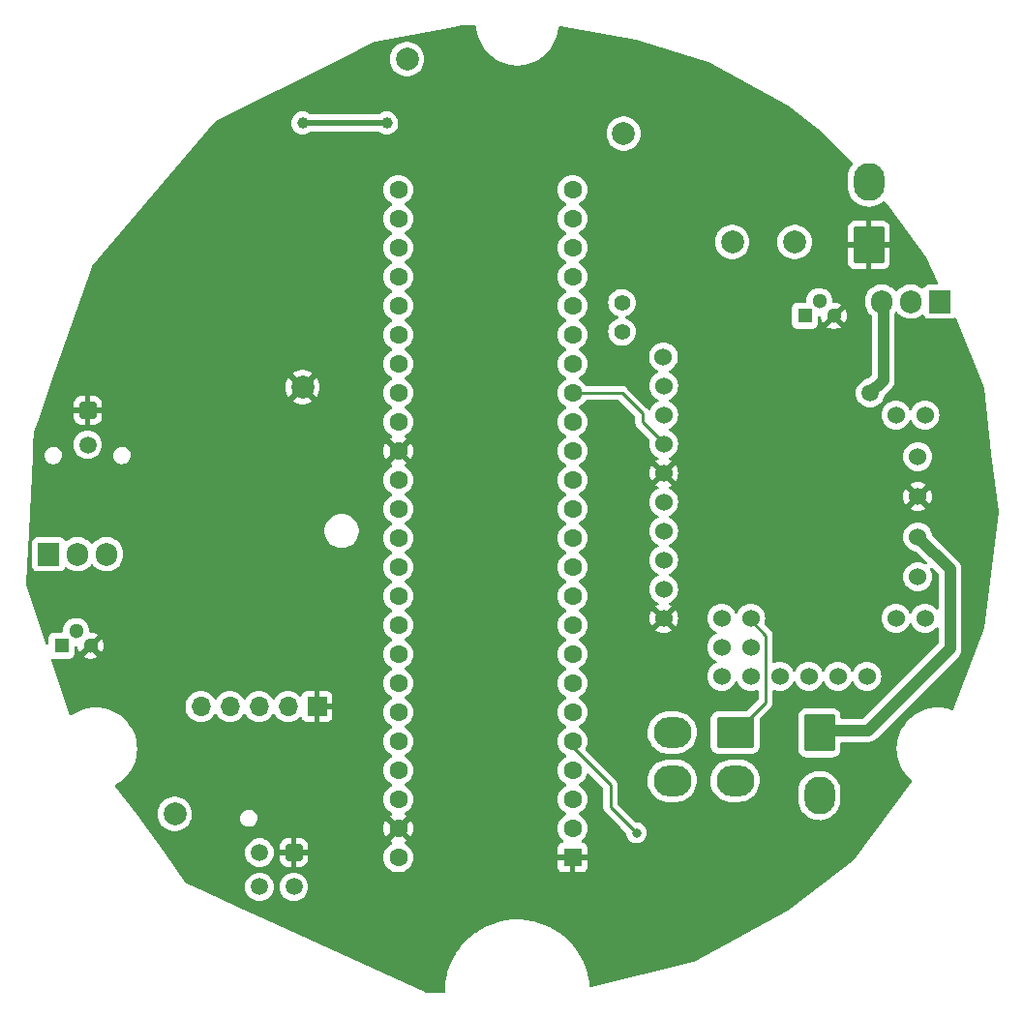
<source format=gbr>
%TF.GenerationSoftware,KiCad,Pcbnew,7.0.6*%
%TF.CreationDate,2024-04-16T16:57:35+10:00*%
%TF.ProjectId,Rocketry_Payload_Main_DDR_Spec_V2,526f636b-6574-4727-995f-5061796c6f61,rev?*%
%TF.SameCoordinates,Original*%
%TF.FileFunction,Copper,L2,Bot*%
%TF.FilePolarity,Positive*%
%FSLAX46Y46*%
G04 Gerber Fmt 4.6, Leading zero omitted, Abs format (unit mm)*
G04 Created by KiCad (PCBNEW 7.0.6) date 2024-04-16 16:57:35*
%MOMM*%
%LPD*%
G01*
G04 APERTURE LIST*
G04 Aperture macros list*
%AMRoundRect*
0 Rectangle with rounded corners*
0 $1 Rounding radius*
0 $2 $3 $4 $5 $6 $7 $8 $9 X,Y pos of 4 corners*
0 Add a 4 corners polygon primitive as box body*
4,1,4,$2,$3,$4,$5,$6,$7,$8,$9,$2,$3,0*
0 Add four circle primitives for the rounded corners*
1,1,$1+$1,$2,$3*
1,1,$1+$1,$4,$5*
1,1,$1+$1,$6,$7*
1,1,$1+$1,$8,$9*
0 Add four rect primitives between the rounded corners*
20,1,$1+$1,$2,$3,$4,$5,0*
20,1,$1+$1,$4,$5,$6,$7,0*
20,1,$1+$1,$6,$7,$8,$9,0*
20,1,$1+$1,$8,$9,$2,$3,0*%
G04 Aperture macros list end*
%TA.AperFunction,ComponentPad*%
%ADD10C,2.000000*%
%TD*%
%TA.AperFunction,ComponentPad*%
%ADD11RoundRect,0.250001X-1.399999X1.099999X-1.399999X-1.099999X1.399999X-1.099999X1.399999X1.099999X0*%
%TD*%
%TA.AperFunction,ComponentPad*%
%ADD12O,3.300000X2.700000*%
%TD*%
%TA.AperFunction,ComponentPad*%
%ADD13RoundRect,0.250001X-0.499999X-0.499999X0.499999X-0.499999X0.499999X0.499999X-0.499999X0.499999X0*%
%TD*%
%TA.AperFunction,ComponentPad*%
%ADD14C,1.500000*%
%TD*%
%TA.AperFunction,ComponentPad*%
%ADD15C,1.400000*%
%TD*%
%TA.AperFunction,ComponentPad*%
%ADD16RoundRect,0.250001X-0.499999X0.499999X-0.499999X-0.499999X0.499999X-0.499999X0.499999X0.499999X0*%
%TD*%
%TA.AperFunction,ComponentPad*%
%ADD17R,1.300000X1.300000*%
%TD*%
%TA.AperFunction,ComponentPad*%
%ADD18C,1.300000*%
%TD*%
%TA.AperFunction,ComponentPad*%
%ADD19R,1.600000X1.600000*%
%TD*%
%TA.AperFunction,ComponentPad*%
%ADD20C,1.600000*%
%TD*%
%TA.AperFunction,ComponentPad*%
%ADD21RoundRect,0.250001X1.099999X1.399999X-1.099999X1.399999X-1.099999X-1.399999X1.099999X-1.399999X0*%
%TD*%
%TA.AperFunction,ComponentPad*%
%ADD22O,2.700000X3.300000*%
%TD*%
%TA.AperFunction,ComponentPad*%
%ADD23RoundRect,0.250001X-1.099999X-1.399999X1.099999X-1.399999X1.099999X1.399999X-1.099999X1.399999X0*%
%TD*%
%TA.AperFunction,ComponentPad*%
%ADD24R,1.905000X2.000000*%
%TD*%
%TA.AperFunction,ComponentPad*%
%ADD25O,1.905000X2.000000*%
%TD*%
%TA.AperFunction,ComponentPad*%
%ADD26R,1.700000X1.700000*%
%TD*%
%TA.AperFunction,ComponentPad*%
%ADD27O,1.700000X1.700000*%
%TD*%
%TA.AperFunction,ComponentPad*%
%ADD28C,1.524000*%
%TD*%
%TA.AperFunction,ViaPad*%
%ADD29C,1.000000*%
%TD*%
%TA.AperFunction,ViaPad*%
%ADD30C,1.500000*%
%TD*%
%TA.AperFunction,ViaPad*%
%ADD31C,0.800000*%
%TD*%
%TA.AperFunction,Conductor*%
%ADD32C,0.500000*%
%TD*%
%TA.AperFunction,Conductor*%
%ADD33C,1.000000*%
%TD*%
%TA.AperFunction,Conductor*%
%ADD34C,0.250000*%
%TD*%
G04 APERTURE END LIST*
D10*
%TO.P,TP3,1,1*%
%TO.N,N/C*%
X172593000Y-69596000D03*
%TD*%
%TO.P,TP4,1,1*%
%TO.N,12V_RAW*%
X167132000Y-69596000D03*
%TD*%
%TO.P,TP3,1,1*%
%TO.N,GND*%
X129540000Y-82296000D03*
%TD*%
%TO.P,TP2,1,1*%
%TO.N,/3.3V*%
X118364000Y-119634000D03*
%TD*%
D11*
%TO.P,J2,1,1*%
%TO.N,Net-(J2-Pad1)*%
X167386000Y-112522000D03*
D12*
%TO.P,J2,2,2*%
%TO.N,Net-(U5-FBA)*%
X167386000Y-116722000D03*
%TO.P,J2,3,3*%
%TO.N,unconnected-(J2-Pad3)*%
X161886000Y-112522000D03*
%TO.P,J2,4,4*%
%TO.N,Net-(U5-AUX)*%
X161886000Y-116722000D03*
%TD*%
D10*
%TO.P,TP6,1,1*%
%TO.N,5V*%
X138684000Y-53594000D03*
%TD*%
D13*
%TO.P,J1,1,Pin_1*%
%TO.N,GND*%
X110744000Y-84328000D03*
D14*
%TO.P,J1,2,Pin_2*%
%TO.N,Valve*%
X110744000Y-87328000D03*
%TD*%
D15*
%TO.P,SJ2,1,1*%
%TO.N,Net-(R4-Pad1)*%
X157480000Y-77450000D03*
%TO.P,SJ2,2,2*%
%TO.N,5V*%
X157480000Y-74910000D03*
%TD*%
D16*
%TO.P,U4,1,GND*%
%TO.N,GND*%
X128778000Y-123015000D03*
D14*
%TO.P,U4,2,Vin_2-6V*%
%TO.N,/3.3V*%
X128778000Y-126015000D03*
%TO.P,U4,3,SCL*%
%TO.N,/SCK{slash}SCL*%
X125778000Y-123015000D03*
%TO.P,U4,4,SDA*%
%TO.N,/SDI{slash}SDA*%
X125778000Y-126015000D03*
%TD*%
D17*
%TO.P,Q4,1,C*%
%TO.N,Net-(Q1-G)*%
X173482000Y-76052000D03*
D18*
%TO.P,Q4,2,B*%
%TO.N,Net-(Q4-B)*%
X174752000Y-74782000D03*
%TO.P,Q4,3,E*%
%TO.N,GND*%
X176022000Y-76052000D03*
%TD*%
D19*
%TO.P,U2,1,GND*%
%TO.N,GND*%
X153162000Y-123444000D03*
D20*
%TO.P,U2,2,0_RX1_CRX2_CS1*%
%TO.N,/0*%
X153162000Y-120904000D03*
%TO.P,U2,3,1_TX1_CTX2_MISO1*%
%TO.N,/1*%
X153162000Y-118364000D03*
%TO.P,U2,4,2_OUT2*%
%TO.N,/2*%
X153162000Y-115824000D03*
%TO.P,U2,5,3_LRCLK2*%
%TO.N,/3*%
X153162000Y-113284000D03*
%TO.P,U2,6,4_BCLK2*%
%TO.N,unconnected-(U2-4_BCLK2-Pad6)*%
X153162000Y-110744000D03*
%TO.P,U2,7,5_IN2*%
%TO.N,unconnected-(U2-5_IN2-Pad7)*%
X153162000Y-108204000D03*
%TO.P,U2,8,6_OUT1D*%
%TO.N,unconnected-(U2-6_OUT1D-Pad8)*%
X153162000Y-105664000D03*
%TO.P,U2,9,7_RX2_OUT1A*%
%TO.N,unconnected-(U2-7_RX2_OUT1A-Pad9)*%
X153162000Y-103124000D03*
%TO.P,U2,10,8_TX2_IN1*%
%TO.N,unconnected-(U2-8_TX2_IN1-Pad10)*%
X153162000Y-100584000D03*
%TO.P,U2,11,9_OUT1C*%
%TO.N,unconnected-(U2-9_OUT1C-Pad11)*%
X153162000Y-98044000D03*
%TO.P,U2,12,10_CS_MQSR*%
%TO.N,unconnected-(U2-10_CS_MQSR-Pad12)*%
X153162000Y-95504000D03*
%TO.P,U2,13,11_MOSI_CTX1*%
%TO.N,unconnected-(U2-11_MOSI_CTX1-Pad13)*%
X153162000Y-92964000D03*
%TO.P,U2,14,12_MISO_MQSL*%
%TO.N,unconnected-(U2-12_MISO_MQSL-Pad14)*%
X153162000Y-90424000D03*
%TO.P,U2,15,3V3*%
%TO.N,unconnected-(U2-3V3-Pad15)*%
X153162000Y-87884000D03*
%TO.P,U2,16,24_A10_TX6_SCL2*%
%TO.N,/SCL2*%
X153162000Y-85344000D03*
%TO.P,U2,17,25_A11_RX6_SDA2*%
%TO.N,/SDA2*%
X153162000Y-82804000D03*
%TO.P,U2,18,26_A12_MOSI1*%
%TO.N,unconnected-(U2-26_A12_MOSI1-Pad18)*%
X153162000Y-80264000D03*
%TO.P,U2,19,27_A13_SCK1*%
%TO.N,/Test_Pin*%
X153162000Y-77724000D03*
%TO.P,U2,20,28_RX7*%
%TO.N,unconnected-(U2-28_RX7-Pad20)*%
X153162000Y-75184000D03*
%TO.P,U2,21,29_TX7*%
%TO.N,unconnected-(U2-29_TX7-Pad21)*%
X153162000Y-72644000D03*
%TO.P,U2,22,30_CRX3*%
%TO.N,unconnected-(U2-30_CRX3-Pad22)*%
X153162000Y-70104000D03*
%TO.P,U2,23,31_CTX3*%
%TO.N,unconnected-(U2-31_CTX3-Pad23)*%
X153162000Y-67564000D03*
%TO.P,U2,24,32_OUT1B*%
%TO.N,unconnected-(U2-32_OUT1B-Pad24)*%
X153162000Y-65024000D03*
%TO.P,U2,25,33_MCLK2*%
%TO.N,unconnected-(U2-33_MCLK2-Pad25)*%
X137922000Y-65024000D03*
%TO.P,U2,26,34_RX8*%
%TO.N,unconnected-(U2-34_RX8-Pad26)*%
X137922000Y-67564000D03*
%TO.P,U2,27,35_TX8*%
%TO.N,unconnected-(U2-35_TX8-Pad27)*%
X137922000Y-70104000D03*
%TO.P,U2,28,36_CS*%
%TO.N,unconnected-(U2-36_CS-Pad28)*%
X137922000Y-72644000D03*
%TO.P,U2,29,37_CS*%
%TO.N,unconnected-(U2-37_CS-Pad29)*%
X137922000Y-75184000D03*
%TO.P,U2,30,38_CS1_IN1*%
%TO.N,unconnected-(U2-38_CS1_IN1-Pad30)*%
X137922000Y-77724000D03*
%TO.P,U2,31,39_MISO1_OUT1A*%
%TO.N,unconnected-(U2-39_MISO1_OUT1A-Pad31)*%
X137922000Y-80264000D03*
%TO.P,U2,32,40_A16*%
%TO.N,unconnected-(U2-40_A16-Pad32)*%
X137922000Y-82804000D03*
%TO.P,U2,33,41_A17*%
%TO.N,unconnected-(U2-41_A17-Pad33)*%
X137922000Y-85344000D03*
%TO.P,U2,34,GND*%
%TO.N,GND*%
X137922000Y-87884000D03*
%TO.P,U2,35,13_SCK_LED*%
%TO.N,unconnected-(U2-13_SCK_LED-Pad35)*%
X137922000Y-90424000D03*
%TO.P,U2,36,14_A0_TX3_SPDIF_OUT*%
%TO.N,unconnected-(U2-14_A0_TX3_SPDIF_OUT-Pad36)*%
X137922000Y-92964000D03*
%TO.P,U2,37,15_A1_RX3_SPDIF_IN*%
%TO.N,unconnected-(U2-15_A1_RX3_SPDIF_IN-Pad37)*%
X137922000Y-95504000D03*
%TO.P,U2,38,16_A2_RX4_SCL1*%
%TO.N,unconnected-(U2-16_A2_RX4_SCL1-Pad38)*%
X137922000Y-98044000D03*
%TO.P,U2,39,17_A3_TX4_SDA1*%
%TO.N,unconnected-(U2-17_A3_TX4_SDA1-Pad39)*%
X137922000Y-100584000D03*
%TO.P,U2,40,18_A4_SDA*%
%TO.N,/SDI{slash}SDA*%
X137922000Y-103124000D03*
%TO.P,U2,41,19_A5_SCL*%
%TO.N,/SCK{slash}SCL*%
X137922000Y-105664000D03*
%TO.P,U2,42,20_A6_TX5_LRCLK1*%
%TO.N,unconnected-(U2-20_A6_TX5_LRCLK1-Pad42)*%
X137922000Y-108204000D03*
%TO.P,U2,43,21_A7_RX5_BCLK1*%
%TO.N,unconnected-(U2-21_A7_RX5_BCLK1-Pad43)*%
X137922000Y-110744000D03*
%TO.P,U2,44,22_A8_CTX1*%
%TO.N,unconnected-(U2-22_A8_CTX1-Pad44)*%
X137922000Y-113284000D03*
%TO.P,U2,45,23_A9_CRX1_MCLK1*%
%TO.N,unconnected-(U2-23_A9_CRX1_MCLK1-Pad45)*%
X137922000Y-115824000D03*
%TO.P,U2,46,3V3*%
%TO.N,/3.3V*%
X137922000Y-118364000D03*
%TO.P,U2,47,GND*%
%TO.N,GND*%
X137922000Y-120904000D03*
%TO.P,U2,48,VIN*%
%TO.N,5V*%
X137922000Y-123444000D03*
%TD*%
D21*
%TO.P,COMMISIONING_PWR1,1,Pin_1*%
%TO.N,GND*%
X179070000Y-69850000D03*
D22*
%TO.P,COMMISIONING_PWR1,2,Pin_2*%
%TO.N,12V_RAW*%
X179070000Y-64350000D03*
%TD*%
D23*
%TO.P,J3,1,Pin_1*%
%TO.N,Net-(J3-Pin_1)*%
X174752000Y-112522000D03*
D22*
%TO.P,J3,2,Pin_2*%
%TO.N,Net-(J3-Pin_2)*%
X174752000Y-118022000D03*
%TD*%
D10*
%TO.P,TP5,1,1*%
%TO.N,12V_PROT*%
X157632400Y-60096400D03*
%TD*%
D24*
%TO.P,Q1,1,D*%
%TO.N,Motor*%
X185293000Y-74803000D03*
D25*
%TO.P,Q1,2,G*%
%TO.N,Net-(Q1-G)*%
X182753000Y-74803000D03*
%TO.P,Q1,3,S*%
%TO.N,12V_RAW*%
X180213000Y-74803000D03*
%TD*%
D26*
%TO.P,U6,1,GND*%
%TO.N,GND*%
X130810000Y-110236000D03*
D27*
%TO.P,U6,2,Cross*%
%TO.N,unconnected-(U6-Cross-Pad2)*%
X128270000Y-110236000D03*
%TO.P,U6,3,SCL*%
%TO.N,/SCK{slash}SCL*%
X125730000Y-110236000D03*
%TO.P,U6,4,SDA*%
%TO.N,/SDI{slash}SDA*%
X123190000Y-110236000D03*
%TO.P,U6,5,Vin_2-6V*%
%TO.N,/3.3V*%
X120650000Y-110236000D03*
%TD*%
D17*
%TO.P,Q6,1,C*%
%TO.N,Net-(Q2-G)*%
X108458000Y-104902000D03*
D18*
%TO.P,Q6,2,B*%
%TO.N,Net-(Q6-B)*%
X109728000Y-103632000D03*
%TO.P,Q6,3,E*%
%TO.N,GND*%
X110998000Y-104902000D03*
%TD*%
D28*
%TO.P,U5,1,ERR*%
%TO.N,unconnected-(U5-ERR-Pad1)*%
X161116000Y-79656000D03*
%TO.P,U5,2,RST*%
%TO.N,unconnected-(U5-RST-Pad2)*%
X161136000Y-82196000D03*
%TO.P,U5,3,SCL*%
%TO.N,/SCL2*%
X161136000Y-84736000D03*
%TO.P,U5,4,SDA/AN*%
%TO.N,/SDA2*%
X161136000Y-87276000D03*
%TO.P,U5,5,GND*%
%TO.N,GND*%
X161136000Y-89816000D03*
%TO.P,U5,6,TX*%
%TO.N,unconnected-(U5-TX-Pad6)*%
X161136000Y-92356000D03*
%TO.P,U5,7,RX*%
%TO.N,unconnected-(U5-RX-Pad7)*%
X161136000Y-94896000D03*
%TO.P,U5,8,RC*%
%TO.N,unconnected-(U5-RC-Pad8)*%
X161136000Y-97436000D03*
%TO.P,U5,9,5V*%
%TO.N,unconnected-(U5-5V-Pad9)*%
X161136000Y-99976000D03*
%TO.P,U5,10,GND*%
%TO.N,GND*%
X161136000Y-102516000D03*
%TO.P,U5,11,GND*%
%TO.N,Net-(J2-Pad1)*%
X168756000Y-102516000D03*
%TO.P,U5,12,POT*%
%TO.N,unconnected-(U5-POT-Pad12)*%
X166216000Y-107596000D03*
%TO.P,U5,13,GND_DNU*%
%TO.N,unconnected-(U5-GND_DNU-Pad13)*%
X171296000Y-107596000D03*
%TO.P,U5,14,VM_DNU*%
%TO.N,unconnected-(U5-VM_DNU-Pad14)*%
X173836000Y-107596000D03*
%TO.P,U5,15,GND_DNU*%
%TO.N,unconnected-(U5-GND_DNU-Pad15)*%
X176376000Y-107596000D03*
%TO.P,U5,16*%
%TO.N,N/C*%
X178916000Y-107596000D03*
%TO.P,U5,17,5V*%
%TO.N,unconnected-(U5-5V-Pad17)*%
X166216000Y-105056000D03*
%TO.P,U5,18,AUX*%
%TO.N,Net-(U5-AUX)*%
X168756000Y-105056000D03*
%TO.P,U5,19,FBT*%
%TO.N,unconnected-(U5-FBT-Pad19)*%
X166216000Y-102516000D03*
%TO.P,U5,20,FBA*%
%TO.N,Net-(U5-FBA)*%
X168756000Y-107596000D03*
%TO.P,U5,21*%
%TO.N,N/C*%
X183996000Y-102516000D03*
%TO.P,U5,22*%
X181456000Y-102516000D03*
%TO.P,U5,23*%
X183996000Y-84736000D03*
%TO.P,U5,24*%
X181456000Y-84736000D03*
%TO.P,U5,25,VIN*%
%TO.N,Motor*%
X183361000Y-88368200D03*
%TO.P,U5,26,GND*%
%TO.N,GND*%
X183361000Y-91873400D03*
%TO.P,U5,27,OUTA*%
%TO.N,Net-(J3-Pin_1)*%
X183361000Y-95404000D03*
%TO.P,U5,28,OUTB*%
%TO.N,Net-(J3-Pin_2)*%
X183361000Y-98883800D03*
%TD*%
D24*
%TO.P,Q2,1,D*%
%TO.N,Valve*%
X107315000Y-96901000D03*
D25*
%TO.P,Q2,2,G*%
%TO.N,Net-(Q2-G)*%
X109855000Y-96901000D03*
%TO.P,Q2,3,S*%
%TO.N,5V*%
X112395000Y-96901000D03*
%TD*%
D29*
%TO.N,GND*%
X157480000Y-97155000D03*
D30*
X129540000Y-66548000D03*
D29*
X150368000Y-59944000D03*
X144272000Y-61976000D03*
X167894000Y-126746000D03*
D31*
X135305000Y-129617000D03*
D30*
X165542500Y-56707500D03*
X152882600Y-57327800D03*
D29*
%TO.N,5V*%
X129540000Y-59182000D03*
X136906000Y-59182000D03*
D30*
%TO.N,12V_RAW*%
X179197000Y-82804000D03*
D31*
%TO.N,/3*%
X158750000Y-121285000D03*
%TD*%
D32*
%TO.N,5V*%
X136906000Y-59182000D02*
X129540000Y-59182000D01*
D33*
%TO.N,12V_RAW*%
X179197000Y-82804000D02*
X180340000Y-81661000D01*
X180340000Y-81661000D02*
X180340000Y-74930000D01*
X180340000Y-74930000D02*
X180213000Y-74803000D01*
D34*
%TO.N,/3*%
X156464000Y-117094000D02*
X156464000Y-118999000D01*
X153162000Y-113792000D02*
X156464000Y-117094000D01*
X156464000Y-118999000D02*
X158750000Y-121285000D01*
D33*
%TO.N,Net-(J3-Pin_1)*%
X179018000Y-112320000D02*
X186182000Y-105156000D01*
X179018000Y-112320000D02*
X174752000Y-112320000D01*
X186182000Y-98225000D02*
X183361000Y-95404000D01*
X186182000Y-105156000D02*
X186182000Y-98225000D01*
D34*
%TO.N,/SDA2*%
X157480000Y-82804000D02*
X159258000Y-84582000D01*
X159258000Y-85344000D02*
X161136000Y-87222000D01*
X153162000Y-82804000D02*
X157480000Y-82804000D01*
X159258000Y-84582000D02*
X159258000Y-85344000D01*
%TO.N,Net-(J2-Pad1)*%
X170053000Y-109855000D02*
X167386000Y-112522000D01*
X170053000Y-104013000D02*
X170053000Y-109855000D01*
X168756000Y-102716000D02*
X170053000Y-104013000D01*
X168756000Y-102516000D02*
X168756000Y-102716000D01*
%TD*%
%TA.AperFunction,Conductor*%
%TO.N,GND*%
G36*
X144685628Y-50664974D02*
G01*
X144731383Y-50717778D01*
X144742419Y-50762799D01*
X144750310Y-50913369D01*
X144809346Y-51286104D01*
X144809347Y-51286111D01*
X144907023Y-51650644D01*
X145042267Y-52002965D01*
X145213599Y-52339221D01*
X145419135Y-52655720D01*
X145419137Y-52655722D01*
X145656635Y-52949008D01*
X145923489Y-53215862D01*
X146060990Y-53327208D01*
X146216776Y-53453361D01*
X146433333Y-53593994D01*
X146533280Y-53658900D01*
X146869535Y-53830231D01*
X147221857Y-53965475D01*
X147586387Y-54063150D01*
X147959129Y-54122187D01*
X148241720Y-54136997D01*
X148430280Y-54136997D01*
X148712871Y-54122187D01*
X149085613Y-54063150D01*
X149450143Y-53965475D01*
X149802465Y-53830231D01*
X150138720Y-53658900D01*
X150455225Y-53453360D01*
X150748511Y-53215862D01*
X151015365Y-52949008D01*
X151252863Y-52655722D01*
X151458403Y-52339218D01*
X151629734Y-52002962D01*
X151764978Y-51650640D01*
X151862653Y-51286110D01*
X151921690Y-50913368D01*
X151926062Y-50829942D01*
X151949226Y-50764028D01*
X152004352Y-50721099D01*
X152072070Y-50714434D01*
X158673381Y-51914672D01*
X158680074Y-51916280D01*
X164488798Y-53658897D01*
X165014378Y-53816571D01*
X165038124Y-53826481D01*
X172002602Y-57625288D01*
X172019975Y-57636755D01*
X174622540Y-59688061D01*
X174627254Y-59692180D01*
X177089683Y-62073270D01*
X177093661Y-62077494D01*
X177638513Y-62713155D01*
X177667196Y-62776866D01*
X177656881Y-62845970D01*
X177636719Y-62876598D01*
X177601418Y-62915997D01*
X177451957Y-63141907D01*
X177336976Y-63387184D01*
X177336976Y-63387186D01*
X177258942Y-63646557D01*
X177258939Y-63646571D01*
X177245430Y-63738366D01*
X177219500Y-63914561D01*
X177219499Y-63914564D01*
X177219500Y-63914565D01*
X177219500Y-64717636D01*
X177234323Y-64920155D01*
X177234325Y-64920168D01*
X177293217Y-65184546D01*
X177293220Y-65184553D01*
X177389986Y-65437558D01*
X177522559Y-65673777D01*
X177668780Y-65863141D01*
X177688112Y-65888177D01*
X177883109Y-66076177D01*
X177883114Y-66076182D01*
X177883119Y-66076186D01*
X178103421Y-66233799D01*
X178136370Y-66250739D01*
X178344309Y-66357649D01*
X178344318Y-66357652D01*
X178344325Y-66357656D01*
X178504233Y-66412209D01*
X178600685Y-66445115D01*
X178600688Y-66445115D01*
X178600695Y-66445118D01*
X178867067Y-66494319D01*
X179083625Y-66502233D01*
X179137763Y-66504212D01*
X179137763Y-66504211D01*
X179137765Y-66504212D01*
X179407018Y-66474586D01*
X179669088Y-66406072D01*
X179918390Y-66300130D01*
X180149610Y-66159018D01*
X180313948Y-66022255D01*
X180378066Y-65994504D01*
X180447012Y-66005823D01*
X180487412Y-66036871D01*
X180899984Y-66518204D01*
X180903363Y-66522519D01*
X184071117Y-70957374D01*
X184081123Y-70973994D01*
X185155649Y-73123046D01*
X185168024Y-73191811D01*
X185141256Y-73256350D01*
X185083846Y-73296172D01*
X185044740Y-73302500D01*
X184292629Y-73302500D01*
X184292623Y-73302501D01*
X184233016Y-73308908D01*
X184098171Y-73359202D01*
X184098164Y-73359206D01*
X183982955Y-73445452D01*
X183982952Y-73445455D01*
X183896706Y-73560664D01*
X183896700Y-73560675D01*
X183885273Y-73591313D01*
X183843402Y-73647247D01*
X183777937Y-73671663D01*
X183709664Y-73656811D01*
X183692930Y-73645832D01*
X183550447Y-73534933D01*
X183550441Y-73534929D01*
X183338665Y-73420321D01*
X183338656Y-73420318D01*
X183110916Y-73342134D01*
X182911800Y-73308908D01*
X182873399Y-73302500D01*
X182632601Y-73302500D01*
X182594200Y-73308908D01*
X182395083Y-73342134D01*
X182167343Y-73420318D01*
X182167334Y-73420321D01*
X181955558Y-73534929D01*
X181831485Y-73631500D01*
X181765537Y-73682829D01*
X181765534Y-73682831D01*
X181765534Y-73682832D01*
X181705818Y-73747701D01*
X181602449Y-73859990D01*
X181586808Y-73883931D01*
X181533661Y-73929287D01*
X181464430Y-73938710D01*
X181401094Y-73909207D01*
X181379192Y-73883931D01*
X181363551Y-73859990D01*
X181200463Y-73682829D01*
X181043505Y-73560664D01*
X181010441Y-73534929D01*
X180798665Y-73420321D01*
X180798656Y-73420318D01*
X180570916Y-73342134D01*
X180371800Y-73308908D01*
X180333399Y-73302500D01*
X180092601Y-73302500D01*
X180054200Y-73308908D01*
X179855083Y-73342134D01*
X179627343Y-73420318D01*
X179627334Y-73420321D01*
X179415558Y-73534929D01*
X179291485Y-73631500D01*
X179225537Y-73682829D01*
X179225534Y-73682831D01*
X179225534Y-73682832D01*
X179062449Y-73859990D01*
X178930743Y-74061581D01*
X178834017Y-74282094D01*
X178774904Y-74515527D01*
X178760000Y-74695402D01*
X178760000Y-74910598D01*
X178774904Y-75090472D01*
X178774904Y-75090475D01*
X178774905Y-75090476D01*
X178834017Y-75323905D01*
X178930745Y-75544422D01*
X179062449Y-75746010D01*
X179225537Y-75923171D01*
X179225540Y-75923173D01*
X179225542Y-75923176D01*
X179291661Y-75974637D01*
X179332475Y-76031347D01*
X179339500Y-76072491D01*
X179339500Y-81195216D01*
X179319815Y-81262255D01*
X179303181Y-81282897D01*
X179053962Y-81532115D01*
X178992639Y-81565600D01*
X178984137Y-81566891D01*
X178979019Y-81567793D01*
X178767674Y-81624423D01*
X178767668Y-81624426D01*
X178569361Y-81716898D01*
X178569357Y-81716900D01*
X178390121Y-81842402D01*
X178235402Y-81997121D01*
X178109900Y-82176357D01*
X178109898Y-82176361D01*
X178017426Y-82374668D01*
X178017422Y-82374677D01*
X177960793Y-82586020D01*
X177960793Y-82586024D01*
X177948989Y-82720952D01*
X177941723Y-82804000D01*
X177959952Y-83012369D01*
X177960793Y-83021975D01*
X177960793Y-83021979D01*
X178017422Y-83233322D01*
X178017424Y-83233326D01*
X178017425Y-83233330D01*
X178045497Y-83293531D01*
X178109897Y-83431638D01*
X178118602Y-83444070D01*
X178235402Y-83610877D01*
X178390123Y-83765598D01*
X178569361Y-83891102D01*
X178767670Y-83983575D01*
X178979023Y-84040207D01*
X179161926Y-84056208D01*
X179196998Y-84059277D01*
X179197000Y-84059277D01*
X179197002Y-84059277D01*
X179225254Y-84056805D01*
X179414977Y-84040207D01*
X179626330Y-83983575D01*
X179824639Y-83891102D01*
X180003877Y-83765598D01*
X180158598Y-83610877D01*
X180284102Y-83431639D01*
X180376575Y-83233330D01*
X180433207Y-83021977D01*
X180433207Y-83021969D01*
X180434146Y-83016649D01*
X180435770Y-83016935D01*
X180458472Y-82958862D01*
X180468877Y-82947042D01*
X181038468Y-82377451D01*
X181103053Y-82316059D01*
X181138099Y-82265706D01*
X181140938Y-82261941D01*
X181156531Y-82242818D01*
X181179698Y-82214407D01*
X181195601Y-82183960D01*
X181199674Y-82177239D01*
X181212497Y-82158815D01*
X181219295Y-82149049D01*
X181243492Y-82092660D01*
X181245498Y-82088435D01*
X181273909Y-82034049D01*
X181283357Y-82001022D01*
X181285988Y-81993633D01*
X181299540Y-81962058D01*
X181311895Y-81901930D01*
X181312999Y-81897429D01*
X181329886Y-81838418D01*
X181332494Y-81804157D01*
X181333585Y-81796389D01*
X181340500Y-81762743D01*
X181340500Y-81701398D01*
X181340679Y-81696688D01*
X181345337Y-81635524D01*
X181342473Y-81613038D01*
X181340997Y-81601442D01*
X181340500Y-81593603D01*
X181340500Y-75818195D01*
X181360185Y-75751156D01*
X181360776Y-75750325D01*
X181360745Y-75750305D01*
X181379190Y-75722072D01*
X181432336Y-75676714D01*
X181501567Y-75667290D01*
X181564904Y-75696791D01*
X181586808Y-75722070D01*
X181602449Y-75746010D01*
X181765537Y-75923171D01*
X181893979Y-76023141D01*
X181954733Y-76070428D01*
X181955561Y-76071072D01*
X182092778Y-76145330D01*
X182164316Y-76184045D01*
X182167336Y-76185679D01*
X182222798Y-76204719D01*
X182395083Y-76263865D01*
X182395085Y-76263865D01*
X182395087Y-76263866D01*
X182632601Y-76303500D01*
X182632602Y-76303500D01*
X182873398Y-76303500D01*
X182873399Y-76303500D01*
X183110913Y-76263866D01*
X183338664Y-76185679D01*
X183550439Y-76071072D01*
X183692931Y-75960165D01*
X183757923Y-75934524D01*
X183826463Y-75948090D01*
X183876788Y-75996558D01*
X183885274Y-76014687D01*
X183896702Y-76045328D01*
X183896706Y-76045335D01*
X183982952Y-76160544D01*
X183982955Y-76160547D01*
X184098164Y-76246793D01*
X184098171Y-76246797D01*
X184233017Y-76297091D01*
X184233016Y-76297091D01*
X184239944Y-76297835D01*
X184292627Y-76303500D01*
X186293372Y-76303499D01*
X186352983Y-76297091D01*
X186487831Y-76246796D01*
X186519680Y-76222953D01*
X186585143Y-76198536D01*
X186653416Y-76213387D01*
X186702822Y-76262791D01*
X186709122Y-76276168D01*
X189150518Y-82379657D01*
X189158629Y-82412015D01*
X189791771Y-88110289D01*
X190424848Y-93174909D01*
X190424848Y-93205669D01*
X189158582Y-103335798D01*
X189151645Y-103363957D01*
X186493499Y-110452344D01*
X186451528Y-110508204D01*
X186386021Y-110532505D01*
X186332956Y-110524569D01*
X186235147Y-110487023D01*
X185870614Y-110389347D01*
X185870607Y-110389346D01*
X185497872Y-110330310D01*
X185215280Y-110315500D01*
X185026720Y-110315500D01*
X184744127Y-110330310D01*
X184371392Y-110389346D01*
X184371385Y-110389347D01*
X184006852Y-110487023D01*
X183654531Y-110622267D01*
X183318275Y-110793599D01*
X183001776Y-110999135D01*
X182708493Y-111236631D01*
X182708485Y-111236638D01*
X182441638Y-111503485D01*
X182441631Y-111503493D01*
X182204135Y-111796776D01*
X181998599Y-112113274D01*
X181827267Y-112449531D01*
X181692023Y-112801852D01*
X181594347Y-113166385D01*
X181594346Y-113166392D01*
X181535310Y-113539127D01*
X181515559Y-113915999D01*
X181515559Y-113916000D01*
X181535310Y-114292872D01*
X181594346Y-114665607D01*
X181594347Y-114665614D01*
X181692023Y-115030147D01*
X181827267Y-115382468D01*
X181998599Y-115718724D01*
X182204135Y-116035223D01*
X182441631Y-116328506D01*
X182441638Y-116328514D01*
X182708490Y-116595366D01*
X182721987Y-116606296D01*
X182817512Y-116683650D01*
X182857222Y-116741134D01*
X182859550Y-116810965D01*
X182838675Y-116854414D01*
X177736735Y-123657002D01*
X177713664Y-123680482D01*
X172019963Y-128108917D01*
X172002622Y-128120215D01*
X163770434Y-132552931D01*
X163741720Y-132564051D01*
X154815529Y-134795598D01*
X154745717Y-134792760D01*
X154688522Y-134752630D01*
X154662102Y-134687948D01*
X154661834Y-134684983D01*
X154646797Y-134491479D01*
X154646797Y-134491476D01*
X154646796Y-134491475D01*
X154605133Y-134223392D01*
X154603318Y-134211715D01*
X154594144Y-134134817D01*
X154589501Y-134122809D01*
X154572044Y-134010480D01*
X154503891Y-133720462D01*
X154490070Y-133651315D01*
X154485297Y-133641335D01*
X154460689Y-133536615D01*
X154365749Y-133237585D01*
X154348708Y-133177380D01*
X154344093Y-133169376D01*
X154313387Y-133072663D01*
X154189438Y-132765950D01*
X154170913Y-132715880D01*
X154166739Y-132709782D01*
X154131004Y-132621354D01*
X153975663Y-132308351D01*
X153957752Y-132269595D01*
X153954294Y-132265294D01*
X153914606Y-132185324D01*
X153914602Y-132185317D01*
X153725287Y-131867549D01*
X153710534Y-131841262D01*
X153708054Y-131838624D01*
X153671383Y-131777071D01*
X153665470Y-131767145D01*
X153665469Y-131767145D01*
X153665467Y-131767141D01*
X153439276Y-131446202D01*
X153430741Y-131433454D01*
X153429482Y-131432306D01*
X153385046Y-131369256D01*
X153074991Y-130994005D01*
X153074984Y-130993996D01*
X153074983Y-130993996D01*
X152737128Y-130643596D01*
X152737126Y-130643594D01*
X152737121Y-130643589D01*
X152373417Y-130320065D01*
X152373414Y-130320063D01*
X152373411Y-130320060D01*
X151986010Y-130025327D01*
X151986011Y-130025328D01*
X151577189Y-129761119D01*
X151149341Y-129528977D01*
X150929195Y-129430534D01*
X150704970Y-129330266D01*
X150246696Y-129166156D01*
X150246697Y-129166156D01*
X150246688Y-129166153D01*
X150001090Y-129098908D01*
X149777203Y-129037607D01*
X149777193Y-129037605D01*
X149777194Y-129037605D01*
X149543314Y-128992473D01*
X149299248Y-128945375D01*
X148945409Y-128904860D01*
X148815627Y-128890000D01*
X148815626Y-128890000D01*
X148452142Y-128876406D01*
X148329203Y-128871809D01*
X148329200Y-128871809D01*
X148329197Y-128871809D01*
X147842803Y-128890906D01*
X147359300Y-128947180D01*
X147236755Y-128971065D01*
X146881513Y-129040304D01*
X146412261Y-129169726D01*
X145954293Y-129334690D01*
X145954289Y-129334691D01*
X145954291Y-129334691D01*
X145510294Y-129534228D01*
X145082869Y-129767171D01*
X144698875Y-130016352D01*
X144674544Y-130032141D01*
X144287692Y-130327595D01*
X144287687Y-130327599D01*
X144114118Y-130482574D01*
X143924592Y-130651796D01*
X143924588Y-130651800D01*
X143924588Y-130651799D01*
X143595871Y-130993996D01*
X143587375Y-131002840D01*
X143417493Y-131209224D01*
X143278016Y-131378671D01*
X143278016Y-131378672D01*
X143233702Y-131441796D01*
X143232658Y-131442628D01*
X143223931Y-131455714D01*
X142998341Y-131777071D01*
X142998341Y-131777072D01*
X142955889Y-131848629D01*
X142953812Y-131850562D01*
X142938712Y-131877584D01*
X142779579Y-132145826D01*
X142749980Y-132195721D01*
X142749979Y-132195723D01*
X142749978Y-132195723D01*
X142710436Y-132275771D01*
X142707502Y-132278955D01*
X142689139Y-132318885D01*
X142534398Y-132632146D01*
X142498823Y-132720650D01*
X142495230Y-132725205D01*
X142476219Y-132776885D01*
X142352852Y-133083803D01*
X142352851Y-133083805D01*
X142352851Y-133083806D01*
X142322328Y-133180566D01*
X142318285Y-133186588D01*
X142300789Y-133248846D01*
X142206418Y-133548016D01*
X142206415Y-133548027D01*
X142197123Y-133587902D01*
X142182002Y-133652788D01*
X142177726Y-133660350D01*
X142163544Y-133731998D01*
X142095943Y-134022095D01*
X142078694Y-134134459D01*
X142074411Y-134143606D01*
X142065042Y-134223392D01*
X142044375Y-134358030D01*
X142022085Y-134503235D01*
X142008077Y-134687948D01*
X141985275Y-134988607D01*
X141985473Y-135201935D01*
X141965851Y-135268993D01*
X141913089Y-135314797D01*
X141855962Y-135325927D01*
X140285822Y-135256070D01*
X140239872Y-135245011D01*
X136494531Y-133536613D01*
X125334625Y-128446139D01*
X125306383Y-128428312D01*
X125253214Y-128383698D01*
X125253213Y-128383697D01*
X125096433Y-128304959D01*
X124959800Y-128272576D01*
X124936936Y-128264737D01*
X120004814Y-126015002D01*
X124522723Y-126015002D01*
X124541793Y-126232975D01*
X124541793Y-126232979D01*
X124598422Y-126444322D01*
X124598424Y-126444326D01*
X124598425Y-126444330D01*
X124644661Y-126543484D01*
X124690897Y-126642638D01*
X124690898Y-126642639D01*
X124816402Y-126821877D01*
X124971123Y-126976598D01*
X125150361Y-127102102D01*
X125348670Y-127194575D01*
X125560023Y-127251207D01*
X125742926Y-127267208D01*
X125777998Y-127270277D01*
X125778000Y-127270277D01*
X125778002Y-127270277D01*
X125806254Y-127267805D01*
X125995977Y-127251207D01*
X126207330Y-127194575D01*
X126405639Y-127102102D01*
X126584877Y-126976598D01*
X126739598Y-126821877D01*
X126865102Y-126642639D01*
X126957575Y-126444330D01*
X127014207Y-126232977D01*
X127033277Y-126015002D01*
X127522723Y-126015002D01*
X127541793Y-126232975D01*
X127541793Y-126232979D01*
X127598422Y-126444322D01*
X127598424Y-126444326D01*
X127598425Y-126444330D01*
X127644661Y-126543484D01*
X127690897Y-126642638D01*
X127690898Y-126642639D01*
X127816402Y-126821877D01*
X127971123Y-126976598D01*
X128150361Y-127102102D01*
X128348670Y-127194575D01*
X128560023Y-127251207D01*
X128742926Y-127267208D01*
X128777998Y-127270277D01*
X128778000Y-127270277D01*
X128778002Y-127270277D01*
X128806254Y-127267805D01*
X128995977Y-127251207D01*
X129207330Y-127194575D01*
X129405639Y-127102102D01*
X129584877Y-126976598D01*
X129739598Y-126821877D01*
X129865102Y-126642639D01*
X129957575Y-126444330D01*
X130014207Y-126232977D01*
X130033277Y-126015000D01*
X130014207Y-125797023D01*
X129957575Y-125585670D01*
X129865102Y-125387362D01*
X129865100Y-125387359D01*
X129865099Y-125387357D01*
X129739599Y-125208124D01*
X129739596Y-125208121D01*
X129584877Y-125053402D01*
X129405639Y-124927898D01*
X129405640Y-124927898D01*
X129405638Y-124927897D01*
X129306484Y-124881661D01*
X129207330Y-124835425D01*
X129207326Y-124835424D01*
X129207322Y-124835422D01*
X128995977Y-124778793D01*
X128778002Y-124759723D01*
X128777998Y-124759723D01*
X128632682Y-124772436D01*
X128560023Y-124778793D01*
X128560020Y-124778793D01*
X128348677Y-124835422D01*
X128348668Y-124835426D01*
X128150361Y-124927898D01*
X128150357Y-124927900D01*
X127971121Y-125053402D01*
X127816402Y-125208121D01*
X127690900Y-125387357D01*
X127690898Y-125387361D01*
X127598426Y-125585668D01*
X127598422Y-125585677D01*
X127541793Y-125797020D01*
X127541793Y-125797024D01*
X127522723Y-126014997D01*
X127522723Y-126015002D01*
X127033277Y-126015002D01*
X127033277Y-126015000D01*
X127014207Y-125797023D01*
X126957575Y-125585670D01*
X126865102Y-125387362D01*
X126865100Y-125387359D01*
X126865099Y-125387357D01*
X126739599Y-125208124D01*
X126739596Y-125208121D01*
X126584877Y-125053402D01*
X126405639Y-124927898D01*
X126405640Y-124927898D01*
X126405638Y-124927897D01*
X126306484Y-124881661D01*
X126207330Y-124835425D01*
X126207326Y-124835424D01*
X126207322Y-124835422D01*
X125995977Y-124778793D01*
X125778002Y-124759723D01*
X125777998Y-124759723D01*
X125632681Y-124772436D01*
X125560023Y-124778793D01*
X125560020Y-124778793D01*
X125348677Y-124835422D01*
X125348668Y-124835426D01*
X125150361Y-124927898D01*
X125150357Y-124927900D01*
X124971121Y-125053402D01*
X124816402Y-125208121D01*
X124690900Y-125387357D01*
X124690898Y-125387361D01*
X124598426Y-125585668D01*
X124598422Y-125585677D01*
X124541793Y-125797020D01*
X124541793Y-125797024D01*
X124522723Y-126014997D01*
X124522723Y-126015002D01*
X120004814Y-126015002D01*
X119410494Y-125743909D01*
X119360665Y-125702620D01*
X117462718Y-123015000D01*
X124522723Y-123015000D01*
X124541081Y-123224844D01*
X124541793Y-123232975D01*
X124541793Y-123232979D01*
X124598422Y-123444322D01*
X124598424Y-123444326D01*
X124598425Y-123444330D01*
X124615938Y-123481886D01*
X124690897Y-123642638D01*
X124708438Y-123667689D01*
X124816402Y-123821877D01*
X124971123Y-123976598D01*
X125150361Y-124102102D01*
X125348670Y-124194575D01*
X125560023Y-124251207D01*
X125742926Y-124267208D01*
X125777998Y-124270277D01*
X125778000Y-124270277D01*
X125778002Y-124270277D01*
X125806254Y-124267805D01*
X125995977Y-124251207D01*
X126207330Y-124194575D01*
X126405639Y-124102102D01*
X126584877Y-123976598D01*
X126739598Y-123821877D01*
X126865102Y-123642639D01*
X126901313Y-123564985D01*
X127528000Y-123564985D01*
X127538493Y-123667689D01*
X127538494Y-123667696D01*
X127593641Y-123834118D01*
X127593643Y-123834123D01*
X127685684Y-123983344D01*
X127809655Y-124107315D01*
X127958876Y-124199356D01*
X127958881Y-124199358D01*
X128125303Y-124254505D01*
X128125310Y-124254506D01*
X128228014Y-124264999D01*
X128228027Y-124265000D01*
X128528000Y-124265000D01*
X128528000Y-123450501D01*
X128635685Y-123499680D01*
X128742237Y-123515000D01*
X128813763Y-123515000D01*
X128920315Y-123499680D01*
X129027999Y-123450501D01*
X129027999Y-124264999D01*
X129028000Y-124265000D01*
X129327973Y-124265000D01*
X129327985Y-124264999D01*
X129430689Y-124254506D01*
X129430696Y-124254505D01*
X129597118Y-124199358D01*
X129597123Y-124199356D01*
X129746344Y-124107315D01*
X129870315Y-123983344D01*
X129962356Y-123834123D01*
X129962358Y-123834118D01*
X130017505Y-123667696D01*
X130017506Y-123667689D01*
X130027999Y-123564985D01*
X130028000Y-123564972D01*
X130028000Y-123444001D01*
X136616532Y-123444001D01*
X136636364Y-123670686D01*
X136636366Y-123670697D01*
X136695258Y-123890488D01*
X136695261Y-123890497D01*
X136791431Y-124096732D01*
X136791432Y-124096734D01*
X136921954Y-124283141D01*
X137082858Y-124444045D01*
X137082861Y-124444047D01*
X137269266Y-124574568D01*
X137475504Y-124670739D01*
X137695308Y-124729635D01*
X137857230Y-124743801D01*
X137921998Y-124749468D01*
X137922000Y-124749468D01*
X137922002Y-124749468D01*
X137984511Y-124743999D01*
X138148692Y-124729635D01*
X138368496Y-124670739D01*
X138574734Y-124574568D01*
X138761139Y-124444047D01*
X138922047Y-124283139D01*
X139052568Y-124096734D01*
X139148739Y-123890496D01*
X139207635Y-123670692D01*
X139227468Y-123444000D01*
X139207635Y-123217308D01*
X139148739Y-122997504D01*
X139052568Y-122791266D01*
X138922047Y-122604861D01*
X138922045Y-122604858D01*
X138761141Y-122443954D01*
X138574735Y-122313433D01*
X138574736Y-122313433D01*
X138574734Y-122313432D01*
X138516132Y-122286105D01*
X138463694Y-122239933D01*
X138444543Y-122172739D01*
X138464759Y-122105858D01*
X138516135Y-122061341D01*
X138574482Y-122034133D01*
X138647472Y-121983025D01*
X138093568Y-121429121D01*
X138210458Y-121378349D01*
X138327739Y-121282934D01*
X138414928Y-121159415D01*
X138445355Y-121073801D01*
X139001025Y-121629472D01*
X139052136Y-121556478D01*
X139148264Y-121350331D01*
X139148269Y-121350317D01*
X139207139Y-121130610D01*
X139207141Y-121130599D01*
X139226966Y-120904002D01*
X139226966Y-120904001D01*
X151856532Y-120904001D01*
X151876364Y-121130686D01*
X151876366Y-121130697D01*
X151935258Y-121350488D01*
X151935261Y-121350497D01*
X152031431Y-121556732D01*
X152031432Y-121556734D01*
X152161954Y-121743141D01*
X152322858Y-121904045D01*
X152348086Y-121921710D01*
X152391711Y-121976287D01*
X152398905Y-122045785D01*
X152367382Y-122108140D01*
X152307153Y-122143554D01*
X152290221Y-122146574D01*
X152254626Y-122150401D01*
X152254620Y-122150403D01*
X152119913Y-122200645D01*
X152119906Y-122200649D01*
X152004812Y-122286809D01*
X152004809Y-122286812D01*
X151918649Y-122401906D01*
X151918645Y-122401913D01*
X151868403Y-122536620D01*
X151868401Y-122536627D01*
X151862000Y-122596155D01*
X151862000Y-123194000D01*
X152667148Y-123194000D01*
X152618441Y-123331047D01*
X152608123Y-123481886D01*
X152638884Y-123629915D01*
X152672090Y-123694000D01*
X151862000Y-123694000D01*
X151862000Y-124291844D01*
X151868401Y-124351372D01*
X151868403Y-124351379D01*
X151918645Y-124486086D01*
X151918649Y-124486093D01*
X152004809Y-124601187D01*
X152004812Y-124601190D01*
X152119906Y-124687350D01*
X152119913Y-124687354D01*
X152254620Y-124737596D01*
X152254627Y-124737598D01*
X152314155Y-124743999D01*
X152314172Y-124744000D01*
X152912000Y-124744000D01*
X152911999Y-123935683D01*
X152940819Y-123953209D01*
X153086404Y-123994000D01*
X153199622Y-123994000D01*
X153311783Y-123978584D01*
X153412000Y-123935053D01*
X153412000Y-124744000D01*
X154009828Y-124744000D01*
X154009844Y-124743999D01*
X154069372Y-124737598D01*
X154069379Y-124737596D01*
X154204086Y-124687354D01*
X154204093Y-124687350D01*
X154319187Y-124601190D01*
X154319190Y-124601187D01*
X154405350Y-124486093D01*
X154405354Y-124486086D01*
X154455596Y-124351379D01*
X154455598Y-124351372D01*
X154461999Y-124291844D01*
X154462000Y-124291827D01*
X154462000Y-123694000D01*
X153656852Y-123694000D01*
X153705559Y-123556953D01*
X153715877Y-123406114D01*
X153685116Y-123258085D01*
X153651910Y-123194000D01*
X154462000Y-123194000D01*
X154462000Y-122596172D01*
X154461999Y-122596155D01*
X154455598Y-122536627D01*
X154455596Y-122536620D01*
X154405354Y-122401913D01*
X154405350Y-122401906D01*
X154319190Y-122286812D01*
X154319187Y-122286809D01*
X154204093Y-122200649D01*
X154204086Y-122200645D01*
X154069379Y-122150403D01*
X154069373Y-122150401D01*
X154033778Y-122146574D01*
X153969228Y-122119835D01*
X153929381Y-122062441D01*
X153926888Y-121992616D01*
X153962542Y-121932528D01*
X153975913Y-121921710D01*
X154001139Y-121904047D01*
X154162047Y-121743139D01*
X154292568Y-121556734D01*
X154388739Y-121350496D01*
X154447635Y-121130692D01*
X154466355Y-120916722D01*
X154467468Y-120904001D01*
X154467468Y-120903998D01*
X154454016Y-120750241D01*
X154447635Y-120677308D01*
X154388739Y-120457504D01*
X154292568Y-120251266D01*
X154162047Y-120064861D01*
X154162045Y-120064858D01*
X154001141Y-119903954D01*
X153814734Y-119773432D01*
X153814728Y-119773429D01*
X153760594Y-119748186D01*
X153756724Y-119746381D01*
X153704285Y-119700210D01*
X153685133Y-119633017D01*
X153705348Y-119566135D01*
X153756725Y-119521618D01*
X153814734Y-119494568D01*
X154001139Y-119364047D01*
X154162047Y-119203139D01*
X154292568Y-119016734D01*
X154388739Y-118810496D01*
X154447635Y-118590692D01*
X154467468Y-118364000D01*
X154447635Y-118137308D01*
X154388739Y-117917504D01*
X154292568Y-117711266D01*
X154162047Y-117524861D01*
X154162045Y-117524858D01*
X154001141Y-117363954D01*
X153814734Y-117233432D01*
X153814728Y-117233429D01*
X153787038Y-117220517D01*
X153756724Y-117206381D01*
X153704285Y-117160210D01*
X153685133Y-117093017D01*
X153705348Y-117026135D01*
X153756725Y-116981618D01*
X153768464Y-116976144D01*
X153814734Y-116954568D01*
X154001139Y-116824047D01*
X154162047Y-116663139D01*
X154292568Y-116476734D01*
X154388739Y-116270496D01*
X154393512Y-116252685D01*
X154396352Y-116242082D01*
X154410743Y-116188375D01*
X154447106Y-116128716D01*
X154509952Y-116098186D01*
X154579328Y-116106480D01*
X154618198Y-116132788D01*
X155802181Y-117316771D01*
X155835666Y-117378094D01*
X155838500Y-117404452D01*
X155838500Y-118916255D01*
X155836775Y-118931872D01*
X155837061Y-118931899D01*
X155836326Y-118939665D01*
X155838500Y-119008814D01*
X155838500Y-119038343D01*
X155838501Y-119038360D01*
X155839368Y-119045231D01*
X155839826Y-119051050D01*
X155841290Y-119097624D01*
X155841291Y-119097627D01*
X155846880Y-119116867D01*
X155850824Y-119135911D01*
X155853336Y-119155792D01*
X155870490Y-119199119D01*
X155872382Y-119204647D01*
X155885381Y-119249388D01*
X155895580Y-119266634D01*
X155904138Y-119284103D01*
X155911514Y-119302732D01*
X155938898Y-119340423D01*
X155942106Y-119345307D01*
X155965827Y-119385416D01*
X155965833Y-119385424D01*
X155979990Y-119399580D01*
X155992628Y-119414376D01*
X156004405Y-119430586D01*
X156004406Y-119430587D01*
X156040309Y-119460288D01*
X156044620Y-119464210D01*
X157371456Y-120791047D01*
X157811038Y-121230629D01*
X157844523Y-121291952D01*
X157846678Y-121305348D01*
X157851424Y-121350497D01*
X157864326Y-121473256D01*
X157864327Y-121473259D01*
X157922818Y-121653277D01*
X157922821Y-121653284D01*
X158017467Y-121817216D01*
X158111553Y-121921709D01*
X158144129Y-121957888D01*
X158297265Y-122069148D01*
X158297270Y-122069151D01*
X158470192Y-122146142D01*
X158470197Y-122146144D01*
X158655354Y-122185500D01*
X158655355Y-122185500D01*
X158844644Y-122185500D01*
X158844646Y-122185500D01*
X159029803Y-122146144D01*
X159202730Y-122069151D01*
X159355871Y-121957888D01*
X159482533Y-121817216D01*
X159577179Y-121653284D01*
X159635674Y-121473256D01*
X159655460Y-121285000D01*
X159635674Y-121096744D01*
X159577179Y-120916716D01*
X159482533Y-120752784D01*
X159355871Y-120612112D01*
X159330711Y-120593832D01*
X159202734Y-120500851D01*
X159202729Y-120500848D01*
X159029807Y-120423857D01*
X159029802Y-120423855D01*
X158883699Y-120392801D01*
X158844646Y-120384500D01*
X158844645Y-120384500D01*
X158785453Y-120384500D01*
X158718414Y-120364815D01*
X158697772Y-120348181D01*
X157125819Y-118776228D01*
X157092334Y-118714905D01*
X157089500Y-118688547D01*
X157089500Y-117176737D01*
X157091223Y-117161120D01*
X157090938Y-117161093D01*
X157091672Y-117153331D01*
X157089500Y-117084203D01*
X157089500Y-117054651D01*
X157089500Y-117054650D01*
X157088629Y-117047759D01*
X157088172Y-117041945D01*
X157087727Y-117027791D01*
X157086709Y-116995373D01*
X157082712Y-116981618D01*
X157081122Y-116976144D01*
X157077174Y-116957084D01*
X157074664Y-116937208D01*
X157057507Y-116893875D01*
X157055619Y-116888359D01*
X157042619Y-116843612D01*
X157032418Y-116826363D01*
X157023860Y-116808894D01*
X157016486Y-116790268D01*
X157016483Y-116790264D01*
X157016483Y-116790263D01*
X157016120Y-116789763D01*
X159731787Y-116789763D01*
X159761413Y-117059013D01*
X159761415Y-117059024D01*
X159829266Y-117318557D01*
X159829928Y-117321088D01*
X159935870Y-117570390D01*
X160076979Y-117801605D01*
X160076986Y-117801615D01*
X160250253Y-118009819D01*
X160250259Y-118009824D01*
X160392546Y-118137313D01*
X160451998Y-118190582D01*
X160677910Y-118340044D01*
X160923176Y-118455020D01*
X160923183Y-118455022D01*
X160923185Y-118455023D01*
X161182557Y-118533057D01*
X161182564Y-118533058D01*
X161182569Y-118533060D01*
X161450561Y-118572500D01*
X161450566Y-118572500D01*
X162253636Y-118572500D01*
X162305133Y-118568730D01*
X162456156Y-118557677D01*
X162568758Y-118532593D01*
X162720546Y-118498782D01*
X162720548Y-118498781D01*
X162720553Y-118498780D01*
X162973558Y-118402014D01*
X163209777Y-118269441D01*
X163424177Y-118103888D01*
X163612186Y-117908881D01*
X163769799Y-117688579D01*
X163891513Y-117451844D01*
X163893649Y-117447690D01*
X163893651Y-117447684D01*
X163893656Y-117447675D01*
X163981118Y-117191305D01*
X164030319Y-116924933D01*
X164035259Y-116789763D01*
X165231787Y-116789763D01*
X165261413Y-117059013D01*
X165261415Y-117059024D01*
X165329266Y-117318557D01*
X165329928Y-117321088D01*
X165435870Y-117570390D01*
X165576979Y-117801605D01*
X165576986Y-117801615D01*
X165750253Y-118009819D01*
X165750259Y-118009824D01*
X165892546Y-118137313D01*
X165951998Y-118190582D01*
X166177910Y-118340044D01*
X166423176Y-118455020D01*
X166423183Y-118455022D01*
X166423185Y-118455023D01*
X166682557Y-118533057D01*
X166682564Y-118533058D01*
X166682569Y-118533060D01*
X166950561Y-118572500D01*
X166950566Y-118572500D01*
X167753636Y-118572500D01*
X167805133Y-118568730D01*
X167956156Y-118557677D01*
X168068758Y-118532593D01*
X168220546Y-118498782D01*
X168220548Y-118498781D01*
X168220553Y-118498780D01*
X168473558Y-118402014D01*
X168495613Y-118389636D01*
X172901500Y-118389636D01*
X172916323Y-118592155D01*
X172916325Y-118592168D01*
X172975217Y-118856546D01*
X172975220Y-118856553D01*
X173071986Y-119109558D01*
X173204559Y-119345777D01*
X173340338Y-119521618D01*
X173370112Y-119560177D01*
X173565109Y-119748177D01*
X173565114Y-119748182D01*
X173565119Y-119748186D01*
X173785421Y-119905799D01*
X173859301Y-119943783D01*
X174026309Y-120029649D01*
X174026318Y-120029652D01*
X174026325Y-120029656D01*
X174168243Y-120078072D01*
X174282685Y-120117115D01*
X174282688Y-120117115D01*
X174282695Y-120117118D01*
X174549067Y-120166319D01*
X174765625Y-120174233D01*
X174819763Y-120176212D01*
X174819763Y-120176211D01*
X174819765Y-120176212D01*
X175089018Y-120146586D01*
X175351088Y-120078072D01*
X175600390Y-119972130D01*
X175831610Y-119831018D01*
X176039820Y-119657745D01*
X176220582Y-119456002D01*
X176370044Y-119230090D01*
X176485020Y-118984824D01*
X176537470Y-118810488D01*
X176563057Y-118725442D01*
X176563057Y-118725438D01*
X176563060Y-118725431D01*
X176602500Y-118457439D01*
X176602500Y-117654369D01*
X176587677Y-117451844D01*
X176575165Y-117395675D01*
X176528782Y-117187453D01*
X176528780Y-117187449D01*
X176528780Y-117187447D01*
X176432014Y-116934442D01*
X176299441Y-116698223D01*
X176133888Y-116483823D01*
X176032693Y-116386259D01*
X175938890Y-116295822D01*
X175938883Y-116295816D01*
X175938881Y-116295814D01*
X175718579Y-116138201D01*
X175700131Y-116128716D01*
X175477690Y-116014350D01*
X175477672Y-116014343D01*
X175221314Y-115926884D01*
X175221300Y-115926881D01*
X175175621Y-115918443D01*
X174954933Y-115877681D01*
X174954930Y-115877680D01*
X174954924Y-115877680D01*
X174684236Y-115867787D01*
X174414986Y-115897413D01*
X174414975Y-115897415D01*
X174152917Y-115965926D01*
X174152912Y-115965927D01*
X174152912Y-115965928D01*
X173989843Y-116035225D01*
X173903610Y-116071870D01*
X173672394Y-116212979D01*
X173672384Y-116212986D01*
X173464180Y-116386253D01*
X173464175Y-116386259D01*
X173283418Y-116587997D01*
X173133957Y-116813907D01*
X173018976Y-117059184D01*
X173018976Y-117059186D01*
X172940942Y-117318557D01*
X172940939Y-117318571D01*
X172922679Y-117442653D01*
X172901500Y-117586561D01*
X172901500Y-117586565D01*
X172901500Y-118389636D01*
X168495613Y-118389636D01*
X168709777Y-118269441D01*
X168924177Y-118103888D01*
X169112186Y-117908881D01*
X169269799Y-117688579D01*
X169391513Y-117451844D01*
X169393649Y-117447690D01*
X169393651Y-117447684D01*
X169393656Y-117447675D01*
X169481118Y-117191305D01*
X169530319Y-116924933D01*
X169540212Y-116654235D01*
X169510586Y-116384982D01*
X169442072Y-116122912D01*
X169336130Y-115873610D01*
X169195018Y-115642390D01*
X169105747Y-115535119D01*
X169021746Y-115434180D01*
X169021740Y-115434175D01*
X168820002Y-115253418D01*
X168594092Y-115103957D01*
X168594090Y-115103956D01*
X168348824Y-114988980D01*
X168348819Y-114988978D01*
X168348814Y-114988976D01*
X168089442Y-114910942D01*
X168089428Y-114910939D01*
X167973791Y-114893921D01*
X167821439Y-114871500D01*
X167018369Y-114871500D01*
X167018364Y-114871500D01*
X166815844Y-114886323D01*
X166815831Y-114886325D01*
X166551453Y-114945217D01*
X166551446Y-114945220D01*
X166298439Y-115041987D01*
X166062226Y-115174557D01*
X165847822Y-115340112D01*
X165659822Y-115535109D01*
X165659816Y-115535116D01*
X165502202Y-115755419D01*
X165502199Y-115755424D01*
X165378350Y-115996309D01*
X165378343Y-115996327D01*
X165290884Y-116252685D01*
X165290881Y-116252699D01*
X165241681Y-116519068D01*
X165241680Y-116519075D01*
X165231787Y-116789763D01*
X164035259Y-116789763D01*
X164040212Y-116654235D01*
X164010586Y-116384982D01*
X163942072Y-116122912D01*
X163836130Y-115873610D01*
X163695018Y-115642390D01*
X163605747Y-115535119D01*
X163521746Y-115434180D01*
X163521740Y-115434175D01*
X163320002Y-115253418D01*
X163094092Y-115103957D01*
X163094090Y-115103956D01*
X162848824Y-114988980D01*
X162848819Y-114988978D01*
X162848814Y-114988976D01*
X162589442Y-114910942D01*
X162589428Y-114910939D01*
X162473791Y-114893921D01*
X162321439Y-114871500D01*
X161518369Y-114871500D01*
X161518364Y-114871500D01*
X161315844Y-114886323D01*
X161315831Y-114886325D01*
X161051453Y-114945217D01*
X161051446Y-114945220D01*
X160798439Y-115041987D01*
X160562226Y-115174557D01*
X160347822Y-115340112D01*
X160159822Y-115535109D01*
X160159816Y-115535116D01*
X160002202Y-115755419D01*
X160002199Y-115755424D01*
X159878350Y-115996309D01*
X159878343Y-115996327D01*
X159790884Y-116252685D01*
X159790881Y-116252699D01*
X159741681Y-116519068D01*
X159741680Y-116519075D01*
X159731787Y-116789763D01*
X157016120Y-116789763D01*
X156989098Y-116752571D01*
X156985890Y-116747687D01*
X156962172Y-116707582D01*
X156962163Y-116707571D01*
X156948005Y-116693413D01*
X156935370Y-116678620D01*
X156923593Y-116662412D01*
X156887693Y-116632713D01*
X156883381Y-116628790D01*
X154321766Y-114067175D01*
X154288281Y-114005852D01*
X154293265Y-113936160D01*
X154297059Y-113927100D01*
X154388739Y-113730496D01*
X154447635Y-113510692D01*
X154467468Y-113284000D01*
X154465727Y-113264105D01*
X154458161Y-113177620D01*
X154447635Y-113057308D01*
X154388739Y-112837504D01*
X154292568Y-112631266D01*
X154263508Y-112589763D01*
X159731787Y-112589763D01*
X159761413Y-112859013D01*
X159761415Y-112859024D01*
X159829199Y-113118300D01*
X159829928Y-113121088D01*
X159935870Y-113370390D01*
X160038849Y-113539127D01*
X160076979Y-113601605D01*
X160076986Y-113601615D01*
X160250253Y-113809819D01*
X160250259Y-113809824D01*
X160451998Y-113990582D01*
X160677910Y-114140044D01*
X160923176Y-114255020D01*
X160923183Y-114255022D01*
X160923185Y-114255023D01*
X161182557Y-114333057D01*
X161182564Y-114333058D01*
X161182569Y-114333060D01*
X161450561Y-114372500D01*
X161450566Y-114372500D01*
X162253636Y-114372500D01*
X162305133Y-114368730D01*
X162456156Y-114357677D01*
X162568758Y-114332593D01*
X162720546Y-114298782D01*
X162720548Y-114298781D01*
X162720553Y-114298780D01*
X162973558Y-114202014D01*
X163209777Y-114069441D01*
X163424177Y-113903888D01*
X163612186Y-113708881D01*
X163769799Y-113488579D01*
X163860832Y-113311518D01*
X163893649Y-113247690D01*
X163893651Y-113247684D01*
X163893656Y-113247675D01*
X163981118Y-112991305D01*
X164030319Y-112724933D01*
X164040212Y-112454235D01*
X164010586Y-112184982D01*
X163942072Y-111922912D01*
X163836130Y-111673610D01*
X163695018Y-111442390D01*
X163605747Y-111335119D01*
X163521746Y-111234180D01*
X163521740Y-111234175D01*
X163320002Y-111053418D01*
X163094092Y-110903957D01*
X163091082Y-110902546D01*
X162848824Y-110788980D01*
X162848819Y-110788978D01*
X162848814Y-110788976D01*
X162589442Y-110710942D01*
X162589428Y-110710939D01*
X162473791Y-110693921D01*
X162321439Y-110671500D01*
X161518369Y-110671500D01*
X161518364Y-110671500D01*
X161315844Y-110686323D01*
X161315831Y-110686325D01*
X161051453Y-110745217D01*
X161051446Y-110745220D01*
X160798439Y-110841987D01*
X160562226Y-110974557D01*
X160347822Y-111140112D01*
X160159822Y-111335109D01*
X160159816Y-111335116D01*
X160002202Y-111555419D01*
X160002199Y-111555424D01*
X159878350Y-111796309D01*
X159878343Y-111796327D01*
X159790884Y-112052685D01*
X159790881Y-112052699D01*
X159741681Y-112319068D01*
X159741680Y-112319075D01*
X159731787Y-112589763D01*
X154263508Y-112589763D01*
X154162047Y-112444861D01*
X154162045Y-112444858D01*
X154001141Y-112283954D01*
X153814734Y-112153432D01*
X153814728Y-112153429D01*
X153756725Y-112126382D01*
X153704285Y-112080210D01*
X153685133Y-112013017D01*
X153705348Y-111946135D01*
X153756725Y-111901618D01*
X153814734Y-111874568D01*
X154001139Y-111744047D01*
X154162047Y-111583139D01*
X154292568Y-111396734D01*
X154388739Y-111190496D01*
X154447635Y-110970692D01*
X154467468Y-110744000D01*
X154447635Y-110517308D01*
X154388739Y-110297504D01*
X154292568Y-110091266D01*
X154182465Y-109934021D01*
X154162045Y-109904858D01*
X154001141Y-109743954D01*
X153814734Y-109613432D01*
X153814728Y-109613429D01*
X153756725Y-109586382D01*
X153704285Y-109540210D01*
X153685133Y-109473017D01*
X153705348Y-109406135D01*
X153756725Y-109361618D01*
X153814734Y-109334568D01*
X154001139Y-109204047D01*
X154162047Y-109043139D01*
X154292568Y-108856734D01*
X154388739Y-108650496D01*
X154447635Y-108430692D01*
X154467468Y-108204000D01*
X154447635Y-107977308D01*
X154388739Y-107757504D01*
X154313429Y-107596002D01*
X164948677Y-107596002D01*
X164967929Y-107816062D01*
X164967930Y-107816070D01*
X165025104Y-108029445D01*
X165025105Y-108029447D01*
X165025106Y-108029450D01*
X165058382Y-108100811D01*
X165118466Y-108229662D01*
X165118468Y-108229666D01*
X165245170Y-108410615D01*
X165245175Y-108410621D01*
X165401378Y-108566824D01*
X165401384Y-108566829D01*
X165582333Y-108693531D01*
X165582335Y-108693532D01*
X165582338Y-108693534D01*
X165782550Y-108786894D01*
X165995932Y-108844070D01*
X166140663Y-108856732D01*
X166215998Y-108863323D01*
X166216000Y-108863323D01*
X166216002Y-108863323D01*
X166291337Y-108856732D01*
X166436068Y-108844070D01*
X166649450Y-108786894D01*
X166849662Y-108693534D01*
X167030620Y-108566826D01*
X167186826Y-108410620D01*
X167313534Y-108229662D01*
X167373617Y-108100811D01*
X167419790Y-108048371D01*
X167486983Y-108029219D01*
X167553865Y-108049435D01*
X167598382Y-108100811D01*
X167658464Y-108229658D01*
X167658468Y-108229666D01*
X167785170Y-108410615D01*
X167785175Y-108410621D01*
X167941378Y-108566824D01*
X167941384Y-108566829D01*
X168122333Y-108693531D01*
X168122335Y-108693532D01*
X168122338Y-108693534D01*
X168322550Y-108786894D01*
X168535932Y-108844070D01*
X168680663Y-108856732D01*
X168755998Y-108863323D01*
X168756000Y-108863323D01*
X168756002Y-108863323D01*
X168831337Y-108856732D01*
X168976068Y-108844070D01*
X169189450Y-108786894D01*
X169251096Y-108758147D01*
X169320172Y-108747656D01*
X169383956Y-108776176D01*
X169422196Y-108834652D01*
X169427500Y-108870530D01*
X169427500Y-109544547D01*
X169407815Y-109611586D01*
X169391181Y-109632228D01*
X168388229Y-110635181D01*
X168326906Y-110668666D01*
X168300548Y-110671500D01*
X165935984Y-110671500D01*
X165833204Y-110682000D01*
X165833203Y-110682001D01*
X165666664Y-110737186D01*
X165666662Y-110737187D01*
X165517348Y-110829286D01*
X165517344Y-110829289D01*
X165393289Y-110953344D01*
X165393286Y-110953348D01*
X165301187Y-111102662D01*
X165301186Y-111102664D01*
X165246001Y-111269203D01*
X165246000Y-111269204D01*
X165235500Y-111371984D01*
X165235500Y-113672015D01*
X165246000Y-113774795D01*
X165246001Y-113774797D01*
X165257608Y-113809824D01*
X165301186Y-113941335D01*
X165301187Y-113941337D01*
X165393286Y-114090651D01*
X165393289Y-114090655D01*
X165517344Y-114214710D01*
X165517348Y-114214713D01*
X165666662Y-114306812D01*
X165666664Y-114306813D01*
X165666666Y-114306814D01*
X165833203Y-114361999D01*
X165935992Y-114372500D01*
X165935997Y-114372500D01*
X168836003Y-114372500D01*
X168836008Y-114372500D01*
X168938797Y-114361999D01*
X169105334Y-114306814D01*
X169254655Y-114214711D01*
X169378711Y-114090655D01*
X169451890Y-113972015D01*
X172901500Y-113972015D01*
X172912000Y-114074795D01*
X172912001Y-114074796D01*
X172967186Y-114241335D01*
X172967187Y-114241337D01*
X173059286Y-114390651D01*
X173059289Y-114390655D01*
X173183344Y-114514710D01*
X173183348Y-114514713D01*
X173332662Y-114606812D01*
X173332664Y-114606813D01*
X173332666Y-114606814D01*
X173499203Y-114661999D01*
X173601992Y-114672500D01*
X173601997Y-114672500D01*
X175902003Y-114672500D01*
X175902008Y-114672500D01*
X176004797Y-114661999D01*
X176171334Y-114606814D01*
X176320655Y-114514711D01*
X176444711Y-114390655D01*
X176536814Y-114241334D01*
X176591999Y-114074797D01*
X176602500Y-113972008D01*
X176602500Y-113444500D01*
X176622185Y-113377461D01*
X176674989Y-113331706D01*
X176726500Y-113320500D01*
X179005284Y-113320500D01*
X179094358Y-113322757D01*
X179094358Y-113322756D01*
X179094363Y-113322757D01*
X179154753Y-113311932D01*
X179159412Y-113311280D01*
X179201607Y-113306988D01*
X179220438Y-113305074D01*
X179253227Y-113294786D01*
X179260840Y-113292918D01*
X179294653Y-113286858D01*
X179351621Y-113264101D01*
X179356053Y-113262524D01*
X179414588Y-113244159D01*
X179444627Y-113227484D01*
X179451708Y-113224122D01*
X179483617Y-113211377D01*
X179534854Y-113177608D01*
X179538851Y-113175187D01*
X179592502Y-113145409D01*
X179618568Y-113123030D01*
X179624843Y-113118300D01*
X179653519Y-113099402D01*
X179696892Y-113056027D01*
X179700350Y-113052823D01*
X179712643Y-113042270D01*
X179746895Y-113012866D01*
X179767928Y-112985691D01*
X179773098Y-112979821D01*
X186880467Y-105872452D01*
X186945053Y-105811059D01*
X186980099Y-105760706D01*
X186982938Y-105756941D01*
X186986612Y-105752435D01*
X187021698Y-105709407D01*
X187037601Y-105678960D01*
X187041674Y-105672239D01*
X187050553Y-105659482D01*
X187061295Y-105644049D01*
X187085492Y-105587660D01*
X187087498Y-105583435D01*
X187115909Y-105529049D01*
X187125360Y-105496015D01*
X187127991Y-105488628D01*
X187141540Y-105457058D01*
X187153893Y-105396940D01*
X187155006Y-105392412D01*
X187171887Y-105333418D01*
X187174495Y-105299155D01*
X187175587Y-105291376D01*
X187178734Y-105276068D01*
X187182500Y-105257741D01*
X187182500Y-105196401D01*
X187182679Y-105191692D01*
X187187337Y-105130526D01*
X187182997Y-105096442D01*
X187182500Y-105088603D01*
X187182500Y-98237675D01*
X187184756Y-98148642D01*
X187184755Y-98148641D01*
X187184756Y-98148636D01*
X187173929Y-98088233D01*
X187173282Y-98083620D01*
X187167074Y-98022562D01*
X187167073Y-98022560D01*
X187167073Y-98022557D01*
X187156790Y-97989787D01*
X187154917Y-97982154D01*
X187148858Y-97948348D01*
X187126102Y-97891378D01*
X187124521Y-97886937D01*
X187119035Y-97869451D01*
X187106159Y-97828412D01*
X187106158Y-97828410D01*
X187106157Y-97828407D01*
X187089488Y-97798378D01*
X187086117Y-97791278D01*
X187079501Y-97774716D01*
X187073377Y-97759383D01*
X187039620Y-97708163D01*
X187037180Y-97704134D01*
X187013337Y-97661179D01*
X187007409Y-97650498D01*
X187007407Y-97650495D01*
X186985033Y-97624434D01*
X186980302Y-97618159D01*
X186961402Y-97589481D01*
X186918012Y-97546091D01*
X186914822Y-97542648D01*
X186874867Y-97496106D01*
X186874863Y-97496102D01*
X186847698Y-97475074D01*
X186841811Y-97469890D01*
X184646084Y-95274164D01*
X184612600Y-95212842D01*
X184610238Y-95197287D01*
X184609070Y-95183935D01*
X184609070Y-95183932D01*
X184551894Y-94970550D01*
X184458534Y-94770339D01*
X184331826Y-94589380D01*
X184175620Y-94433174D01*
X184175616Y-94433171D01*
X184175615Y-94433170D01*
X183994666Y-94306468D01*
X183994662Y-94306466D01*
X183900033Y-94262340D01*
X183794450Y-94213106D01*
X183794447Y-94213105D01*
X183794445Y-94213104D01*
X183581070Y-94155930D01*
X183581062Y-94155929D01*
X183361002Y-94136677D01*
X183360998Y-94136677D01*
X183140937Y-94155929D01*
X183140929Y-94155930D01*
X182927554Y-94213104D01*
X182927548Y-94213107D01*
X182727340Y-94306465D01*
X182727338Y-94306466D01*
X182546377Y-94433175D01*
X182390175Y-94589377D01*
X182263466Y-94770338D01*
X182263465Y-94770340D01*
X182170107Y-94970548D01*
X182170104Y-94970554D01*
X182112930Y-95183929D01*
X182112929Y-95183937D01*
X182093677Y-95403997D01*
X182093677Y-95404002D01*
X182112929Y-95624062D01*
X182112930Y-95624070D01*
X182170104Y-95837445D01*
X182170105Y-95837447D01*
X182170106Y-95837450D01*
X182242889Y-95993534D01*
X182263466Y-96037662D01*
X182263468Y-96037666D01*
X182390170Y-96218615D01*
X182390175Y-96218621D01*
X182546378Y-96374824D01*
X182546384Y-96374829D01*
X182727333Y-96501531D01*
X182727335Y-96501532D01*
X182727338Y-96501534D01*
X182927550Y-96594894D01*
X183140932Y-96652070D01*
X183154288Y-96653238D01*
X183219356Y-96678688D01*
X183231164Y-96689085D01*
X184122632Y-97580553D01*
X184156117Y-97641876D01*
X184151133Y-97711568D01*
X184109261Y-97767501D01*
X184043797Y-97791918D01*
X183982547Y-97780616D01*
X183794456Y-97692908D01*
X183794445Y-97692904D01*
X183581070Y-97635730D01*
X183581062Y-97635729D01*
X183361002Y-97616477D01*
X183360998Y-97616477D01*
X183140937Y-97635729D01*
X183140929Y-97635730D01*
X182927554Y-97692904D01*
X182927548Y-97692907D01*
X182727340Y-97786265D01*
X182727338Y-97786266D01*
X182546377Y-97912975D01*
X182390175Y-98069177D01*
X182263466Y-98250138D01*
X182263465Y-98250140D01*
X182170107Y-98450348D01*
X182170104Y-98450354D01*
X182112930Y-98663729D01*
X182112929Y-98663737D01*
X182093677Y-98883797D01*
X182093677Y-98883802D01*
X182112929Y-99103862D01*
X182112930Y-99103870D01*
X182170104Y-99317245D01*
X182170105Y-99317247D01*
X182170106Y-99317250D01*
X182263160Y-99516806D01*
X182263466Y-99517462D01*
X182263468Y-99517466D01*
X182390170Y-99698415D01*
X182390175Y-99698421D01*
X182546378Y-99854624D01*
X182546384Y-99854629D01*
X182727333Y-99981331D01*
X182727335Y-99981332D01*
X182727338Y-99981334D01*
X182927550Y-100074694D01*
X183140932Y-100131870D01*
X183298123Y-100145622D01*
X183360998Y-100151123D01*
X183361000Y-100151123D01*
X183361002Y-100151123D01*
X183416016Y-100146309D01*
X183581068Y-100131870D01*
X183794450Y-100074694D01*
X183994662Y-99981334D01*
X184175620Y-99854626D01*
X184331826Y-99698420D01*
X184458534Y-99517462D01*
X184551894Y-99317250D01*
X184609070Y-99103868D01*
X184628323Y-98883800D01*
X184609070Y-98663732D01*
X184551894Y-98450350D01*
X184464181Y-98262250D01*
X184453690Y-98193174D01*
X184482210Y-98129390D01*
X184540686Y-98091151D01*
X184610554Y-98090596D01*
X184664245Y-98122166D01*
X185145182Y-98603103D01*
X185178666Y-98664424D01*
X185181500Y-98690782D01*
X185181500Y-101616691D01*
X185161815Y-101683730D01*
X185109011Y-101729485D01*
X185039853Y-101739429D01*
X184976297Y-101710404D01*
X184969819Y-101704373D01*
X184923021Y-101657575D01*
X184810620Y-101545174D01*
X184810616Y-101545171D01*
X184810615Y-101545170D01*
X184629666Y-101418468D01*
X184629662Y-101418466D01*
X184629662Y-101418465D01*
X184429450Y-101325106D01*
X184429447Y-101325105D01*
X184429445Y-101325104D01*
X184216070Y-101267930D01*
X184216062Y-101267929D01*
X183996002Y-101248677D01*
X183995998Y-101248677D01*
X183775937Y-101267929D01*
X183775929Y-101267930D01*
X183562554Y-101325104D01*
X183562548Y-101325107D01*
X183362340Y-101418465D01*
X183362338Y-101418466D01*
X183181377Y-101545175D01*
X183025175Y-101701377D01*
X182898466Y-101882338D01*
X182898465Y-101882340D01*
X182838382Y-102011189D01*
X182792209Y-102063628D01*
X182725016Y-102082780D01*
X182658135Y-102062564D01*
X182613618Y-102011189D01*
X182571965Y-101921865D01*
X182553534Y-101882339D01*
X182436062Y-101714570D01*
X182426827Y-101701381D01*
X182383021Y-101657575D01*
X182270620Y-101545174D01*
X182270616Y-101545171D01*
X182270615Y-101545170D01*
X182089666Y-101418468D01*
X182089662Y-101418466D01*
X182089662Y-101418465D01*
X181889450Y-101325106D01*
X181889447Y-101325105D01*
X181889445Y-101325104D01*
X181676070Y-101267930D01*
X181676062Y-101267929D01*
X181456002Y-101248677D01*
X181455998Y-101248677D01*
X181235937Y-101267929D01*
X181235929Y-101267930D01*
X181022554Y-101325104D01*
X181022548Y-101325107D01*
X180822340Y-101418465D01*
X180822338Y-101418466D01*
X180641377Y-101545175D01*
X180485175Y-101701377D01*
X180358466Y-101882338D01*
X180358465Y-101882340D01*
X180265107Y-102082548D01*
X180265104Y-102082554D01*
X180207930Y-102295929D01*
X180207929Y-102295937D01*
X180188677Y-102515997D01*
X180188677Y-102516002D01*
X180207929Y-102736062D01*
X180207930Y-102736070D01*
X180265104Y-102949445D01*
X180265105Y-102949447D01*
X180265106Y-102949450D01*
X180342130Y-103114630D01*
X180358466Y-103149662D01*
X180358468Y-103149666D01*
X180485170Y-103330615D01*
X180485175Y-103330621D01*
X180641378Y-103486824D01*
X180641384Y-103486829D01*
X180822333Y-103613531D01*
X180822335Y-103613532D01*
X180822338Y-103613534D01*
X181022550Y-103706894D01*
X181235932Y-103764070D01*
X181380663Y-103776732D01*
X181455998Y-103783323D01*
X181456000Y-103783323D01*
X181456002Y-103783323D01*
X181531337Y-103776732D01*
X181676068Y-103764070D01*
X181889450Y-103706894D01*
X182089662Y-103613534D01*
X182270620Y-103486826D01*
X182426826Y-103330620D01*
X182553534Y-103149662D01*
X182613617Y-103020811D01*
X182659790Y-102968371D01*
X182726983Y-102949219D01*
X182793865Y-102969435D01*
X182838382Y-103020811D01*
X182898464Y-103149658D01*
X182898468Y-103149666D01*
X183025170Y-103330615D01*
X183025175Y-103330621D01*
X183181378Y-103486824D01*
X183181384Y-103486829D01*
X183362333Y-103613531D01*
X183362335Y-103613532D01*
X183362338Y-103613534D01*
X183562550Y-103706894D01*
X183775932Y-103764070D01*
X183920663Y-103776732D01*
X183995998Y-103783323D01*
X183996000Y-103783323D01*
X183996002Y-103783323D01*
X184071337Y-103776732D01*
X184216068Y-103764070D01*
X184429450Y-103706894D01*
X184629662Y-103613534D01*
X184810620Y-103486826D01*
X184966826Y-103330620D01*
X184966830Y-103330613D01*
X184969818Y-103327626D01*
X185031142Y-103294141D01*
X185100833Y-103299125D01*
X185156767Y-103340996D01*
X185181184Y-103406461D01*
X185181500Y-103415307D01*
X185181500Y-104690217D01*
X185161815Y-104757256D01*
X185145181Y-104777898D01*
X178639899Y-111283181D01*
X178578576Y-111316666D01*
X178552218Y-111319500D01*
X176726500Y-111319500D01*
X176659461Y-111299815D01*
X176613706Y-111247011D01*
X176602500Y-111195500D01*
X176602500Y-111071997D01*
X176602499Y-111071984D01*
X176597124Y-111019374D01*
X176591999Y-110969203D01*
X176536814Y-110802666D01*
X176531221Y-110793599D01*
X176444713Y-110653348D01*
X176444710Y-110653344D01*
X176320655Y-110529289D01*
X176320651Y-110529286D01*
X176171337Y-110437187D01*
X176171335Y-110437186D01*
X176088065Y-110409593D01*
X176004797Y-110382001D01*
X176004795Y-110382000D01*
X175902015Y-110371500D01*
X175902008Y-110371500D01*
X173601992Y-110371500D01*
X173601984Y-110371500D01*
X173499204Y-110382000D01*
X173499203Y-110382001D01*
X173332664Y-110437186D01*
X173332662Y-110437187D01*
X173183348Y-110529286D01*
X173183344Y-110529289D01*
X173059289Y-110653344D01*
X173059286Y-110653348D01*
X172967187Y-110802662D01*
X172967186Y-110802664D01*
X172912001Y-110969203D01*
X172912000Y-110969204D01*
X172901500Y-111071984D01*
X172901500Y-113972015D01*
X169451890Y-113972015D01*
X169470814Y-113941334D01*
X169525999Y-113774797D01*
X169536500Y-113672008D01*
X169536500Y-111371992D01*
X169531745Y-111325449D01*
X169544514Y-111256757D01*
X169567419Y-111225169D01*
X170436786Y-110355802D01*
X170449048Y-110345980D01*
X170448865Y-110345759D01*
X170454867Y-110340792D01*
X170454877Y-110340786D01*
X170502241Y-110290348D01*
X170523120Y-110269470D01*
X170527373Y-110263986D01*
X170531150Y-110259563D01*
X170563062Y-110225582D01*
X170572714Y-110208023D01*
X170583389Y-110191772D01*
X170595674Y-110175936D01*
X170614186Y-110133152D01*
X170616742Y-110127935D01*
X170639197Y-110087092D01*
X170644180Y-110067680D01*
X170650477Y-110049291D01*
X170658438Y-110030895D01*
X170665729Y-109984853D01*
X170666908Y-109979162D01*
X170678500Y-109934019D01*
X170678500Y-109913983D01*
X170680027Y-109894582D01*
X170683160Y-109874804D01*
X170678775Y-109828415D01*
X170678500Y-109822577D01*
X170678500Y-108895710D01*
X170698185Y-108828671D01*
X170750989Y-108782916D01*
X170820147Y-108772972D01*
X170854905Y-108783329D01*
X170862550Y-108786894D01*
X171075932Y-108844070D01*
X171220663Y-108856732D01*
X171295998Y-108863323D01*
X171296000Y-108863323D01*
X171296002Y-108863323D01*
X171371337Y-108856732D01*
X171516068Y-108844070D01*
X171729450Y-108786894D01*
X171929662Y-108693534D01*
X172110620Y-108566826D01*
X172266826Y-108410620D01*
X172393534Y-108229662D01*
X172453617Y-108100811D01*
X172499790Y-108048371D01*
X172566983Y-108029219D01*
X172633865Y-108049435D01*
X172678382Y-108100811D01*
X172738464Y-108229658D01*
X172738468Y-108229666D01*
X172865170Y-108410615D01*
X172865175Y-108410621D01*
X173021378Y-108566824D01*
X173021384Y-108566829D01*
X173202333Y-108693531D01*
X173202335Y-108693532D01*
X173202338Y-108693534D01*
X173402550Y-108786894D01*
X173615932Y-108844070D01*
X173760663Y-108856732D01*
X173835998Y-108863323D01*
X173836000Y-108863323D01*
X173836002Y-108863323D01*
X173911337Y-108856732D01*
X174056068Y-108844070D01*
X174269450Y-108786894D01*
X174469662Y-108693534D01*
X174650620Y-108566826D01*
X174806826Y-108410620D01*
X174933534Y-108229662D01*
X174993617Y-108100811D01*
X175039790Y-108048371D01*
X175106983Y-108029219D01*
X175173865Y-108049435D01*
X175218382Y-108100811D01*
X175278464Y-108229658D01*
X175278468Y-108229666D01*
X175405170Y-108410615D01*
X175405175Y-108410621D01*
X175561378Y-108566824D01*
X175561384Y-108566829D01*
X175742333Y-108693531D01*
X175742335Y-108693532D01*
X175742338Y-108693534D01*
X175942550Y-108786894D01*
X176155932Y-108844070D01*
X176300663Y-108856732D01*
X176375998Y-108863323D01*
X176376000Y-108863323D01*
X176376002Y-108863323D01*
X176451337Y-108856732D01*
X176596068Y-108844070D01*
X176809450Y-108786894D01*
X177009662Y-108693534D01*
X177190620Y-108566826D01*
X177346826Y-108410620D01*
X177473534Y-108229662D01*
X177533617Y-108100811D01*
X177579790Y-108048371D01*
X177646983Y-108029219D01*
X177713865Y-108049435D01*
X177758382Y-108100811D01*
X177818464Y-108229658D01*
X177818468Y-108229666D01*
X177945170Y-108410615D01*
X177945175Y-108410621D01*
X178101378Y-108566824D01*
X178101384Y-108566829D01*
X178282333Y-108693531D01*
X178282335Y-108693532D01*
X178282338Y-108693534D01*
X178482550Y-108786894D01*
X178695932Y-108844070D01*
X178840663Y-108856732D01*
X178915998Y-108863323D01*
X178916000Y-108863323D01*
X178916002Y-108863323D01*
X178991337Y-108856732D01*
X179136068Y-108844070D01*
X179349450Y-108786894D01*
X179549662Y-108693534D01*
X179730620Y-108566826D01*
X179886826Y-108410620D01*
X180013534Y-108229662D01*
X180106894Y-108029450D01*
X180164070Y-107816068D01*
X180183323Y-107596000D01*
X180164070Y-107375932D01*
X180106894Y-107162550D01*
X180013534Y-106962339D01*
X179896062Y-106794570D01*
X179886827Y-106781381D01*
X179886823Y-106781377D01*
X179730620Y-106625174D01*
X179730616Y-106625171D01*
X179730615Y-106625170D01*
X179549666Y-106498468D01*
X179549662Y-106498466D01*
X179533499Y-106490929D01*
X179349450Y-106405106D01*
X179349447Y-106405105D01*
X179349445Y-106405104D01*
X179136070Y-106347930D01*
X179136062Y-106347929D01*
X178916002Y-106328677D01*
X178915998Y-106328677D01*
X178695937Y-106347929D01*
X178695929Y-106347930D01*
X178482554Y-106405104D01*
X178482548Y-106405107D01*
X178282340Y-106498465D01*
X178282338Y-106498466D01*
X178101377Y-106625175D01*
X177945175Y-106781377D01*
X177818466Y-106962338D01*
X177818465Y-106962340D01*
X177758382Y-107091189D01*
X177712209Y-107143628D01*
X177645016Y-107162780D01*
X177578135Y-107142564D01*
X177533618Y-107091189D01*
X177491965Y-107001865D01*
X177473534Y-106962339D01*
X177356062Y-106794570D01*
X177346827Y-106781381D01*
X177346823Y-106781377D01*
X177190620Y-106625174D01*
X177190616Y-106625171D01*
X177190615Y-106625170D01*
X177009666Y-106498468D01*
X177009662Y-106498466D01*
X176993499Y-106490929D01*
X176809450Y-106405106D01*
X176809447Y-106405105D01*
X176809445Y-106405104D01*
X176596070Y-106347930D01*
X176596062Y-106347929D01*
X176376002Y-106328677D01*
X176375998Y-106328677D01*
X176155937Y-106347929D01*
X176155929Y-106347930D01*
X175942554Y-106405104D01*
X175942548Y-106405107D01*
X175742340Y-106498465D01*
X175742338Y-106498466D01*
X175561377Y-106625175D01*
X175405175Y-106781377D01*
X175278466Y-106962338D01*
X175278465Y-106962340D01*
X175218382Y-107091189D01*
X175172209Y-107143628D01*
X175105016Y-107162780D01*
X175038135Y-107142564D01*
X174993618Y-107091189D01*
X174951965Y-107001865D01*
X174933534Y-106962339D01*
X174816062Y-106794570D01*
X174806827Y-106781381D01*
X174806823Y-106781377D01*
X174650620Y-106625174D01*
X174650616Y-106625171D01*
X174650615Y-106625170D01*
X174469666Y-106498468D01*
X174469662Y-106498466D01*
X174453499Y-106490929D01*
X174269450Y-106405106D01*
X174269447Y-106405105D01*
X174269445Y-106405104D01*
X174056070Y-106347930D01*
X174056062Y-106347929D01*
X173836002Y-106328677D01*
X173835998Y-106328677D01*
X173615937Y-106347929D01*
X173615929Y-106347930D01*
X173402554Y-106405104D01*
X173402548Y-106405107D01*
X173202340Y-106498465D01*
X173202338Y-106498466D01*
X173021377Y-106625175D01*
X172865175Y-106781377D01*
X172738466Y-106962338D01*
X172738465Y-106962340D01*
X172678382Y-107091189D01*
X172632209Y-107143628D01*
X172565016Y-107162780D01*
X172498135Y-107142564D01*
X172453618Y-107091189D01*
X172411965Y-107001865D01*
X172393534Y-106962339D01*
X172276062Y-106794570D01*
X172266827Y-106781381D01*
X172266823Y-106781377D01*
X172110620Y-106625174D01*
X172110616Y-106625171D01*
X172110615Y-106625170D01*
X171929666Y-106498468D01*
X171929662Y-106498466D01*
X171913499Y-106490929D01*
X171729450Y-106405106D01*
X171729447Y-106405105D01*
X171729445Y-106405104D01*
X171516070Y-106347930D01*
X171516062Y-106347929D01*
X171296002Y-106328677D01*
X171295998Y-106328677D01*
X171075937Y-106347929D01*
X171075929Y-106347930D01*
X170862554Y-106405104D01*
X170862543Y-106405108D01*
X170854904Y-106408671D01*
X170785826Y-106419163D01*
X170722043Y-106390643D01*
X170683804Y-106332166D01*
X170678500Y-106296289D01*
X170678500Y-104095742D01*
X170680224Y-104080122D01*
X170679939Y-104080096D01*
X170680671Y-104072340D01*
X170680673Y-104072333D01*
X170678500Y-104003185D01*
X170678500Y-103973650D01*
X170677631Y-103966772D01*
X170677172Y-103960943D01*
X170675709Y-103914372D01*
X170670122Y-103895144D01*
X170666174Y-103876084D01*
X170665172Y-103868149D01*
X170663664Y-103856208D01*
X170663663Y-103856206D01*
X170663663Y-103856204D01*
X170646512Y-103812887D01*
X170644619Y-103807358D01*
X170631618Y-103762609D01*
X170631616Y-103762606D01*
X170621423Y-103745371D01*
X170612861Y-103727894D01*
X170605487Y-103709270D01*
X170605486Y-103709268D01*
X170578079Y-103671545D01*
X170574888Y-103666686D01*
X170551172Y-103626583D01*
X170551165Y-103626574D01*
X170537006Y-103612415D01*
X170524368Y-103597619D01*
X170512594Y-103581413D01*
X170496068Y-103567742D01*
X170476688Y-103551709D01*
X170472376Y-103547786D01*
X169982120Y-103057530D01*
X169948635Y-102996207D01*
X169950025Y-102937762D01*
X170004070Y-102736068D01*
X170023323Y-102516000D01*
X170004070Y-102295932D01*
X169946894Y-102082550D01*
X169853534Y-101882339D01*
X169736062Y-101714570D01*
X169726827Y-101701381D01*
X169683021Y-101657575D01*
X169570620Y-101545174D01*
X169570616Y-101545171D01*
X169570615Y-101545170D01*
X169389666Y-101418468D01*
X169389662Y-101418466D01*
X169389662Y-101418465D01*
X169189450Y-101325106D01*
X169189447Y-101325105D01*
X169189445Y-101325104D01*
X168976070Y-101267930D01*
X168976062Y-101267929D01*
X168756002Y-101248677D01*
X168755998Y-101248677D01*
X168535937Y-101267929D01*
X168535929Y-101267930D01*
X168322554Y-101325104D01*
X168322548Y-101325107D01*
X168122340Y-101418465D01*
X168122338Y-101418466D01*
X167941377Y-101545175D01*
X167785175Y-101701377D01*
X167658466Y-101882338D01*
X167658465Y-101882340D01*
X167598382Y-102011189D01*
X167552209Y-102063628D01*
X167485016Y-102082780D01*
X167418135Y-102062564D01*
X167373618Y-102011189D01*
X167331965Y-101921865D01*
X167313534Y-101882339D01*
X167196062Y-101714570D01*
X167186827Y-101701381D01*
X167143021Y-101657575D01*
X167030620Y-101545174D01*
X167030616Y-101545171D01*
X167030615Y-101545170D01*
X166849666Y-101418468D01*
X166849662Y-101418466D01*
X166849662Y-101418465D01*
X166649450Y-101325106D01*
X166649447Y-101325105D01*
X166649445Y-101325104D01*
X166436070Y-101267930D01*
X166436062Y-101267929D01*
X166216002Y-101248677D01*
X166215998Y-101248677D01*
X165995937Y-101267929D01*
X165995929Y-101267930D01*
X165782554Y-101325104D01*
X165782548Y-101325107D01*
X165582340Y-101418465D01*
X165582338Y-101418466D01*
X165401377Y-101545175D01*
X165245175Y-101701377D01*
X165118466Y-101882338D01*
X165118465Y-101882340D01*
X165025107Y-102082548D01*
X165025104Y-102082554D01*
X164967930Y-102295929D01*
X164967929Y-102295937D01*
X164948677Y-102515997D01*
X164948677Y-102516002D01*
X164967929Y-102736062D01*
X164967930Y-102736070D01*
X165025104Y-102949445D01*
X165025105Y-102949447D01*
X165025106Y-102949450D01*
X165102130Y-103114630D01*
X165118466Y-103149662D01*
X165118468Y-103149666D01*
X165245170Y-103330615D01*
X165245175Y-103330621D01*
X165401378Y-103486824D01*
X165401384Y-103486829D01*
X165582333Y-103613531D01*
X165582335Y-103613532D01*
X165582338Y-103613534D01*
X165633871Y-103637564D01*
X165711189Y-103673618D01*
X165763628Y-103719790D01*
X165782780Y-103786984D01*
X165762564Y-103853865D01*
X165711189Y-103898382D01*
X165582340Y-103958465D01*
X165582338Y-103958466D01*
X165401377Y-104085175D01*
X165245175Y-104241377D01*
X165118466Y-104422338D01*
X165118465Y-104422340D01*
X165025107Y-104622548D01*
X165025104Y-104622554D01*
X164967930Y-104835929D01*
X164967929Y-104835937D01*
X164948677Y-105055997D01*
X164948677Y-105056002D01*
X164967929Y-105276062D01*
X164967930Y-105276070D01*
X165025104Y-105489445D01*
X165025105Y-105489447D01*
X165025106Y-105489450D01*
X165097198Y-105644053D01*
X165118466Y-105689662D01*
X165118468Y-105689666D01*
X165245170Y-105870615D01*
X165245175Y-105870621D01*
X165401378Y-106026824D01*
X165401384Y-106026829D01*
X165582333Y-106153531D01*
X165582335Y-106153532D01*
X165582338Y-106153534D01*
X165697168Y-106207080D01*
X165711189Y-106213618D01*
X165763628Y-106259790D01*
X165782780Y-106326984D01*
X165762564Y-106393865D01*
X165711189Y-106438382D01*
X165582340Y-106498465D01*
X165582338Y-106498466D01*
X165401377Y-106625175D01*
X165245175Y-106781377D01*
X165118466Y-106962338D01*
X165118465Y-106962340D01*
X165025107Y-107162548D01*
X165025104Y-107162554D01*
X164967930Y-107375929D01*
X164967929Y-107375937D01*
X164948677Y-107595997D01*
X164948677Y-107596002D01*
X154313429Y-107596002D01*
X154292568Y-107551266D01*
X154194839Y-107411693D01*
X154162045Y-107364858D01*
X154001141Y-107203954D01*
X153814734Y-107073432D01*
X153814728Y-107073429D01*
X153756725Y-107046382D01*
X153704285Y-107000210D01*
X153685133Y-106933017D01*
X153705348Y-106866135D01*
X153756725Y-106821618D01*
X153814734Y-106794568D01*
X154001139Y-106664047D01*
X154162047Y-106503139D01*
X154292568Y-106316734D01*
X154388739Y-106110496D01*
X154447635Y-105890692D01*
X154467468Y-105664000D01*
X154447635Y-105437308D01*
X154388739Y-105217504D01*
X154292568Y-105011266D01*
X154194077Y-104870605D01*
X154162045Y-104824858D01*
X154001141Y-104663954D01*
X153814734Y-104533432D01*
X153814728Y-104533429D01*
X153756725Y-104506382D01*
X153704285Y-104460210D01*
X153685133Y-104393017D01*
X153705348Y-104326135D01*
X153756725Y-104281618D01*
X153814734Y-104254568D01*
X154001139Y-104124047D01*
X154162047Y-103963139D01*
X154292568Y-103776734D01*
X154388739Y-103570496D01*
X154447635Y-103350692D01*
X154467468Y-103124000D01*
X154447635Y-102897308D01*
X154388739Y-102677504D01*
X154292568Y-102471266D01*
X154169856Y-102296013D01*
X154162045Y-102284858D01*
X154001141Y-102123954D01*
X153814734Y-101993432D01*
X153814728Y-101993429D01*
X153756725Y-101966382D01*
X153704285Y-101920210D01*
X153685133Y-101853017D01*
X153705348Y-101786135D01*
X153756725Y-101741618D01*
X153814734Y-101714568D01*
X154001139Y-101584047D01*
X154162047Y-101423139D01*
X154292568Y-101236734D01*
X154388739Y-101030496D01*
X154447635Y-100810692D01*
X154467468Y-100584000D01*
X154447635Y-100357308D01*
X154388739Y-100137504D01*
X154292568Y-99931266D01*
X154194839Y-99791693D01*
X154162045Y-99744858D01*
X154001141Y-99583954D01*
X153814734Y-99453432D01*
X153814728Y-99453429D01*
X153756725Y-99426382D01*
X153704285Y-99380210D01*
X153685133Y-99313017D01*
X153705348Y-99246135D01*
X153756725Y-99201618D01*
X153814734Y-99174568D01*
X154001139Y-99044047D01*
X154162047Y-98883139D01*
X154292568Y-98696734D01*
X154388739Y-98490496D01*
X154447635Y-98270692D01*
X154467468Y-98044000D01*
X154465592Y-98022562D01*
X154459145Y-97948870D01*
X154447635Y-97817308D01*
X154395955Y-97624434D01*
X154388741Y-97597511D01*
X154388738Y-97597502D01*
X154384996Y-97589478D01*
X154292568Y-97391266D01*
X154194839Y-97251693D01*
X154162045Y-97204858D01*
X154001141Y-97043954D01*
X153814734Y-96913432D01*
X153814728Y-96913429D01*
X153756725Y-96886382D01*
X153704285Y-96840210D01*
X153685133Y-96773017D01*
X153705348Y-96706135D01*
X153756725Y-96661618D01*
X153814734Y-96634568D01*
X154001139Y-96504047D01*
X154162047Y-96343139D01*
X154292568Y-96156734D01*
X154388739Y-95950496D01*
X154447635Y-95730692D01*
X154467468Y-95504000D01*
X154447635Y-95277308D01*
X154388739Y-95057504D01*
X154292568Y-94851266D01*
X154194839Y-94711693D01*
X154162045Y-94664858D01*
X154001141Y-94503954D01*
X153814734Y-94373432D01*
X153814728Y-94373429D01*
X153756725Y-94346382D01*
X153704285Y-94300210D01*
X153685133Y-94233017D01*
X153705348Y-94166135D01*
X153756725Y-94121618D01*
X153814734Y-94094568D01*
X154001139Y-93964047D01*
X154162047Y-93803139D01*
X154292568Y-93616734D01*
X154388739Y-93410496D01*
X154447635Y-93190692D01*
X154467468Y-92964000D01*
X154447635Y-92737308D01*
X154388739Y-92517504D01*
X154292568Y-92311266D01*
X154194839Y-92171693D01*
X154162045Y-92124858D01*
X154001141Y-91963954D01*
X153814735Y-91833433D01*
X153814736Y-91833433D01*
X153814734Y-91833432D01*
X153756722Y-91806380D01*
X153704284Y-91760208D01*
X153685133Y-91693014D01*
X153705349Y-91626133D01*
X153756721Y-91581619D01*
X153814734Y-91554568D01*
X154001139Y-91424047D01*
X154162047Y-91263139D01*
X154292568Y-91076734D01*
X154388739Y-90870496D01*
X154447635Y-90650692D01*
X154467468Y-90424000D01*
X154447635Y-90197308D01*
X154388739Y-89977504D01*
X154292568Y-89771266D01*
X154162047Y-89584861D01*
X154162045Y-89584858D01*
X154001141Y-89423954D01*
X153879854Y-89339029D01*
X153814734Y-89293432D01*
X153756722Y-89266380D01*
X153704284Y-89220208D01*
X153685133Y-89153014D01*
X153705349Y-89086133D01*
X153756721Y-89041619D01*
X153814734Y-89014568D01*
X154001139Y-88884047D01*
X154162047Y-88723139D01*
X154292568Y-88536734D01*
X154388739Y-88330496D01*
X154447635Y-88110692D01*
X154466926Y-87890196D01*
X154467468Y-87884001D01*
X154467468Y-87883998D01*
X154452196Y-87709445D01*
X154447635Y-87657308D01*
X154388739Y-87437504D01*
X154292568Y-87231266D01*
X154186877Y-87080322D01*
X154162045Y-87044858D01*
X154001141Y-86883954D01*
X153814734Y-86753432D01*
X153814728Y-86753429D01*
X153756725Y-86726382D01*
X153704285Y-86680210D01*
X153685133Y-86613017D01*
X153705348Y-86546135D01*
X153756725Y-86501618D01*
X153814734Y-86474568D01*
X154001139Y-86344047D01*
X154162047Y-86183139D01*
X154292568Y-85996734D01*
X154388739Y-85790496D01*
X154447635Y-85570692D01*
X154467468Y-85344000D01*
X154447635Y-85117308D01*
X154388739Y-84897504D01*
X154292568Y-84691266D01*
X154181663Y-84532876D01*
X154162045Y-84504858D01*
X154001141Y-84343954D01*
X153814734Y-84213432D01*
X153814728Y-84213429D01*
X153787038Y-84200517D01*
X153756724Y-84186381D01*
X153704285Y-84140210D01*
X153685133Y-84073017D01*
X153705348Y-84006135D01*
X153756725Y-83961618D01*
X153814734Y-83934568D01*
X154001139Y-83804047D01*
X154162047Y-83643139D01*
X154274612Y-83482377D01*
X154329189Y-83438752D01*
X154376188Y-83429500D01*
X157169548Y-83429500D01*
X157236587Y-83449185D01*
X157257229Y-83465818D01*
X158596182Y-84804772D01*
X158629666Y-84866093D01*
X158632500Y-84892451D01*
X158632500Y-85261255D01*
X158630775Y-85276872D01*
X158631061Y-85276899D01*
X158630326Y-85284665D01*
X158632500Y-85353814D01*
X158632500Y-85383343D01*
X158632501Y-85383360D01*
X158633368Y-85390231D01*
X158633826Y-85396050D01*
X158635290Y-85442624D01*
X158635291Y-85442627D01*
X158640880Y-85461867D01*
X158644824Y-85480911D01*
X158647336Y-85500792D01*
X158651915Y-85512358D01*
X158664490Y-85544119D01*
X158666382Y-85549647D01*
X158679381Y-85594388D01*
X158689580Y-85611634D01*
X158698138Y-85629103D01*
X158705514Y-85647732D01*
X158732898Y-85685423D01*
X158736106Y-85690307D01*
X158759827Y-85730416D01*
X158759833Y-85730424D01*
X158773990Y-85744580D01*
X158786627Y-85759375D01*
X158798406Y-85775587D01*
X158816418Y-85790488D01*
X158834309Y-85805288D01*
X158838620Y-85809210D01*
X159373455Y-86344045D01*
X159879024Y-86849614D01*
X159912509Y-86910937D01*
X159911118Y-86969387D01*
X159887931Y-87055926D01*
X159887930Y-87055933D01*
X159868677Y-87275997D01*
X159868677Y-87276002D01*
X159887929Y-87496062D01*
X159887930Y-87496070D01*
X159945104Y-87709445D01*
X159945105Y-87709447D01*
X159945106Y-87709450D01*
X159973829Y-87771047D01*
X160038466Y-87909662D01*
X160038468Y-87909666D01*
X160165170Y-88090615D01*
X160165175Y-88090621D01*
X160321378Y-88246824D01*
X160321384Y-88246829D01*
X160502333Y-88373531D01*
X160502335Y-88373532D01*
X160502338Y-88373534D01*
X160631781Y-88433894D01*
X160684220Y-88480066D01*
X160703372Y-88547260D01*
X160683156Y-88614141D01*
X160631781Y-88658658D01*
X160502586Y-88718903D01*
X160437812Y-88764257D01*
X160437811Y-88764258D01*
X160996400Y-89322847D01*
X160991408Y-89323565D01*
X160858530Y-89384248D01*
X160748131Y-89479910D01*
X160669155Y-89602799D01*
X160646477Y-89680030D01*
X160084258Y-89117811D01*
X160084257Y-89117812D01*
X160038903Y-89182586D01*
X159945579Y-89382720D01*
X159945575Y-89382729D01*
X159888426Y-89596013D01*
X159888424Y-89596023D01*
X159869179Y-89815999D01*
X159869179Y-89816000D01*
X159888424Y-90035976D01*
X159888426Y-90035986D01*
X159945575Y-90249270D01*
X159945580Y-90249284D01*
X160038899Y-90449407D01*
X160038900Y-90449409D01*
X160084258Y-90514187D01*
X160646477Y-89951968D01*
X160669155Y-90029201D01*
X160748131Y-90152090D01*
X160858530Y-90247752D01*
X160991408Y-90308435D01*
X160996400Y-90309152D01*
X160437811Y-90867741D01*
X160502582Y-90913094D01*
X160502588Y-90913098D01*
X160631781Y-90973342D01*
X160684220Y-91019514D01*
X160703372Y-91086708D01*
X160683156Y-91153589D01*
X160631781Y-91198106D01*
X160502340Y-91258465D01*
X160502338Y-91258466D01*
X160321377Y-91385175D01*
X160165175Y-91541377D01*
X160038466Y-91722338D01*
X160038465Y-91722340D01*
X159945107Y-91922548D01*
X159945104Y-91922554D01*
X159887930Y-92135929D01*
X159887929Y-92135937D01*
X159868677Y-92355997D01*
X159868677Y-92356002D01*
X159887929Y-92576062D01*
X159887930Y-92576070D01*
X159945104Y-92789445D01*
X159945105Y-92789447D01*
X159945106Y-92789450D01*
X160008380Y-92925142D01*
X160038466Y-92989662D01*
X160038468Y-92989666D01*
X160165170Y-93170615D01*
X160165175Y-93170621D01*
X160321378Y-93326824D01*
X160321384Y-93326829D01*
X160502333Y-93453531D01*
X160502335Y-93453532D01*
X160502338Y-93453534D01*
X160621748Y-93509215D01*
X160631189Y-93513618D01*
X160683628Y-93559790D01*
X160702780Y-93626984D01*
X160682564Y-93693865D01*
X160631189Y-93738382D01*
X160502340Y-93798465D01*
X160502338Y-93798466D01*
X160321377Y-93925175D01*
X160165175Y-94081377D01*
X160038466Y-94262338D01*
X160038465Y-94262340D01*
X159945107Y-94462548D01*
X159945104Y-94462554D01*
X159887930Y-94675929D01*
X159887929Y-94675937D01*
X159868677Y-94895997D01*
X159868677Y-94896002D01*
X159887929Y-95116062D01*
X159887930Y-95116070D01*
X159945104Y-95329445D01*
X159945105Y-95329447D01*
X159945106Y-95329450D01*
X160026499Y-95503998D01*
X160038466Y-95529662D01*
X160038468Y-95529666D01*
X160165170Y-95710615D01*
X160165175Y-95710621D01*
X160321378Y-95866824D01*
X160321384Y-95866829D01*
X160502333Y-95993531D01*
X160502335Y-95993532D01*
X160502338Y-95993534D01*
X160574722Y-96027287D01*
X160631189Y-96053618D01*
X160683628Y-96099790D01*
X160702780Y-96166984D01*
X160682564Y-96233865D01*
X160631189Y-96278382D01*
X160502340Y-96338465D01*
X160502338Y-96338466D01*
X160321377Y-96465175D01*
X160165175Y-96621377D01*
X160038466Y-96802338D01*
X160038465Y-96802340D01*
X159945107Y-97002548D01*
X159945104Y-97002554D01*
X159887930Y-97215929D01*
X159887929Y-97215937D01*
X159868677Y-97435997D01*
X159868677Y-97436002D01*
X159887929Y-97656062D01*
X159887930Y-97656070D01*
X159945104Y-97869445D01*
X159945105Y-97869447D01*
X159945106Y-97869450D01*
X160001220Y-97989787D01*
X160038466Y-98069662D01*
X160038468Y-98069666D01*
X160165170Y-98250615D01*
X160165175Y-98250621D01*
X160321378Y-98406824D01*
X160321384Y-98406829D01*
X160502333Y-98533531D01*
X160502335Y-98533532D01*
X160502338Y-98533534D01*
X160621748Y-98589215D01*
X160631189Y-98593618D01*
X160683628Y-98639790D01*
X160702780Y-98706984D01*
X160682564Y-98773865D01*
X160631189Y-98818382D01*
X160502340Y-98878465D01*
X160502338Y-98878466D01*
X160321377Y-99005175D01*
X160165175Y-99161377D01*
X160038466Y-99342338D01*
X160038465Y-99342340D01*
X159945107Y-99542548D01*
X159945104Y-99542554D01*
X159887930Y-99755929D01*
X159887929Y-99755937D01*
X159868677Y-99975997D01*
X159868677Y-99976002D01*
X159887929Y-100196062D01*
X159887930Y-100196070D01*
X159945104Y-100409445D01*
X159945105Y-100409447D01*
X159945106Y-100409450D01*
X160026499Y-100583998D01*
X160038466Y-100609662D01*
X160038468Y-100609666D01*
X160165170Y-100790615D01*
X160165175Y-100790621D01*
X160321378Y-100946824D01*
X160321384Y-100946829D01*
X160502333Y-101073531D01*
X160502335Y-101073532D01*
X160502338Y-101073534D01*
X160631781Y-101133894D01*
X160684220Y-101180066D01*
X160703372Y-101247260D01*
X160683156Y-101314141D01*
X160631781Y-101358658D01*
X160502586Y-101418903D01*
X160437812Y-101464257D01*
X160437811Y-101464258D01*
X160996399Y-102022847D01*
X160991408Y-102023565D01*
X160858530Y-102084248D01*
X160748131Y-102179910D01*
X160669155Y-102302799D01*
X160646477Y-102380030D01*
X160084258Y-101817811D01*
X160084257Y-101817812D01*
X160038903Y-101882586D01*
X159945579Y-102082720D01*
X159945575Y-102082729D01*
X159888426Y-102296013D01*
X159888424Y-102296023D01*
X159869179Y-102515999D01*
X159869179Y-102516000D01*
X159888424Y-102735976D01*
X159888426Y-102735986D01*
X159945575Y-102949270D01*
X159945580Y-102949284D01*
X160038899Y-103149407D01*
X160038900Y-103149409D01*
X160084258Y-103214187D01*
X160646477Y-102651968D01*
X160669155Y-102729201D01*
X160748131Y-102852090D01*
X160858530Y-102947752D01*
X160991408Y-103008435D01*
X160996400Y-103009152D01*
X160437811Y-103567741D01*
X160502582Y-103613094D01*
X160502592Y-103613100D01*
X160702715Y-103706419D01*
X160702729Y-103706424D01*
X160916013Y-103763573D01*
X160916023Y-103763575D01*
X161135999Y-103782821D01*
X161136001Y-103782821D01*
X161355976Y-103763575D01*
X161355986Y-103763573D01*
X161569270Y-103706424D01*
X161569284Y-103706419D01*
X161769408Y-103613100D01*
X161769420Y-103613093D01*
X161834186Y-103567742D01*
X161834187Y-103567740D01*
X161275600Y-103009152D01*
X161280592Y-103008435D01*
X161413470Y-102947752D01*
X161523869Y-102852090D01*
X161602845Y-102729201D01*
X161625522Y-102651969D01*
X162187740Y-103214187D01*
X162187742Y-103214186D01*
X162233093Y-103149420D01*
X162233100Y-103149408D01*
X162326419Y-102949284D01*
X162326424Y-102949270D01*
X162383573Y-102735986D01*
X162383575Y-102735976D01*
X162402821Y-102516000D01*
X162402821Y-102515999D01*
X162383575Y-102296023D01*
X162383573Y-102296013D01*
X162326424Y-102082729D01*
X162326420Y-102082720D01*
X162233098Y-101882590D01*
X162187740Y-101817811D01*
X161625521Y-102380029D01*
X161602845Y-102302799D01*
X161523869Y-102179910D01*
X161413470Y-102084248D01*
X161280592Y-102023565D01*
X161275598Y-102022846D01*
X161834187Y-101464258D01*
X161769409Y-101418900D01*
X161769407Y-101418899D01*
X161640219Y-101358658D01*
X161587779Y-101312486D01*
X161568627Y-101245293D01*
X161588843Y-101178411D01*
X161640219Y-101133894D01*
X161769662Y-101073534D01*
X161950620Y-100946826D01*
X162106826Y-100790620D01*
X162233534Y-100609662D01*
X162326894Y-100409450D01*
X162384070Y-100196068D01*
X162398509Y-100031017D01*
X162403323Y-99976002D01*
X162403323Y-99975997D01*
X162384070Y-99755937D01*
X162384070Y-99755932D01*
X162326894Y-99542550D01*
X162233534Y-99342339D01*
X162116062Y-99174570D01*
X162106827Y-99161381D01*
X162049308Y-99103862D01*
X161950620Y-99005174D01*
X161950616Y-99005171D01*
X161950615Y-99005170D01*
X161769666Y-98878468D01*
X161769658Y-98878464D01*
X161640811Y-98818382D01*
X161588371Y-98772210D01*
X161569219Y-98705017D01*
X161589435Y-98638135D01*
X161640811Y-98593618D01*
X161646802Y-98590824D01*
X161769662Y-98533534D01*
X161950620Y-98406826D01*
X162106826Y-98250620D01*
X162233534Y-98069662D01*
X162326894Y-97869450D01*
X162384070Y-97656068D01*
X162403323Y-97436000D01*
X162399409Y-97391267D01*
X162384070Y-97215937D01*
X162384070Y-97215932D01*
X162326894Y-97002550D01*
X162233534Y-96802339D01*
X162116062Y-96634570D01*
X162106827Y-96621381D01*
X162080338Y-96594892D01*
X161950620Y-96465174D01*
X161950616Y-96465171D01*
X161950615Y-96465170D01*
X161769666Y-96338468D01*
X161769658Y-96338464D01*
X161640811Y-96278382D01*
X161588371Y-96232210D01*
X161569219Y-96165017D01*
X161589435Y-96098135D01*
X161640811Y-96053618D01*
X161675020Y-96037666D01*
X161769662Y-95993534D01*
X161950620Y-95866826D01*
X162106826Y-95710620D01*
X162233534Y-95529662D01*
X162326894Y-95329450D01*
X162384070Y-95116068D01*
X162403323Y-94896000D01*
X162399409Y-94851267D01*
X162390083Y-94744665D01*
X162384070Y-94675932D01*
X162326894Y-94462550D01*
X162233534Y-94262339D01*
X162116062Y-94094570D01*
X162106827Y-94081381D01*
X162059953Y-94034507D01*
X161950620Y-93925174D01*
X161950616Y-93925171D01*
X161950615Y-93925170D01*
X161769666Y-93798468D01*
X161769658Y-93798464D01*
X161640811Y-93738382D01*
X161588371Y-93692210D01*
X161569219Y-93625017D01*
X161589435Y-93558135D01*
X161640811Y-93513618D01*
X161646802Y-93510824D01*
X161769662Y-93453534D01*
X161950620Y-93326826D01*
X162106826Y-93170620D01*
X162233534Y-92989662D01*
X162326894Y-92789450D01*
X162384070Y-92576068D01*
X162403323Y-92356000D01*
X162399409Y-92311267D01*
X162384070Y-92135937D01*
X162384070Y-92135932D01*
X162326894Y-91922550D01*
X162303975Y-91873400D01*
X182094179Y-91873400D01*
X182113424Y-92093376D01*
X182113426Y-92093386D01*
X182170575Y-92306670D01*
X182170580Y-92306684D01*
X182263899Y-92506807D01*
X182263900Y-92506809D01*
X182309258Y-92571587D01*
X182871477Y-92009367D01*
X182894155Y-92086601D01*
X182973131Y-92209490D01*
X183083530Y-92305152D01*
X183216408Y-92365835D01*
X183221400Y-92366552D01*
X182662811Y-92925141D01*
X182727582Y-92970494D01*
X182727592Y-92970500D01*
X182927715Y-93063819D01*
X182927729Y-93063824D01*
X183141013Y-93120973D01*
X183141023Y-93120975D01*
X183360999Y-93140221D01*
X183361001Y-93140221D01*
X183580976Y-93120975D01*
X183580986Y-93120973D01*
X183794270Y-93063824D01*
X183794284Y-93063819D01*
X183994408Y-92970500D01*
X183994420Y-92970493D01*
X184059186Y-92925142D01*
X184059187Y-92925140D01*
X183500600Y-92366552D01*
X183505592Y-92365835D01*
X183638470Y-92305152D01*
X183748869Y-92209490D01*
X183827845Y-92086601D01*
X183850522Y-92009369D01*
X184412740Y-92571587D01*
X184412742Y-92571586D01*
X184458093Y-92506820D01*
X184458100Y-92506808D01*
X184551419Y-92306684D01*
X184551424Y-92306670D01*
X184608573Y-92093386D01*
X184608575Y-92093376D01*
X184627821Y-91873400D01*
X184627821Y-91873399D01*
X184608575Y-91653423D01*
X184608573Y-91653413D01*
X184551424Y-91440129D01*
X184551420Y-91440120D01*
X184458098Y-91239990D01*
X184412740Y-91175211D01*
X183850521Y-91737429D01*
X183827845Y-91660199D01*
X183748869Y-91537310D01*
X183638470Y-91441648D01*
X183505592Y-91380965D01*
X183500599Y-91380247D01*
X184059187Y-90821658D01*
X183994409Y-90776300D01*
X183994407Y-90776299D01*
X183794284Y-90682980D01*
X183794270Y-90682975D01*
X183580986Y-90625826D01*
X183580976Y-90625824D01*
X183361001Y-90606579D01*
X183360999Y-90606579D01*
X183141023Y-90625824D01*
X183141013Y-90625826D01*
X182927729Y-90682975D01*
X182927720Y-90682979D01*
X182727586Y-90776303D01*
X182662812Y-90821657D01*
X182662811Y-90821658D01*
X183221400Y-91380247D01*
X183216408Y-91380965D01*
X183083530Y-91441648D01*
X182973131Y-91537310D01*
X182894155Y-91660199D01*
X182871478Y-91737430D01*
X182309258Y-91175211D01*
X182309257Y-91175212D01*
X182263903Y-91239986D01*
X182170579Y-91440120D01*
X182170575Y-91440129D01*
X182113426Y-91653413D01*
X182113424Y-91653423D01*
X182094179Y-91873399D01*
X182094179Y-91873400D01*
X162303975Y-91873400D01*
X162233534Y-91722339D01*
X162135001Y-91581618D01*
X162106827Y-91541381D01*
X162085292Y-91519846D01*
X161950620Y-91385174D01*
X161950616Y-91385171D01*
X161950615Y-91385170D01*
X161769666Y-91258468D01*
X161769658Y-91258464D01*
X161640219Y-91198106D01*
X161587779Y-91151934D01*
X161568627Y-91084741D01*
X161588843Y-91017859D01*
X161640219Y-90973342D01*
X161769408Y-90913100D01*
X161769420Y-90913093D01*
X161834186Y-90867742D01*
X161834187Y-90867740D01*
X161275600Y-90309152D01*
X161280592Y-90308435D01*
X161413470Y-90247752D01*
X161523869Y-90152090D01*
X161602845Y-90029201D01*
X161625522Y-89951968D01*
X162187741Y-90514187D01*
X162187742Y-90514186D01*
X162233093Y-90449420D01*
X162233100Y-90449408D01*
X162326419Y-90249284D01*
X162326424Y-90249270D01*
X162383573Y-90035986D01*
X162383575Y-90035976D01*
X162402821Y-89816000D01*
X162402821Y-89815999D01*
X162383575Y-89596023D01*
X162383573Y-89596013D01*
X162326424Y-89382729D01*
X162326420Y-89382720D01*
X162233098Y-89182590D01*
X162187740Y-89117811D01*
X161625521Y-89680029D01*
X161602845Y-89602799D01*
X161523869Y-89479910D01*
X161413470Y-89384248D01*
X161280592Y-89323565D01*
X161275599Y-89322847D01*
X161834187Y-88764258D01*
X161769409Y-88718900D01*
X161769407Y-88718899D01*
X161640219Y-88658658D01*
X161587779Y-88612486D01*
X161568627Y-88545293D01*
X161588843Y-88478411D01*
X161640219Y-88433894D01*
X161769662Y-88373534D01*
X161777277Y-88368202D01*
X182093677Y-88368202D01*
X182112929Y-88588262D01*
X182112930Y-88588270D01*
X182170104Y-88801645D01*
X182170105Y-88801647D01*
X182170106Y-88801650D01*
X182215641Y-88899301D01*
X182263466Y-89001862D01*
X182263468Y-89001866D01*
X182390170Y-89182815D01*
X182390175Y-89182821D01*
X182546378Y-89339024D01*
X182546384Y-89339029D01*
X182727333Y-89465731D01*
X182727335Y-89465732D01*
X182727338Y-89465734D01*
X182927550Y-89559094D01*
X183140932Y-89616270D01*
X183298123Y-89630022D01*
X183360998Y-89635523D01*
X183361000Y-89635523D01*
X183361002Y-89635523D01*
X183416017Y-89630709D01*
X183581068Y-89616270D01*
X183794450Y-89559094D01*
X183994662Y-89465734D01*
X184175620Y-89339026D01*
X184331826Y-89182820D01*
X184458534Y-89001862D01*
X184551894Y-88801650D01*
X184609070Y-88588268D01*
X184628323Y-88368200D01*
X184609070Y-88148132D01*
X184551894Y-87934750D01*
X184458534Y-87734539D01*
X184359262Y-87592763D01*
X184331827Y-87553581D01*
X184274308Y-87496062D01*
X184175620Y-87397374D01*
X184175616Y-87397371D01*
X184175615Y-87397370D01*
X183994666Y-87270668D01*
X183994662Y-87270666D01*
X183910704Y-87231516D01*
X183794450Y-87177306D01*
X183794447Y-87177305D01*
X183794445Y-87177304D01*
X183581070Y-87120130D01*
X183581062Y-87120129D01*
X183361002Y-87100877D01*
X183360998Y-87100877D01*
X183140937Y-87120129D01*
X183140929Y-87120130D01*
X182927554Y-87177304D01*
X182927548Y-87177307D01*
X182727340Y-87270665D01*
X182727338Y-87270666D01*
X182546377Y-87397375D01*
X182390175Y-87553577D01*
X182263466Y-87734538D01*
X182263465Y-87734540D01*
X182170107Y-87934748D01*
X182170104Y-87934754D01*
X182112930Y-88148129D01*
X182112929Y-88148137D01*
X182093677Y-88368197D01*
X182093677Y-88368202D01*
X161777277Y-88368202D01*
X161950620Y-88246826D01*
X162106826Y-88090620D01*
X162233534Y-87909662D01*
X162326894Y-87709450D01*
X162384070Y-87496068D01*
X162403323Y-87276000D01*
X162402856Y-87270666D01*
X162393046Y-87158527D01*
X162384070Y-87055932D01*
X162326894Y-86842550D01*
X162233534Y-86642339D01*
X162116062Y-86474570D01*
X162106827Y-86461381D01*
X162033887Y-86388441D01*
X161950620Y-86305174D01*
X161950616Y-86305171D01*
X161950615Y-86305170D01*
X161769666Y-86178468D01*
X161769658Y-86178464D01*
X161640811Y-86118382D01*
X161588371Y-86072210D01*
X161569219Y-86005017D01*
X161589435Y-85938135D01*
X161640811Y-85893618D01*
X161646802Y-85890824D01*
X161769662Y-85833534D01*
X161950620Y-85706826D01*
X162106826Y-85550620D01*
X162233534Y-85369662D01*
X162326894Y-85169450D01*
X162384070Y-84956068D01*
X162403323Y-84736002D01*
X180188677Y-84736002D01*
X180207929Y-84956062D01*
X180207930Y-84956070D01*
X180265104Y-85169445D01*
X180265105Y-85169447D01*
X180265106Y-85169450D01*
X180346499Y-85343998D01*
X180358466Y-85369662D01*
X180358468Y-85369666D01*
X180485170Y-85550615D01*
X180485175Y-85550621D01*
X180641378Y-85706824D01*
X180641384Y-85706829D01*
X180822333Y-85833531D01*
X180822335Y-85833532D01*
X180822338Y-85833534D01*
X181022550Y-85926894D01*
X181235932Y-85984070D01*
X181380663Y-85996732D01*
X181455998Y-86003323D01*
X181456000Y-86003323D01*
X181456002Y-86003323D01*
X181531337Y-85996732D01*
X181676068Y-85984070D01*
X181889450Y-85926894D01*
X182089662Y-85833534D01*
X182270620Y-85706826D01*
X182426826Y-85550620D01*
X182553534Y-85369662D01*
X182613617Y-85240811D01*
X182659790Y-85188371D01*
X182726983Y-85169219D01*
X182793865Y-85189435D01*
X182838382Y-85240811D01*
X182898464Y-85369658D01*
X182898468Y-85369666D01*
X183025170Y-85550615D01*
X183025175Y-85550621D01*
X183181378Y-85706824D01*
X183181384Y-85706829D01*
X183362333Y-85833531D01*
X183362335Y-85833532D01*
X183362338Y-85833534D01*
X183562550Y-85926894D01*
X183775932Y-85984070D01*
X183920663Y-85996732D01*
X183995998Y-86003323D01*
X183996000Y-86003323D01*
X183996002Y-86003323D01*
X184071337Y-85996732D01*
X184216068Y-85984070D01*
X184429450Y-85926894D01*
X184629662Y-85833534D01*
X184810620Y-85706826D01*
X184966826Y-85550620D01*
X185093534Y-85369662D01*
X185186894Y-85169450D01*
X185244070Y-84956068D01*
X185263323Y-84736000D01*
X185244070Y-84515932D01*
X185186894Y-84302550D01*
X185093534Y-84102339D01*
X184976062Y-83934570D01*
X184966827Y-83921381D01*
X184888766Y-83843320D01*
X184810620Y-83765174D01*
X184810616Y-83765171D01*
X184810615Y-83765170D01*
X184629666Y-83638468D01*
X184629662Y-83638466D01*
X184629658Y-83638464D01*
X184429450Y-83545106D01*
X184429447Y-83545105D01*
X184429445Y-83545104D01*
X184216070Y-83487930D01*
X184216062Y-83487929D01*
X183996002Y-83468677D01*
X183995998Y-83468677D01*
X183775937Y-83487929D01*
X183775929Y-83487930D01*
X183562554Y-83545104D01*
X183562548Y-83545107D01*
X183362340Y-83638465D01*
X183362338Y-83638466D01*
X183181377Y-83765175D01*
X183025175Y-83921377D01*
X182898466Y-84102338D01*
X182898465Y-84102340D01*
X182838382Y-84231189D01*
X182792209Y-84283628D01*
X182725016Y-84302780D01*
X182658135Y-84282564D01*
X182613618Y-84231189D01*
X182571965Y-84141865D01*
X182553534Y-84102339D01*
X182436062Y-83934570D01*
X182426827Y-83921381D01*
X182348766Y-83843320D01*
X182270620Y-83765174D01*
X182270616Y-83765171D01*
X182270615Y-83765170D01*
X182089666Y-83638468D01*
X182089662Y-83638466D01*
X182089658Y-83638464D01*
X181889450Y-83545106D01*
X181889447Y-83545105D01*
X181889445Y-83545104D01*
X181676070Y-83487930D01*
X181676062Y-83487929D01*
X181456002Y-83468677D01*
X181455998Y-83468677D01*
X181235937Y-83487929D01*
X181235929Y-83487930D01*
X181022554Y-83545104D01*
X181022548Y-83545107D01*
X180822340Y-83638465D01*
X180822338Y-83638466D01*
X180641377Y-83765175D01*
X180485175Y-83921377D01*
X180358466Y-84102338D01*
X180358465Y-84102340D01*
X180265107Y-84302548D01*
X180265104Y-84302554D01*
X180207930Y-84515929D01*
X180207929Y-84515937D01*
X180188677Y-84735997D01*
X180188677Y-84736002D01*
X162403323Y-84736002D01*
X162403323Y-84736000D01*
X162399409Y-84691267D01*
X162384070Y-84515937D01*
X162384070Y-84515932D01*
X162326894Y-84302550D01*
X162233534Y-84102339D01*
X162116062Y-83934570D01*
X162106827Y-83921381D01*
X162028766Y-83843320D01*
X161950620Y-83765174D01*
X161950616Y-83765171D01*
X161950615Y-83765170D01*
X161769666Y-83638468D01*
X161769658Y-83638464D01*
X161640811Y-83578382D01*
X161588371Y-83532210D01*
X161569219Y-83465017D01*
X161589435Y-83398135D01*
X161640811Y-83353618D01*
X161646802Y-83350824D01*
X161769662Y-83293534D01*
X161950620Y-83166826D01*
X162106826Y-83010620D01*
X162233534Y-82829662D01*
X162326894Y-82629450D01*
X162384070Y-82416068D01*
X162403323Y-82196000D01*
X162402909Y-82191272D01*
X162393713Y-82086156D01*
X162384070Y-81975932D01*
X162326894Y-81762550D01*
X162233534Y-81562339D01*
X162116062Y-81394570D01*
X162106827Y-81381381D01*
X162106823Y-81381377D01*
X161950620Y-81225174D01*
X161950616Y-81225171D01*
X161950615Y-81225170D01*
X161769666Y-81098468D01*
X161769662Y-81098466D01*
X161630810Y-81033718D01*
X161578371Y-80987545D01*
X161559219Y-80920352D01*
X161579435Y-80853471D01*
X161630806Y-80808957D01*
X161749662Y-80753534D01*
X161930620Y-80626826D01*
X162086826Y-80470620D01*
X162213534Y-80289662D01*
X162306894Y-80089450D01*
X162364070Y-79876068D01*
X162383323Y-79656000D01*
X162379409Y-79611267D01*
X162364070Y-79435937D01*
X162364070Y-79435932D01*
X162306894Y-79222550D01*
X162213534Y-79022339D01*
X162096062Y-78854570D01*
X162086827Y-78841381D01*
X162086823Y-78841377D01*
X161930620Y-78685174D01*
X161930616Y-78685171D01*
X161930615Y-78685170D01*
X161749666Y-78558468D01*
X161749662Y-78558466D01*
X161686997Y-78529245D01*
X161549450Y-78465106D01*
X161549447Y-78465105D01*
X161549445Y-78465104D01*
X161336070Y-78407930D01*
X161336062Y-78407929D01*
X161116002Y-78388677D01*
X161115998Y-78388677D01*
X160895937Y-78407929D01*
X160895929Y-78407930D01*
X160682554Y-78465104D01*
X160682548Y-78465107D01*
X160482340Y-78558465D01*
X160482338Y-78558466D01*
X160301377Y-78685175D01*
X160145175Y-78841377D01*
X160018466Y-79022338D01*
X160018465Y-79022340D01*
X159925107Y-79222548D01*
X159925104Y-79222554D01*
X159867930Y-79435929D01*
X159867929Y-79435937D01*
X159848677Y-79655997D01*
X159848677Y-79656002D01*
X159867929Y-79876062D01*
X159867930Y-79876070D01*
X159925104Y-80089445D01*
X159925105Y-80089447D01*
X159925106Y-80089450D01*
X159998597Y-80247053D01*
X160018466Y-80289662D01*
X160018468Y-80289666D01*
X160145170Y-80470615D01*
X160145175Y-80470621D01*
X160301378Y-80626824D01*
X160301384Y-80626829D01*
X160482333Y-80753531D01*
X160482335Y-80753532D01*
X160482338Y-80753534D01*
X160573407Y-80796000D01*
X160621189Y-80818281D01*
X160673628Y-80864453D01*
X160692780Y-80931647D01*
X160672564Y-80998528D01*
X160621189Y-81043045D01*
X160502340Y-81098465D01*
X160502338Y-81098466D01*
X160321377Y-81225175D01*
X160165175Y-81381377D01*
X160038466Y-81562338D01*
X160038465Y-81562340D01*
X159945107Y-81762548D01*
X159945104Y-81762554D01*
X159887930Y-81975929D01*
X159887929Y-81975937D01*
X159868677Y-82195997D01*
X159868677Y-82196002D01*
X159887929Y-82416062D01*
X159887930Y-82416070D01*
X159945104Y-82629445D01*
X159945105Y-82629447D01*
X159945106Y-82629450D01*
X160017508Y-82784717D01*
X160038466Y-82829662D01*
X160038468Y-82829666D01*
X160165170Y-83010615D01*
X160165175Y-83010621D01*
X160321378Y-83166824D01*
X160321384Y-83166829D01*
X160502333Y-83293531D01*
X160502335Y-83293532D01*
X160502338Y-83293534D01*
X160621748Y-83349215D01*
X160631189Y-83353618D01*
X160683628Y-83399790D01*
X160702780Y-83466984D01*
X160682564Y-83533865D01*
X160631189Y-83578382D01*
X160502340Y-83638465D01*
X160502338Y-83638466D01*
X160321377Y-83765175D01*
X160165175Y-83921377D01*
X160038467Y-84102337D01*
X159989094Y-84208217D01*
X159942921Y-84260656D01*
X159875727Y-84279807D01*
X159808846Y-84259591D01*
X159769980Y-84218932D01*
X159756170Y-84195580D01*
X159756167Y-84195577D01*
X159756165Y-84195574D01*
X159742006Y-84181415D01*
X159729368Y-84166619D01*
X159717594Y-84150413D01*
X159707261Y-84141865D01*
X159681688Y-84120709D01*
X159677376Y-84116786D01*
X157980803Y-82420212D01*
X157970980Y-82407950D01*
X157970759Y-82408134D01*
X157965786Y-82402123D01*
X157936559Y-82374677D01*
X157915364Y-82354773D01*
X157904919Y-82344328D01*
X157894475Y-82333883D01*
X157888986Y-82329625D01*
X157884561Y-82325847D01*
X157850582Y-82293938D01*
X157850580Y-82293936D01*
X157850577Y-82293935D01*
X157833029Y-82284288D01*
X157816763Y-82273604D01*
X157804089Y-82263773D01*
X157800936Y-82261327D01*
X157800935Y-82261326D01*
X157800933Y-82261325D01*
X157758168Y-82242818D01*
X157752922Y-82240248D01*
X157712093Y-82217803D01*
X157712092Y-82217802D01*
X157692693Y-82212822D01*
X157674281Y-82206518D01*
X157655898Y-82198562D01*
X157655892Y-82198560D01*
X157609874Y-82191272D01*
X157604152Y-82190087D01*
X157559021Y-82178500D01*
X157559019Y-82178500D01*
X157538984Y-82178500D01*
X157519586Y-82176973D01*
X157512162Y-82175797D01*
X157499805Y-82173840D01*
X157499804Y-82173840D01*
X157453416Y-82178225D01*
X157447578Y-82178500D01*
X154376188Y-82178500D01*
X154309149Y-82158815D01*
X154274613Y-82125623D01*
X154162045Y-81964858D01*
X154001141Y-81803954D01*
X153814734Y-81673432D01*
X153814728Y-81673429D01*
X153756725Y-81646382D01*
X153704285Y-81600210D01*
X153685133Y-81533017D01*
X153705348Y-81466135D01*
X153756725Y-81421618D01*
X153814734Y-81394568D01*
X154001139Y-81264047D01*
X154162047Y-81103139D01*
X154292568Y-80916734D01*
X154388739Y-80710496D01*
X154447635Y-80490692D01*
X154467468Y-80264000D01*
X154447635Y-80037308D01*
X154388739Y-79817504D01*
X154292568Y-79611266D01*
X154194839Y-79471693D01*
X154162045Y-79424858D01*
X154001141Y-79263954D01*
X153814734Y-79133432D01*
X153814728Y-79133429D01*
X153756725Y-79106382D01*
X153704285Y-79060210D01*
X153685133Y-78993017D01*
X153705348Y-78926135D01*
X153756725Y-78881618D01*
X153814734Y-78854568D01*
X154001139Y-78724047D01*
X154162047Y-78563139D01*
X154292568Y-78376734D01*
X154388739Y-78170496D01*
X154447635Y-77950692D01*
X154467468Y-77724000D01*
X154447635Y-77497308D01*
X154434959Y-77450000D01*
X156274356Y-77450000D01*
X156294884Y-77671535D01*
X156294885Y-77671537D01*
X156355769Y-77885523D01*
X156355775Y-77885538D01*
X156454938Y-78084683D01*
X156454943Y-78084691D01*
X156589020Y-78262238D01*
X156753437Y-78412123D01*
X156753439Y-78412125D01*
X156942595Y-78529245D01*
X156942596Y-78529245D01*
X156942599Y-78529247D01*
X157150060Y-78609618D01*
X157368757Y-78650500D01*
X157368759Y-78650500D01*
X157591241Y-78650500D01*
X157591243Y-78650500D01*
X157809940Y-78609618D01*
X158017401Y-78529247D01*
X158206562Y-78412124D01*
X158370981Y-78262236D01*
X158505058Y-78084689D01*
X158604229Y-77885528D01*
X158665115Y-77671536D01*
X158685643Y-77450000D01*
X158665115Y-77228464D01*
X158604229Y-77014472D01*
X158604224Y-77014461D01*
X158505061Y-76815316D01*
X158505056Y-76815308D01*
X158455640Y-76749870D01*
X172331500Y-76749870D01*
X172331501Y-76749876D01*
X172337908Y-76809483D01*
X172388202Y-76944328D01*
X172388206Y-76944335D01*
X172474452Y-77059544D01*
X172474455Y-77059547D01*
X172589664Y-77145793D01*
X172589671Y-77145797D01*
X172724517Y-77196091D01*
X172724516Y-77196091D01*
X172731444Y-77196835D01*
X172784127Y-77202500D01*
X174179872Y-77202499D01*
X174239483Y-77196091D01*
X174374331Y-77145796D01*
X174489546Y-77059546D01*
X174575796Y-76944331D01*
X174626091Y-76809483D01*
X174632500Y-76749873D01*
X174632499Y-76202622D01*
X174652183Y-76135585D01*
X174704987Y-76089830D01*
X174774146Y-76079886D01*
X174837702Y-76108911D01*
X174875476Y-76167689D01*
X174879970Y-76191182D01*
X174886738Y-76264216D01*
X174886738Y-76264219D01*
X174945058Y-76469196D01*
X174945066Y-76469216D01*
X175040060Y-76659990D01*
X175048834Y-76671609D01*
X175048835Y-76671609D01*
X175643661Y-76076784D01*
X175643114Y-76083395D01*
X175673837Y-76204719D01*
X175742289Y-76309492D01*
X175841052Y-76386363D01*
X175959424Y-76427000D01*
X176000553Y-76427000D01*
X175404991Y-77022560D01*
X175404992Y-77022561D01*
X175507201Y-77085845D01*
X175507210Y-77085850D01*
X175705936Y-77162836D01*
X175705941Y-77162837D01*
X175915439Y-77202000D01*
X176128561Y-77202000D01*
X176338058Y-77162837D01*
X176338063Y-77162836D01*
X176536789Y-77085850D01*
X176536793Y-77085848D01*
X176639007Y-77022560D01*
X176043448Y-76427000D01*
X176053073Y-76427000D01*
X176145446Y-76411586D01*
X176255514Y-76352019D01*
X176340278Y-76259941D01*
X176390551Y-76145330D01*
X176396545Y-76072992D01*
X176995163Y-76671610D01*
X177003935Y-76659996D01*
X177003938Y-76659991D01*
X177098935Y-76469211D01*
X177098941Y-76469196D01*
X177157261Y-76264219D01*
X177157262Y-76264216D01*
X177176927Y-76052000D01*
X177176927Y-76051999D01*
X177157262Y-75839783D01*
X177157261Y-75839780D01*
X177098941Y-75634803D01*
X177098933Y-75634783D01*
X177003940Y-75444010D01*
X176995163Y-75432388D01*
X176400338Y-76027213D01*
X176400886Y-76020605D01*
X176370163Y-75899281D01*
X176301711Y-75794508D01*
X176202948Y-75717637D01*
X176084576Y-75677000D01*
X176043447Y-75677000D01*
X176639007Y-75081438D01*
X176536789Y-75018149D01*
X176338063Y-74941163D01*
X176338058Y-74941162D01*
X176128561Y-74902000D01*
X176031429Y-74902000D01*
X175964390Y-74882315D01*
X175918635Y-74829511D01*
X175909509Y-74787564D01*
X175907958Y-74787708D01*
X175906187Y-74768599D01*
X175887756Y-74569690D01*
X175829405Y-74364611D01*
X175829403Y-74364606D01*
X175829403Y-74364605D01*
X175734367Y-74173746D01*
X175605872Y-74003593D01*
X175580222Y-73980210D01*
X175448302Y-73859948D01*
X175267019Y-73747702D01*
X175267017Y-73747701D01*
X175132313Y-73695517D01*
X175068198Y-73670679D01*
X174858610Y-73631500D01*
X174645390Y-73631500D01*
X174435802Y-73670679D01*
X174435799Y-73670679D01*
X174435799Y-73670680D01*
X174236982Y-73747701D01*
X174236980Y-73747702D01*
X174055699Y-73859947D01*
X173898127Y-74003593D01*
X173769632Y-74173746D01*
X173674596Y-74364605D01*
X173674596Y-74364607D01*
X173616244Y-74569689D01*
X173596042Y-74787708D01*
X173593638Y-74787485D01*
X173576886Y-74844539D01*
X173524082Y-74890294D01*
X173472571Y-74901500D01*
X172784129Y-74901500D01*
X172784123Y-74901501D01*
X172724516Y-74907908D01*
X172589671Y-74958202D01*
X172589664Y-74958206D01*
X172474455Y-75044452D01*
X172474452Y-75044455D01*
X172388206Y-75159664D01*
X172388202Y-75159671D01*
X172337908Y-75294517D01*
X172331501Y-75354116D01*
X172331500Y-75354135D01*
X172331500Y-76749870D01*
X158455640Y-76749870D01*
X158370979Y-76637761D01*
X158206562Y-76487876D01*
X158206560Y-76487874D01*
X158017404Y-76370754D01*
X158017395Y-76370750D01*
X157923956Y-76334552D01*
X157823475Y-76295625D01*
X157768075Y-76253054D01*
X157744484Y-76187288D01*
X157760195Y-76119207D01*
X157810219Y-76070428D01*
X157823466Y-76064377D01*
X158017401Y-75989247D01*
X158206562Y-75872124D01*
X158370981Y-75722236D01*
X158505058Y-75544689D01*
X158604229Y-75345528D01*
X158665115Y-75131536D01*
X158685643Y-74910000D01*
X158684855Y-74901501D01*
X158665115Y-74688464D01*
X158665114Y-74688462D01*
X158631320Y-74569689D01*
X158604229Y-74474472D01*
X158604224Y-74474461D01*
X158505061Y-74275316D01*
X158505056Y-74275308D01*
X158370979Y-74097761D01*
X158206562Y-73947876D01*
X158206560Y-73947874D01*
X158017404Y-73830754D01*
X158017398Y-73830752D01*
X157809940Y-73750382D01*
X157591243Y-73709500D01*
X157368757Y-73709500D01*
X157150060Y-73750382D01*
X157087629Y-73774568D01*
X156942601Y-73830752D01*
X156942595Y-73830754D01*
X156753439Y-73947874D01*
X156753437Y-73947876D01*
X156589020Y-74097761D01*
X156454943Y-74275308D01*
X156454938Y-74275316D01*
X156355775Y-74474461D01*
X156355769Y-74474476D01*
X156294885Y-74688462D01*
X156294884Y-74688464D01*
X156274356Y-74909999D01*
X156274356Y-74910000D01*
X156294884Y-75131535D01*
X156294885Y-75131537D01*
X156355769Y-75345523D01*
X156355775Y-75345538D01*
X156454938Y-75544683D01*
X156454943Y-75544691D01*
X156589020Y-75722238D01*
X156753437Y-75872123D01*
X156753439Y-75872125D01*
X156942595Y-75989245D01*
X156942596Y-75989245D01*
X156942599Y-75989247D01*
X157136524Y-76064374D01*
X157191924Y-76106946D01*
X157215515Y-76172713D01*
X157199804Y-76240793D01*
X157149780Y-76289572D01*
X157136533Y-76295622D01*
X156990957Y-76352019D01*
X156942601Y-76370752D01*
X156942595Y-76370754D01*
X156753439Y-76487874D01*
X156753437Y-76487876D01*
X156589020Y-76637761D01*
X156454943Y-76815308D01*
X156454938Y-76815316D01*
X156355775Y-77014461D01*
X156355769Y-77014476D01*
X156294885Y-77228462D01*
X156294884Y-77228464D01*
X156274356Y-77449999D01*
X156274356Y-77450000D01*
X154434959Y-77450000D01*
X154388739Y-77277504D01*
X154292568Y-77071266D01*
X154162047Y-76884861D01*
X154162045Y-76884858D01*
X154001141Y-76723954D01*
X153814734Y-76593432D01*
X153814728Y-76593429D01*
X153756725Y-76566382D01*
X153704285Y-76520210D01*
X153685133Y-76453017D01*
X153705348Y-76386135D01*
X153756725Y-76341618D01*
X153814734Y-76314568D01*
X154001139Y-76184047D01*
X154162047Y-76023139D01*
X154292568Y-75836734D01*
X154388739Y-75630496D01*
X154447635Y-75410692D01*
X154467468Y-75184000D01*
X154465339Y-75159671D01*
X154450872Y-74994310D01*
X154447635Y-74957308D01*
X154388739Y-74737504D01*
X154292568Y-74531266D01*
X154162047Y-74344861D01*
X154162045Y-74344858D01*
X154001141Y-74183954D01*
X153814734Y-74053432D01*
X153814728Y-74053429D01*
X153756725Y-74026382D01*
X153704285Y-73980210D01*
X153685133Y-73913017D01*
X153705348Y-73846135D01*
X153756725Y-73801618D01*
X153814734Y-73774568D01*
X154001139Y-73644047D01*
X154162047Y-73483139D01*
X154292568Y-73296734D01*
X154388739Y-73090496D01*
X154447635Y-72870692D01*
X154467468Y-72644000D01*
X154447635Y-72417308D01*
X154388739Y-72197504D01*
X154292568Y-71991266D01*
X154162047Y-71804861D01*
X154162045Y-71804858D01*
X154001141Y-71643954D01*
X153814734Y-71513432D01*
X153814728Y-71513429D01*
X153756725Y-71486382D01*
X153704285Y-71440210D01*
X153685133Y-71373017D01*
X153705348Y-71306135D01*
X153712446Y-71299985D01*
X177220000Y-71299985D01*
X177230493Y-71402689D01*
X177230494Y-71402696D01*
X177285641Y-71569118D01*
X177285643Y-71569123D01*
X177377684Y-71718344D01*
X177501655Y-71842315D01*
X177650876Y-71934356D01*
X177650881Y-71934358D01*
X177817303Y-71989505D01*
X177817310Y-71989506D01*
X177920014Y-71999999D01*
X177920027Y-72000000D01*
X178820000Y-72000000D01*
X178820000Y-70503837D01*
X178901249Y-70534651D01*
X179027660Y-70550000D01*
X179112340Y-70550000D01*
X179238751Y-70534651D01*
X179320000Y-70503837D01*
X179320000Y-72000000D01*
X180219973Y-72000000D01*
X180219985Y-71999999D01*
X180322689Y-71989506D01*
X180322696Y-71989505D01*
X180489118Y-71934358D01*
X180489123Y-71934356D01*
X180638344Y-71842315D01*
X180762315Y-71718344D01*
X180854356Y-71569123D01*
X180854358Y-71569118D01*
X180909505Y-71402696D01*
X180909506Y-71402689D01*
X180919999Y-71299985D01*
X180920000Y-71299972D01*
X180920000Y-70100000D01*
X179729329Y-70100000D01*
X179770000Y-69934995D01*
X179770000Y-69765005D01*
X179729329Y-69600000D01*
X180920000Y-69600000D01*
X180920000Y-68400027D01*
X180919999Y-68400014D01*
X180909506Y-68297310D01*
X180909505Y-68297303D01*
X180854358Y-68130881D01*
X180854356Y-68130876D01*
X180762315Y-67981655D01*
X180638344Y-67857684D01*
X180489123Y-67765643D01*
X180489118Y-67765641D01*
X180322696Y-67710494D01*
X180322689Y-67710493D01*
X180219985Y-67700000D01*
X179320000Y-67700000D01*
X179320000Y-69196162D01*
X179238751Y-69165349D01*
X179112340Y-69150000D01*
X179027660Y-69150000D01*
X178901249Y-69165349D01*
X178820000Y-69196162D01*
X178820000Y-67700000D01*
X177920014Y-67700000D01*
X177817310Y-67710493D01*
X177817303Y-67710494D01*
X177650881Y-67765641D01*
X177650876Y-67765643D01*
X177501655Y-67857684D01*
X177377684Y-67981655D01*
X177285643Y-68130876D01*
X177285641Y-68130881D01*
X177230494Y-68297303D01*
X177230493Y-68297310D01*
X177220000Y-68400014D01*
X177220000Y-69600000D01*
X178410671Y-69600000D01*
X178370000Y-69765005D01*
X178370000Y-69934995D01*
X178410671Y-70100000D01*
X177220000Y-70100000D01*
X177220000Y-71299985D01*
X153712446Y-71299985D01*
X153756725Y-71261618D01*
X153814734Y-71234568D01*
X154001139Y-71104047D01*
X154162047Y-70943139D01*
X154292568Y-70756734D01*
X154388739Y-70550496D01*
X154447635Y-70330692D01*
X154467468Y-70104000D01*
X154447635Y-69877308D01*
X154388739Y-69657504D01*
X154360061Y-69596005D01*
X165626357Y-69596005D01*
X165646890Y-69843812D01*
X165646892Y-69843824D01*
X165707936Y-70084881D01*
X165807826Y-70312606D01*
X165943833Y-70520782D01*
X165971187Y-70550496D01*
X166112256Y-70703738D01*
X166308491Y-70856474D01*
X166308493Y-70856475D01*
X166468637Y-70943141D01*
X166527190Y-70974828D01*
X166762386Y-71055571D01*
X167007665Y-71096500D01*
X167256335Y-71096500D01*
X167501614Y-71055571D01*
X167736810Y-70974828D01*
X167955509Y-70856474D01*
X168151744Y-70703738D01*
X168320164Y-70520785D01*
X168456173Y-70312607D01*
X168556063Y-70084881D01*
X168617108Y-69843821D01*
X168637643Y-69596005D01*
X171087357Y-69596005D01*
X171107890Y-69843812D01*
X171107892Y-69843824D01*
X171168936Y-70084881D01*
X171268826Y-70312606D01*
X171404833Y-70520782D01*
X171432187Y-70550496D01*
X171573256Y-70703738D01*
X171769491Y-70856474D01*
X171769493Y-70856475D01*
X171929637Y-70943141D01*
X171988190Y-70974828D01*
X172223386Y-71055571D01*
X172468665Y-71096500D01*
X172717335Y-71096500D01*
X172962614Y-71055571D01*
X173197810Y-70974828D01*
X173416509Y-70856474D01*
X173612744Y-70703738D01*
X173781164Y-70520785D01*
X173917173Y-70312607D01*
X174017063Y-70084881D01*
X174078108Y-69843821D01*
X174098643Y-69596000D01*
X174078108Y-69348179D01*
X174017063Y-69107119D01*
X174015674Y-69103953D01*
X173917173Y-68879393D01*
X173781166Y-68671217D01*
X173759557Y-68647744D01*
X173612744Y-68488262D01*
X173416509Y-68335526D01*
X173416507Y-68335525D01*
X173416506Y-68335524D01*
X173197811Y-68217172D01*
X173197802Y-68217169D01*
X172962616Y-68136429D01*
X172717335Y-68095500D01*
X172468665Y-68095500D01*
X172223383Y-68136429D01*
X171988197Y-68217169D01*
X171988188Y-68217172D01*
X171769493Y-68335524D01*
X171573257Y-68488261D01*
X171404833Y-68671217D01*
X171268826Y-68879393D01*
X171168936Y-69107118D01*
X171107892Y-69348175D01*
X171107890Y-69348187D01*
X171087357Y-69595994D01*
X171087357Y-69596005D01*
X168637643Y-69596005D01*
X168637643Y-69596000D01*
X168617108Y-69348179D01*
X168556063Y-69107119D01*
X168554674Y-69103953D01*
X168456173Y-68879393D01*
X168320166Y-68671217D01*
X168298557Y-68647744D01*
X168151744Y-68488262D01*
X167955509Y-68335526D01*
X167955507Y-68335525D01*
X167955506Y-68335524D01*
X167736811Y-68217172D01*
X167736802Y-68217169D01*
X167501616Y-68136429D01*
X167256335Y-68095500D01*
X167007665Y-68095500D01*
X166762383Y-68136429D01*
X166527197Y-68217169D01*
X166527188Y-68217172D01*
X166308493Y-68335524D01*
X166112257Y-68488261D01*
X165943833Y-68671217D01*
X165807826Y-68879393D01*
X165707936Y-69107118D01*
X165646892Y-69348175D01*
X165646890Y-69348187D01*
X165626357Y-69595994D01*
X165626357Y-69596005D01*
X154360061Y-69596005D01*
X154292568Y-69451266D01*
X154162047Y-69264861D01*
X154162045Y-69264858D01*
X154001141Y-69103954D01*
X153814734Y-68973432D01*
X153814728Y-68973429D01*
X153756725Y-68946382D01*
X153704285Y-68900210D01*
X153685133Y-68833017D01*
X153705348Y-68766135D01*
X153756725Y-68721618D01*
X153814734Y-68694568D01*
X154001139Y-68564047D01*
X154162047Y-68403139D01*
X154292568Y-68216734D01*
X154388739Y-68010496D01*
X154447635Y-67790692D01*
X154464634Y-67596384D01*
X154467468Y-67564001D01*
X154467468Y-67563998D01*
X154447635Y-67337313D01*
X154447635Y-67337308D01*
X154388739Y-67117504D01*
X154292568Y-66911266D01*
X154162047Y-66724861D01*
X154162045Y-66724858D01*
X154001141Y-66563954D01*
X153814734Y-66433432D01*
X153814728Y-66433429D01*
X153756725Y-66406382D01*
X153704285Y-66360210D01*
X153685133Y-66293017D01*
X153705348Y-66226135D01*
X153756725Y-66181618D01*
X153814734Y-66154568D01*
X154001139Y-66024047D01*
X154162047Y-65863139D01*
X154292568Y-65676734D01*
X154388739Y-65470496D01*
X154447635Y-65250692D01*
X154467468Y-65024000D01*
X154447635Y-64797308D01*
X154402916Y-64630415D01*
X154388741Y-64577511D01*
X154388738Y-64577502D01*
X154292568Y-64371267D01*
X154292567Y-64371265D01*
X154162045Y-64184858D01*
X154001141Y-64023954D01*
X153814734Y-63893432D01*
X153814732Y-63893431D01*
X153608497Y-63797261D01*
X153608488Y-63797258D01*
X153388697Y-63738366D01*
X153388693Y-63738365D01*
X153388692Y-63738365D01*
X153388691Y-63738364D01*
X153388686Y-63738364D01*
X153162002Y-63718532D01*
X153161998Y-63718532D01*
X152935313Y-63738364D01*
X152935302Y-63738366D01*
X152715511Y-63797258D01*
X152715502Y-63797261D01*
X152509267Y-63893431D01*
X152509265Y-63893432D01*
X152322858Y-64023954D01*
X152161954Y-64184858D01*
X152031432Y-64371265D01*
X152031431Y-64371267D01*
X151935261Y-64577502D01*
X151935258Y-64577511D01*
X151876366Y-64797302D01*
X151876364Y-64797313D01*
X151856532Y-65023998D01*
X151856532Y-65024001D01*
X151876364Y-65250686D01*
X151876366Y-65250697D01*
X151935258Y-65470488D01*
X151935261Y-65470497D01*
X152031431Y-65676732D01*
X152031432Y-65676734D01*
X152161954Y-65863141D01*
X152322858Y-66024045D01*
X152322861Y-66024047D01*
X152509266Y-66154568D01*
X152567275Y-66181618D01*
X152619714Y-66227791D01*
X152638866Y-66294984D01*
X152618650Y-66361865D01*
X152567275Y-66406382D01*
X152509267Y-66433431D01*
X152509265Y-66433432D01*
X152322858Y-66563954D01*
X152161954Y-66724858D01*
X152031432Y-66911265D01*
X152031431Y-66911267D01*
X151935261Y-67117502D01*
X151935258Y-67117511D01*
X151876366Y-67337302D01*
X151876364Y-67337313D01*
X151856532Y-67563998D01*
X151856532Y-67564001D01*
X151876364Y-67790686D01*
X151876366Y-67790697D01*
X151935258Y-68010488D01*
X151935261Y-68010497D01*
X152031431Y-68216732D01*
X152031432Y-68216734D01*
X152161954Y-68403141D01*
X152322858Y-68564045D01*
X152322861Y-68564047D01*
X152509266Y-68694568D01*
X152567275Y-68721618D01*
X152619714Y-68767791D01*
X152638866Y-68834984D01*
X152618650Y-68901865D01*
X152567275Y-68946382D01*
X152509267Y-68973431D01*
X152509265Y-68973432D01*
X152322858Y-69103954D01*
X152161954Y-69264858D01*
X152031432Y-69451265D01*
X152031431Y-69451267D01*
X151935261Y-69657502D01*
X151935258Y-69657511D01*
X151876366Y-69877302D01*
X151876364Y-69877313D01*
X151856532Y-70103998D01*
X151856532Y-70104001D01*
X151876364Y-70330686D01*
X151876366Y-70330697D01*
X151935258Y-70550488D01*
X151935261Y-70550497D01*
X152031431Y-70756732D01*
X152031432Y-70756734D01*
X152161954Y-70943141D01*
X152322858Y-71104045D01*
X152322861Y-71104047D01*
X152509266Y-71234568D01*
X152567275Y-71261618D01*
X152619714Y-71307791D01*
X152638866Y-71374984D01*
X152618650Y-71441865D01*
X152567275Y-71486382D01*
X152509267Y-71513431D01*
X152509265Y-71513432D01*
X152322858Y-71643954D01*
X152161954Y-71804858D01*
X152031432Y-71991265D01*
X152031431Y-71991267D01*
X151935261Y-72197502D01*
X151935258Y-72197511D01*
X151876366Y-72417302D01*
X151876364Y-72417313D01*
X151856532Y-72643998D01*
X151856532Y-72644001D01*
X151876364Y-72870686D01*
X151876366Y-72870697D01*
X151935258Y-73090488D01*
X151935261Y-73090497D01*
X152031431Y-73296732D01*
X152031432Y-73296734D01*
X152161954Y-73483141D01*
X152322858Y-73644045D01*
X152322861Y-73644047D01*
X152509266Y-73774568D01*
X152544408Y-73790955D01*
X152567275Y-73801618D01*
X152619714Y-73847791D01*
X152638866Y-73914984D01*
X152618650Y-73981865D01*
X152567275Y-74026382D01*
X152509267Y-74053431D01*
X152509265Y-74053432D01*
X152322858Y-74183954D01*
X152161954Y-74344858D01*
X152031432Y-74531265D01*
X152031431Y-74531267D01*
X151935261Y-74737502D01*
X151935258Y-74737511D01*
X151876366Y-74957302D01*
X151876364Y-74957313D01*
X151856532Y-75183998D01*
X151856532Y-75184001D01*
X151876364Y-75410686D01*
X151876366Y-75410697D01*
X151935258Y-75630488D01*
X151935261Y-75630497D01*
X152031431Y-75836732D01*
X152031432Y-75836734D01*
X152161954Y-76023141D01*
X152322858Y-76184045D01*
X152327490Y-76187288D01*
X152509266Y-76314568D01*
X152567275Y-76341618D01*
X152619714Y-76387791D01*
X152638866Y-76454984D01*
X152618650Y-76521865D01*
X152567275Y-76566382D01*
X152509267Y-76593431D01*
X152509265Y-76593432D01*
X152322858Y-76723954D01*
X152161954Y-76884858D01*
X152031432Y-77071265D01*
X152031431Y-77071267D01*
X151935261Y-77277502D01*
X151935258Y-77277511D01*
X151876366Y-77497302D01*
X151876364Y-77497313D01*
X151856532Y-77723998D01*
X151856532Y-77724001D01*
X151876364Y-77950686D01*
X151876366Y-77950697D01*
X151935258Y-78170488D01*
X151935261Y-78170497D01*
X152031431Y-78376732D01*
X152031432Y-78376734D01*
X152161954Y-78563141D01*
X152322858Y-78724045D01*
X152322861Y-78724047D01*
X152509266Y-78854568D01*
X152567275Y-78881618D01*
X152619714Y-78927791D01*
X152638866Y-78994984D01*
X152618650Y-79061865D01*
X152567275Y-79106382D01*
X152509267Y-79133431D01*
X152509265Y-79133432D01*
X152322858Y-79263954D01*
X152161954Y-79424858D01*
X152031432Y-79611265D01*
X152031431Y-79611267D01*
X151935261Y-79817502D01*
X151935258Y-79817511D01*
X151876366Y-80037302D01*
X151876364Y-80037313D01*
X151856532Y-80263998D01*
X151856532Y-80264001D01*
X151876364Y-80490686D01*
X151876366Y-80490697D01*
X151935258Y-80710488D01*
X151935261Y-80710497D01*
X152031431Y-80916732D01*
X152031432Y-80916734D01*
X152161954Y-81103141D01*
X152322858Y-81264045D01*
X152322861Y-81264047D01*
X152509266Y-81394568D01*
X152567275Y-81421618D01*
X152619714Y-81467791D01*
X152638866Y-81534984D01*
X152618650Y-81601865D01*
X152567275Y-81646382D01*
X152509267Y-81673431D01*
X152509265Y-81673432D01*
X152322858Y-81803954D01*
X152161954Y-81964858D01*
X152031432Y-82151265D01*
X152031431Y-82151267D01*
X151935261Y-82357502D01*
X151935258Y-82357511D01*
X151876366Y-82577302D01*
X151876364Y-82577313D01*
X151856532Y-82803998D01*
X151856532Y-82804001D01*
X151876364Y-83030686D01*
X151876366Y-83030697D01*
X151935258Y-83250488D01*
X151935261Y-83250497D01*
X152031431Y-83456732D01*
X152031432Y-83456734D01*
X152161954Y-83643141D01*
X152322858Y-83804045D01*
X152322861Y-83804047D01*
X152509266Y-83934568D01*
X152567275Y-83961618D01*
X152619714Y-84007791D01*
X152638866Y-84074984D01*
X152618650Y-84141865D01*
X152567275Y-84186382D01*
X152509267Y-84213431D01*
X152509265Y-84213432D01*
X152322858Y-84343954D01*
X152161954Y-84504858D01*
X152031432Y-84691265D01*
X152031431Y-84691267D01*
X151935261Y-84897502D01*
X151935258Y-84897511D01*
X151876366Y-85117302D01*
X151876364Y-85117313D01*
X151856532Y-85343998D01*
X151856532Y-85344001D01*
X151876364Y-85570686D01*
X151876366Y-85570697D01*
X151935258Y-85790488D01*
X151935261Y-85790497D01*
X152031431Y-85996732D01*
X152031432Y-85996734D01*
X152161954Y-86183141D01*
X152322858Y-86344045D01*
X152354789Y-86366403D01*
X152509266Y-86474568D01*
X152567275Y-86501618D01*
X152619714Y-86547791D01*
X152638866Y-86614984D01*
X152618650Y-86681865D01*
X152567275Y-86726382D01*
X152509267Y-86753431D01*
X152509265Y-86753432D01*
X152322858Y-86883954D01*
X152161954Y-87044858D01*
X152031432Y-87231265D01*
X152031431Y-87231267D01*
X151935261Y-87437502D01*
X151935258Y-87437511D01*
X151876366Y-87657302D01*
X151876364Y-87657313D01*
X151856532Y-87883998D01*
X151856532Y-87884001D01*
X151876364Y-88110686D01*
X151876366Y-88110697D01*
X151935258Y-88330488D01*
X151935261Y-88330497D01*
X152031431Y-88536732D01*
X152031432Y-88536734D01*
X152161954Y-88723141D01*
X152322858Y-88884045D01*
X152322861Y-88884047D01*
X152509266Y-89014568D01*
X152567275Y-89041618D01*
X152619714Y-89087791D01*
X152638866Y-89154984D01*
X152618650Y-89221865D01*
X152567275Y-89266382D01*
X152509267Y-89293431D01*
X152509265Y-89293432D01*
X152322858Y-89423954D01*
X152161954Y-89584858D01*
X152031432Y-89771265D01*
X152031431Y-89771267D01*
X151935261Y-89977502D01*
X151935258Y-89977511D01*
X151876366Y-90197302D01*
X151876364Y-90197313D01*
X151856532Y-90423998D01*
X151856532Y-90424001D01*
X151876364Y-90650686D01*
X151876366Y-90650697D01*
X151935258Y-90870488D01*
X151935261Y-90870497D01*
X152031431Y-91076732D01*
X152031432Y-91076734D01*
X152161954Y-91263141D01*
X152322858Y-91424045D01*
X152322861Y-91424047D01*
X152509266Y-91554568D01*
X152567275Y-91581618D01*
X152619714Y-91627791D01*
X152638866Y-91694984D01*
X152618650Y-91761865D01*
X152567275Y-91806382D01*
X152509267Y-91833431D01*
X152509265Y-91833432D01*
X152322858Y-91963954D01*
X152161954Y-92124858D01*
X152031432Y-92311265D01*
X152031431Y-92311267D01*
X151935261Y-92517502D01*
X151935258Y-92517511D01*
X151876366Y-92737302D01*
X151876364Y-92737313D01*
X151856532Y-92963998D01*
X151856532Y-92964001D01*
X151876364Y-93190686D01*
X151876366Y-93190697D01*
X151935258Y-93410488D01*
X151935261Y-93410497D01*
X152031431Y-93616732D01*
X152031432Y-93616734D01*
X152161954Y-93803141D01*
X152322858Y-93964045D01*
X152322861Y-93964047D01*
X152509266Y-94094568D01*
X152567275Y-94121618D01*
X152619714Y-94167791D01*
X152638866Y-94234984D01*
X152618650Y-94301865D01*
X152567275Y-94346382D01*
X152509267Y-94373431D01*
X152509265Y-94373432D01*
X152322858Y-94503954D01*
X152161954Y-94664858D01*
X152031432Y-94851265D01*
X152031431Y-94851267D01*
X151935261Y-95057502D01*
X151935258Y-95057511D01*
X151876366Y-95277302D01*
X151876364Y-95277313D01*
X151856532Y-95503998D01*
X151856532Y-95504001D01*
X151876364Y-95730686D01*
X151876366Y-95730697D01*
X151935258Y-95950488D01*
X151935261Y-95950497D01*
X152031431Y-96156732D01*
X152031432Y-96156734D01*
X152161954Y-96343141D01*
X152322858Y-96504045D01*
X152322861Y-96504047D01*
X152509266Y-96634568D01*
X152567275Y-96661618D01*
X152619714Y-96707791D01*
X152638866Y-96774984D01*
X152618650Y-96841865D01*
X152567275Y-96886382D01*
X152509267Y-96913431D01*
X152509265Y-96913432D01*
X152322858Y-97043954D01*
X152161954Y-97204858D01*
X152031432Y-97391265D01*
X152031431Y-97391267D01*
X151935261Y-97597502D01*
X151935258Y-97597511D01*
X151876366Y-97817302D01*
X151876364Y-97817313D01*
X151856532Y-98043998D01*
X151856532Y-98044001D01*
X151876364Y-98270686D01*
X151876366Y-98270697D01*
X151935258Y-98490488D01*
X151935261Y-98490497D01*
X152031431Y-98696732D01*
X152031432Y-98696734D01*
X152161954Y-98883141D01*
X152322858Y-99044045D01*
X152322861Y-99044047D01*
X152509266Y-99174568D01*
X152567275Y-99201618D01*
X152619714Y-99247791D01*
X152638866Y-99314984D01*
X152618650Y-99381865D01*
X152567275Y-99426382D01*
X152509267Y-99453431D01*
X152509265Y-99453432D01*
X152322858Y-99583954D01*
X152161954Y-99744858D01*
X152031432Y-99931265D01*
X152031431Y-99931267D01*
X151935261Y-100137502D01*
X151935258Y-100137511D01*
X151876366Y-100357302D01*
X151876364Y-100357313D01*
X151856532Y-100583998D01*
X151856532Y-100584001D01*
X151876364Y-100810686D01*
X151876366Y-100810697D01*
X151935258Y-101030488D01*
X151935261Y-101030497D01*
X152031431Y-101236732D01*
X152031432Y-101236734D01*
X152161954Y-101423141D01*
X152322858Y-101584045D01*
X152322861Y-101584047D01*
X152509266Y-101714568D01*
X152567275Y-101741618D01*
X152619714Y-101787791D01*
X152638866Y-101854984D01*
X152618650Y-101921865D01*
X152567275Y-101966382D01*
X152509267Y-101993431D01*
X152509265Y-101993432D01*
X152322858Y-102123954D01*
X152161954Y-102284858D01*
X152031432Y-102471265D01*
X152031431Y-102471267D01*
X151935261Y-102677502D01*
X151935258Y-102677511D01*
X151876366Y-102897302D01*
X151876364Y-102897313D01*
X151856532Y-103123998D01*
X151856532Y-103124001D01*
X151876364Y-103350686D01*
X151876366Y-103350697D01*
X151935258Y-103570488D01*
X151935261Y-103570497D01*
X152031431Y-103776732D01*
X152031432Y-103776734D01*
X152161954Y-103963141D01*
X152322858Y-104124045D01*
X152322861Y-104124047D01*
X152509266Y-104254568D01*
X152567275Y-104281618D01*
X152619714Y-104327791D01*
X152638866Y-104394984D01*
X152618650Y-104461865D01*
X152567275Y-104506382D01*
X152509267Y-104533431D01*
X152509265Y-104533432D01*
X152322858Y-104663954D01*
X152161954Y-104824858D01*
X152031432Y-105011265D01*
X152031431Y-105011267D01*
X151935261Y-105217502D01*
X151935258Y-105217511D01*
X151876366Y-105437302D01*
X151876364Y-105437313D01*
X151856532Y-105663998D01*
X151856532Y-105664001D01*
X151876364Y-105890686D01*
X151876366Y-105890697D01*
X151935258Y-106110488D01*
X151935261Y-106110497D01*
X152031431Y-106316732D01*
X152031432Y-106316734D01*
X152161954Y-106503141D01*
X152322858Y-106664045D01*
X152322861Y-106664047D01*
X152509266Y-106794568D01*
X152567275Y-106821618D01*
X152619714Y-106867791D01*
X152638866Y-106934984D01*
X152618650Y-107001865D01*
X152567275Y-107046382D01*
X152509267Y-107073431D01*
X152509265Y-107073432D01*
X152322858Y-107203954D01*
X152161954Y-107364858D01*
X152031432Y-107551265D01*
X152031431Y-107551267D01*
X151935261Y-107757502D01*
X151935258Y-107757511D01*
X151876366Y-107977302D01*
X151876364Y-107977313D01*
X151856532Y-108203998D01*
X151856532Y-108204001D01*
X151876364Y-108430686D01*
X151876366Y-108430697D01*
X151935258Y-108650488D01*
X151935261Y-108650497D01*
X152031431Y-108856732D01*
X152031432Y-108856734D01*
X152161954Y-109043141D01*
X152322858Y-109204045D01*
X152322861Y-109204047D01*
X152509266Y-109334568D01*
X152554843Y-109355821D01*
X152567275Y-109361618D01*
X152619714Y-109407791D01*
X152638866Y-109474984D01*
X152618650Y-109541865D01*
X152567275Y-109586382D01*
X152509267Y-109613431D01*
X152509265Y-109613432D01*
X152322858Y-109743954D01*
X152161954Y-109904858D01*
X152031432Y-110091265D01*
X152031431Y-110091267D01*
X151935261Y-110297502D01*
X151935258Y-110297511D01*
X151876366Y-110517302D01*
X151876364Y-110517313D01*
X151856532Y-110743998D01*
X151856532Y-110744001D01*
X151876364Y-110970686D01*
X151876366Y-110970697D01*
X151935258Y-111190488D01*
X151935261Y-111190497D01*
X152031431Y-111396732D01*
X152031432Y-111396734D01*
X152161954Y-111583141D01*
X152322858Y-111744045D01*
X152322861Y-111744047D01*
X152509266Y-111874568D01*
X152567275Y-111901618D01*
X152619714Y-111947791D01*
X152638866Y-112014984D01*
X152618650Y-112081865D01*
X152567275Y-112126382D01*
X152509267Y-112153431D01*
X152509265Y-112153432D01*
X152322858Y-112283954D01*
X152161954Y-112444858D01*
X152031432Y-112631265D01*
X152031431Y-112631267D01*
X151935261Y-112837502D01*
X151935258Y-112837511D01*
X151876366Y-113057302D01*
X151876364Y-113057313D01*
X151856532Y-113283998D01*
X151856532Y-113284001D01*
X151876364Y-113510686D01*
X151876366Y-113510697D01*
X151935258Y-113730488D01*
X151935261Y-113730497D01*
X152031431Y-113936732D01*
X152031432Y-113936734D01*
X152161954Y-114123141D01*
X152322858Y-114284045D01*
X152355376Y-114306814D01*
X152509266Y-114414568D01*
X152567275Y-114441618D01*
X152619714Y-114487791D01*
X152638866Y-114554984D01*
X152618650Y-114621865D01*
X152567275Y-114666382D01*
X152509267Y-114693431D01*
X152509265Y-114693432D01*
X152322858Y-114823954D01*
X152161954Y-114984858D01*
X152031432Y-115171265D01*
X152031431Y-115171267D01*
X151935261Y-115377502D01*
X151935258Y-115377511D01*
X151876366Y-115597302D01*
X151876364Y-115597313D01*
X151856532Y-115823998D01*
X151856532Y-115824001D01*
X151876364Y-116050686D01*
X151876366Y-116050697D01*
X151935258Y-116270488D01*
X151935261Y-116270497D01*
X152031431Y-116476732D01*
X152031432Y-116476734D01*
X152161954Y-116663141D01*
X152322858Y-116824045D01*
X152335452Y-116832863D01*
X152509266Y-116954568D01*
X152514662Y-116957084D01*
X152567275Y-116981618D01*
X152619714Y-117027791D01*
X152638866Y-117094984D01*
X152618650Y-117161865D01*
X152567275Y-117206382D01*
X152509267Y-117233431D01*
X152509265Y-117233432D01*
X152322858Y-117363954D01*
X152161954Y-117524858D01*
X152031432Y-117711265D01*
X152031431Y-117711267D01*
X151935261Y-117917502D01*
X151935258Y-117917511D01*
X151876366Y-118137302D01*
X151876364Y-118137313D01*
X151856532Y-118363998D01*
X151856532Y-118364001D01*
X151876364Y-118590686D01*
X151876366Y-118590697D01*
X151935258Y-118810488D01*
X151935261Y-118810497D01*
X152031431Y-119016732D01*
X152031432Y-119016734D01*
X152161954Y-119203141D01*
X152322858Y-119364045D01*
X152322861Y-119364047D01*
X152509266Y-119494568D01*
X152567275Y-119521618D01*
X152619714Y-119567791D01*
X152638866Y-119634984D01*
X152618650Y-119701865D01*
X152567275Y-119746381D01*
X152563406Y-119748186D01*
X152509267Y-119773431D01*
X152509265Y-119773432D01*
X152322858Y-119903954D01*
X152161954Y-120064858D01*
X152031432Y-120251265D01*
X152031431Y-120251267D01*
X151935261Y-120457502D01*
X151935258Y-120457511D01*
X151876366Y-120677302D01*
X151876364Y-120677313D01*
X151856532Y-120903998D01*
X151856532Y-120904001D01*
X139226966Y-120904001D01*
X139226966Y-120903997D01*
X139207141Y-120677400D01*
X139207139Y-120677389D01*
X139148269Y-120457682D01*
X139148265Y-120457673D01*
X139052133Y-120251516D01*
X139052131Y-120251512D01*
X139001025Y-120178526D01*
X138447929Y-120731622D01*
X138445116Y-120718085D01*
X138375558Y-120583844D01*
X138272362Y-120473348D01*
X138143181Y-120394791D01*
X138091996Y-120380449D01*
X138647472Y-119824974D01*
X138647471Y-119824973D01*
X138574483Y-119773866D01*
X138574481Y-119773865D01*
X138516133Y-119746657D01*
X138463694Y-119700484D01*
X138444542Y-119633291D01*
X138464758Y-119566410D01*
X138516129Y-119521895D01*
X138574734Y-119494568D01*
X138761139Y-119364047D01*
X138922047Y-119203139D01*
X139052568Y-119016734D01*
X139148739Y-118810496D01*
X139207635Y-118590692D01*
X139227468Y-118364000D01*
X139207635Y-118137308D01*
X139148739Y-117917504D01*
X139052568Y-117711266D01*
X138922047Y-117524861D01*
X138922045Y-117524858D01*
X138761141Y-117363954D01*
X138574734Y-117233432D01*
X138574728Y-117233429D01*
X138547038Y-117220517D01*
X138516724Y-117206381D01*
X138464285Y-117160210D01*
X138445133Y-117093017D01*
X138465348Y-117026135D01*
X138516725Y-116981618D01*
X138528464Y-116976144D01*
X138574734Y-116954568D01*
X138761139Y-116824047D01*
X138922047Y-116663139D01*
X139052568Y-116476734D01*
X139148739Y-116270496D01*
X139207635Y-116050692D01*
X139227468Y-115824000D01*
X139207635Y-115597308D01*
X139148739Y-115377504D01*
X139052568Y-115171266D01*
X138922047Y-114984861D01*
X138922045Y-114984858D01*
X138761141Y-114823954D01*
X138574734Y-114693432D01*
X138574728Y-114693429D01*
X138516725Y-114666382D01*
X138464285Y-114620210D01*
X138445133Y-114553017D01*
X138465348Y-114486135D01*
X138516725Y-114441618D01*
X138574734Y-114414568D01*
X138761139Y-114284047D01*
X138922047Y-114123139D01*
X139052568Y-113936734D01*
X139148739Y-113730496D01*
X139207635Y-113510692D01*
X139227468Y-113284000D01*
X139225727Y-113264105D01*
X139218161Y-113177620D01*
X139207635Y-113057308D01*
X139148739Y-112837504D01*
X139052568Y-112631266D01*
X138922047Y-112444861D01*
X138922045Y-112444858D01*
X138761141Y-112283954D01*
X138574734Y-112153432D01*
X138574728Y-112153429D01*
X138516725Y-112126382D01*
X138464285Y-112080210D01*
X138445133Y-112013017D01*
X138465348Y-111946135D01*
X138516725Y-111901618D01*
X138574734Y-111874568D01*
X138761139Y-111744047D01*
X138922047Y-111583139D01*
X139052568Y-111396734D01*
X139148739Y-111190496D01*
X139207635Y-110970692D01*
X139227468Y-110744000D01*
X139207635Y-110517308D01*
X139148739Y-110297504D01*
X139052568Y-110091266D01*
X138942465Y-109934021D01*
X138922045Y-109904858D01*
X138761141Y-109743954D01*
X138574734Y-109613432D01*
X138574728Y-109613429D01*
X138516725Y-109586382D01*
X138464285Y-109540210D01*
X138445133Y-109473017D01*
X138465348Y-109406135D01*
X138516725Y-109361618D01*
X138574734Y-109334568D01*
X138761139Y-109204047D01*
X138922047Y-109043139D01*
X139052568Y-108856734D01*
X139148739Y-108650496D01*
X139207635Y-108430692D01*
X139227468Y-108204000D01*
X139207635Y-107977308D01*
X139148739Y-107757504D01*
X139052568Y-107551266D01*
X138954839Y-107411693D01*
X138922045Y-107364858D01*
X138761141Y-107203954D01*
X138574734Y-107073432D01*
X138574728Y-107073429D01*
X138516725Y-107046382D01*
X138464285Y-107000210D01*
X138445133Y-106933017D01*
X138465348Y-106866135D01*
X138516725Y-106821618D01*
X138574734Y-106794568D01*
X138761139Y-106664047D01*
X138922047Y-106503139D01*
X139052568Y-106316734D01*
X139148739Y-106110496D01*
X139207635Y-105890692D01*
X139227468Y-105664000D01*
X139207635Y-105437308D01*
X139148739Y-105217504D01*
X139052568Y-105011266D01*
X138954077Y-104870605D01*
X138922045Y-104824858D01*
X138761141Y-104663954D01*
X138574734Y-104533432D01*
X138574728Y-104533429D01*
X138516725Y-104506382D01*
X138464285Y-104460210D01*
X138445133Y-104393017D01*
X138465348Y-104326135D01*
X138516725Y-104281618D01*
X138574734Y-104254568D01*
X138761139Y-104124047D01*
X138922047Y-103963139D01*
X139052568Y-103776734D01*
X139148739Y-103570496D01*
X139207635Y-103350692D01*
X139227468Y-103124000D01*
X139207635Y-102897308D01*
X139148739Y-102677504D01*
X139052568Y-102471266D01*
X138929856Y-102296013D01*
X138922045Y-102284858D01*
X138761141Y-102123954D01*
X138574734Y-101993432D01*
X138574728Y-101993429D01*
X138516725Y-101966382D01*
X138464285Y-101920210D01*
X138445133Y-101853017D01*
X138465348Y-101786135D01*
X138516725Y-101741618D01*
X138574734Y-101714568D01*
X138761139Y-101584047D01*
X138922047Y-101423139D01*
X139052568Y-101236734D01*
X139148739Y-101030496D01*
X139207635Y-100810692D01*
X139227468Y-100584000D01*
X139207635Y-100357308D01*
X139148739Y-100137504D01*
X139052568Y-99931266D01*
X138954839Y-99791693D01*
X138922045Y-99744858D01*
X138761141Y-99583954D01*
X138574734Y-99453432D01*
X138574728Y-99453429D01*
X138516725Y-99426382D01*
X138464285Y-99380210D01*
X138445133Y-99313017D01*
X138465348Y-99246135D01*
X138516725Y-99201618D01*
X138574734Y-99174568D01*
X138761139Y-99044047D01*
X138922047Y-98883139D01*
X139052568Y-98696734D01*
X139148739Y-98490496D01*
X139207635Y-98270692D01*
X139227468Y-98044000D01*
X139225592Y-98022562D01*
X139219145Y-97948870D01*
X139207635Y-97817308D01*
X139155955Y-97624434D01*
X139148741Y-97597511D01*
X139148738Y-97597502D01*
X139144996Y-97589478D01*
X139052568Y-97391266D01*
X138954839Y-97251693D01*
X138922045Y-97204858D01*
X138761141Y-97043954D01*
X138574734Y-96913432D01*
X138574728Y-96913429D01*
X138516725Y-96886382D01*
X138464285Y-96840210D01*
X138445133Y-96773017D01*
X138465348Y-96706135D01*
X138516725Y-96661618D01*
X138574734Y-96634568D01*
X138761139Y-96504047D01*
X138922047Y-96343139D01*
X139052568Y-96156734D01*
X139148739Y-95950496D01*
X139207635Y-95730692D01*
X139227468Y-95504000D01*
X139207635Y-95277308D01*
X139148739Y-95057504D01*
X139052568Y-94851266D01*
X138954839Y-94711693D01*
X138922045Y-94664858D01*
X138761141Y-94503954D01*
X138574734Y-94373432D01*
X138574728Y-94373429D01*
X138516725Y-94346382D01*
X138464285Y-94300210D01*
X138445133Y-94233017D01*
X138465348Y-94166135D01*
X138516725Y-94121618D01*
X138574734Y-94094568D01*
X138761139Y-93964047D01*
X138922047Y-93803139D01*
X139052568Y-93616734D01*
X139148739Y-93410496D01*
X139207635Y-93190692D01*
X139227468Y-92964000D01*
X139207635Y-92737308D01*
X139148739Y-92517504D01*
X139052568Y-92311266D01*
X138954839Y-92171693D01*
X138922045Y-92124858D01*
X138761141Y-91963954D01*
X138574734Y-91833432D01*
X138574728Y-91833429D01*
X138516725Y-91806382D01*
X138464285Y-91760210D01*
X138445133Y-91693017D01*
X138465348Y-91626135D01*
X138516725Y-91581618D01*
X138574734Y-91554568D01*
X138761139Y-91424047D01*
X138922047Y-91263139D01*
X139052568Y-91076734D01*
X139148739Y-90870496D01*
X139207635Y-90650692D01*
X139227468Y-90424000D01*
X139207635Y-90197308D01*
X139148739Y-89977504D01*
X139052568Y-89771266D01*
X138922047Y-89584861D01*
X138922045Y-89584858D01*
X138761141Y-89423954D01*
X138639854Y-89339029D01*
X138574734Y-89293432D01*
X138516132Y-89266105D01*
X138463694Y-89219933D01*
X138444543Y-89152739D01*
X138464759Y-89085858D01*
X138516135Y-89041341D01*
X138574482Y-89014133D01*
X138647472Y-88963025D01*
X138093568Y-88409121D01*
X138210458Y-88358349D01*
X138327739Y-88262934D01*
X138414928Y-88139415D01*
X138445354Y-88053801D01*
X139001025Y-88609472D01*
X139052136Y-88536478D01*
X139148264Y-88330331D01*
X139148269Y-88330317D01*
X139207139Y-88110610D01*
X139207141Y-88110599D01*
X139226966Y-87884002D01*
X139226966Y-87883997D01*
X139207141Y-87657400D01*
X139207139Y-87657389D01*
X139148269Y-87437682D01*
X139148265Y-87437673D01*
X139052133Y-87231516D01*
X139052131Y-87231512D01*
X139001026Y-87158526D01*
X139001025Y-87158526D01*
X138447929Y-87711622D01*
X138445116Y-87698085D01*
X138375558Y-87563844D01*
X138272362Y-87453348D01*
X138143181Y-87374791D01*
X138091996Y-87360449D01*
X138647472Y-86804974D01*
X138647471Y-86804973D01*
X138574483Y-86753866D01*
X138574481Y-86753865D01*
X138516133Y-86726657D01*
X138463694Y-86680484D01*
X138444542Y-86613291D01*
X138464758Y-86546410D01*
X138516129Y-86501895D01*
X138574734Y-86474568D01*
X138761139Y-86344047D01*
X138922047Y-86183139D01*
X139052568Y-85996734D01*
X139148739Y-85790496D01*
X139207635Y-85570692D01*
X139227468Y-85344000D01*
X139207635Y-85117308D01*
X139148739Y-84897504D01*
X139052568Y-84691266D01*
X138941663Y-84532876D01*
X138922045Y-84504858D01*
X138761141Y-84343954D01*
X138574734Y-84213432D01*
X138574728Y-84213429D01*
X138547038Y-84200517D01*
X138516724Y-84186381D01*
X138464285Y-84140210D01*
X138445133Y-84073017D01*
X138465348Y-84006135D01*
X138516725Y-83961618D01*
X138574734Y-83934568D01*
X138761139Y-83804047D01*
X138922047Y-83643139D01*
X139052568Y-83456734D01*
X139148739Y-83250496D01*
X139207635Y-83030692D01*
X139227468Y-82804000D01*
X139207635Y-82577308D01*
X139154084Y-82377451D01*
X139148741Y-82357511D01*
X139148738Y-82357502D01*
X139052568Y-82151266D01*
X138944637Y-81997123D01*
X138922045Y-81964858D01*
X138761141Y-81803954D01*
X138574734Y-81673432D01*
X138574728Y-81673429D01*
X138516725Y-81646382D01*
X138464285Y-81600210D01*
X138445133Y-81533017D01*
X138465348Y-81466135D01*
X138516725Y-81421618D01*
X138574734Y-81394568D01*
X138761139Y-81264047D01*
X138922047Y-81103139D01*
X139052568Y-80916734D01*
X139148739Y-80710496D01*
X139207635Y-80490692D01*
X139227468Y-80264000D01*
X139207635Y-80037308D01*
X139148739Y-79817504D01*
X139052568Y-79611266D01*
X138954839Y-79471693D01*
X138922045Y-79424858D01*
X138761141Y-79263954D01*
X138574734Y-79133432D01*
X138574728Y-79133429D01*
X138516725Y-79106382D01*
X138464285Y-79060210D01*
X138445133Y-78993017D01*
X138465348Y-78926135D01*
X138516725Y-78881618D01*
X138574734Y-78854568D01*
X138761139Y-78724047D01*
X138922047Y-78563139D01*
X139052568Y-78376734D01*
X139148739Y-78170496D01*
X139207635Y-77950692D01*
X139227468Y-77724000D01*
X139207635Y-77497308D01*
X139148739Y-77277504D01*
X139052568Y-77071266D01*
X138922047Y-76884861D01*
X138922045Y-76884858D01*
X138761141Y-76723954D01*
X138574734Y-76593432D01*
X138574728Y-76593429D01*
X138516725Y-76566382D01*
X138464285Y-76520210D01*
X138445133Y-76453017D01*
X138465348Y-76386135D01*
X138516725Y-76341618D01*
X138574734Y-76314568D01*
X138761139Y-76184047D01*
X138922047Y-76023139D01*
X139052568Y-75836734D01*
X139148739Y-75630496D01*
X139207635Y-75410692D01*
X139227468Y-75184000D01*
X139225339Y-75159671D01*
X139210872Y-74994310D01*
X139207635Y-74957308D01*
X139148739Y-74737504D01*
X139052568Y-74531266D01*
X138922047Y-74344861D01*
X138922045Y-74344858D01*
X138761141Y-74183954D01*
X138574734Y-74053432D01*
X138574728Y-74053429D01*
X138516725Y-74026382D01*
X138464285Y-73980210D01*
X138445133Y-73913017D01*
X138465348Y-73846135D01*
X138516725Y-73801618D01*
X138574734Y-73774568D01*
X138761139Y-73644047D01*
X138922047Y-73483139D01*
X139052568Y-73296734D01*
X139148739Y-73090496D01*
X139207635Y-72870692D01*
X139227468Y-72644000D01*
X139207635Y-72417308D01*
X139148739Y-72197504D01*
X139052568Y-71991266D01*
X138922047Y-71804861D01*
X138922045Y-71804858D01*
X138761141Y-71643954D01*
X138574734Y-71513432D01*
X138574728Y-71513429D01*
X138516725Y-71486382D01*
X138464285Y-71440210D01*
X138445133Y-71373017D01*
X138465348Y-71306135D01*
X138516725Y-71261618D01*
X138574734Y-71234568D01*
X138761139Y-71104047D01*
X138922047Y-70943139D01*
X139052568Y-70756734D01*
X139148739Y-70550496D01*
X139207635Y-70330692D01*
X139227468Y-70104000D01*
X139207635Y-69877308D01*
X139148739Y-69657504D01*
X139052568Y-69451266D01*
X138922047Y-69264861D01*
X138922045Y-69264858D01*
X138761141Y-69103954D01*
X138574734Y-68973432D01*
X138574728Y-68973429D01*
X138516725Y-68946382D01*
X138464285Y-68900210D01*
X138445133Y-68833017D01*
X138465348Y-68766135D01*
X138516725Y-68721618D01*
X138574734Y-68694568D01*
X138761139Y-68564047D01*
X138922047Y-68403139D01*
X139052568Y-68216734D01*
X139148739Y-68010496D01*
X139207635Y-67790692D01*
X139224634Y-67596384D01*
X139227468Y-67564001D01*
X139227468Y-67563998D01*
X139207635Y-67337313D01*
X139207635Y-67337308D01*
X139148739Y-67117504D01*
X139052568Y-66911266D01*
X138922047Y-66724861D01*
X138922045Y-66724858D01*
X138761141Y-66563954D01*
X138574734Y-66433432D01*
X138574728Y-66433429D01*
X138516725Y-66406382D01*
X138464285Y-66360210D01*
X138445133Y-66293017D01*
X138465348Y-66226135D01*
X138516725Y-66181618D01*
X138574734Y-66154568D01*
X138761139Y-66024047D01*
X138922047Y-65863139D01*
X139052568Y-65676734D01*
X139148739Y-65470496D01*
X139207635Y-65250692D01*
X139227468Y-65024000D01*
X139207635Y-64797308D01*
X139162916Y-64630415D01*
X139148741Y-64577511D01*
X139148738Y-64577502D01*
X139052568Y-64371267D01*
X139052567Y-64371265D01*
X138922045Y-64184858D01*
X138761141Y-64023954D01*
X138574734Y-63893432D01*
X138574732Y-63893431D01*
X138368497Y-63797261D01*
X138368488Y-63797258D01*
X138148697Y-63738366D01*
X138148693Y-63738365D01*
X138148692Y-63738365D01*
X138148691Y-63738364D01*
X138148686Y-63738364D01*
X137922002Y-63718532D01*
X137921998Y-63718532D01*
X137695313Y-63738364D01*
X137695302Y-63738366D01*
X137475511Y-63797258D01*
X137475502Y-63797261D01*
X137269267Y-63893431D01*
X137269265Y-63893432D01*
X137082858Y-64023954D01*
X136921954Y-64184858D01*
X136791432Y-64371265D01*
X136791431Y-64371267D01*
X136695261Y-64577502D01*
X136695258Y-64577511D01*
X136636366Y-64797302D01*
X136636364Y-64797313D01*
X136616532Y-65023998D01*
X136616532Y-65024001D01*
X136636364Y-65250686D01*
X136636366Y-65250697D01*
X136695258Y-65470488D01*
X136695261Y-65470497D01*
X136791431Y-65676732D01*
X136791432Y-65676734D01*
X136921954Y-65863141D01*
X137082858Y-66024045D01*
X137082861Y-66024047D01*
X137269266Y-66154568D01*
X137327275Y-66181618D01*
X137379714Y-66227791D01*
X137398866Y-66294984D01*
X137378650Y-66361865D01*
X137327275Y-66406382D01*
X137269267Y-66433431D01*
X137269265Y-66433432D01*
X137082858Y-66563954D01*
X136921954Y-66724858D01*
X136791432Y-66911265D01*
X136791431Y-66911267D01*
X136695261Y-67117502D01*
X136695258Y-67117511D01*
X136636366Y-67337302D01*
X136636364Y-67337313D01*
X136616532Y-67563998D01*
X136616532Y-67564001D01*
X136636364Y-67790686D01*
X136636366Y-67790697D01*
X136695258Y-68010488D01*
X136695261Y-68010497D01*
X136791431Y-68216732D01*
X136791432Y-68216734D01*
X136921954Y-68403141D01*
X137082858Y-68564045D01*
X137082861Y-68564047D01*
X137269266Y-68694568D01*
X137327275Y-68721618D01*
X137379714Y-68767791D01*
X137398866Y-68834984D01*
X137378650Y-68901865D01*
X137327275Y-68946382D01*
X137269267Y-68973431D01*
X137269265Y-68973432D01*
X137082858Y-69103954D01*
X136921954Y-69264858D01*
X136791432Y-69451265D01*
X136791431Y-69451267D01*
X136695261Y-69657502D01*
X136695258Y-69657511D01*
X136636366Y-69877302D01*
X136636364Y-69877313D01*
X136616532Y-70103998D01*
X136616532Y-70104001D01*
X136636364Y-70330686D01*
X136636366Y-70330697D01*
X136695258Y-70550488D01*
X136695261Y-70550497D01*
X136791431Y-70756732D01*
X136791432Y-70756734D01*
X136921954Y-70943141D01*
X137082858Y-71104045D01*
X137082861Y-71104047D01*
X137269266Y-71234568D01*
X137327275Y-71261618D01*
X137379714Y-71307791D01*
X137398866Y-71374984D01*
X137378650Y-71441865D01*
X137327275Y-71486382D01*
X137269267Y-71513431D01*
X137269265Y-71513432D01*
X137082858Y-71643954D01*
X136921954Y-71804858D01*
X136791432Y-71991265D01*
X136791431Y-71991267D01*
X136695261Y-72197502D01*
X136695258Y-72197511D01*
X136636366Y-72417302D01*
X136636364Y-72417313D01*
X136616532Y-72643998D01*
X136616532Y-72644001D01*
X136636364Y-72870686D01*
X136636366Y-72870697D01*
X136695258Y-73090488D01*
X136695261Y-73090497D01*
X136791431Y-73296732D01*
X136791432Y-73296734D01*
X136921954Y-73483141D01*
X137082858Y-73644045D01*
X137082861Y-73644047D01*
X137269266Y-73774568D01*
X137304408Y-73790955D01*
X137327275Y-73801618D01*
X137379714Y-73847791D01*
X137398866Y-73914984D01*
X137378650Y-73981865D01*
X137327275Y-74026382D01*
X137269267Y-74053431D01*
X137269265Y-74053432D01*
X137082858Y-74183954D01*
X136921954Y-74344858D01*
X136791432Y-74531265D01*
X136791431Y-74531267D01*
X136695261Y-74737502D01*
X136695258Y-74737511D01*
X136636366Y-74957302D01*
X136636364Y-74957313D01*
X136616532Y-75183998D01*
X136616532Y-75184001D01*
X136636364Y-75410686D01*
X136636366Y-75410697D01*
X136695258Y-75630488D01*
X136695261Y-75630497D01*
X136791431Y-75836732D01*
X136791432Y-75836734D01*
X136921954Y-76023141D01*
X137082858Y-76184045D01*
X137087490Y-76187288D01*
X137269266Y-76314568D01*
X137327275Y-76341618D01*
X137379714Y-76387791D01*
X137398866Y-76454984D01*
X137378650Y-76521865D01*
X137327275Y-76566382D01*
X137269267Y-76593431D01*
X137269265Y-76593432D01*
X137082858Y-76723954D01*
X136921954Y-76884858D01*
X136791432Y-77071265D01*
X136791431Y-77071267D01*
X136695261Y-77277502D01*
X136695258Y-77277511D01*
X136636366Y-77497302D01*
X136636364Y-77497313D01*
X136616532Y-77723998D01*
X136616532Y-77724001D01*
X136636364Y-77950686D01*
X136636366Y-77950697D01*
X136695258Y-78170488D01*
X136695261Y-78170497D01*
X136791431Y-78376732D01*
X136791432Y-78376734D01*
X136921954Y-78563141D01*
X137082858Y-78724045D01*
X137082861Y-78724047D01*
X137269266Y-78854568D01*
X137327275Y-78881618D01*
X137379714Y-78927791D01*
X137398866Y-78994984D01*
X137378650Y-79061865D01*
X137327275Y-79106382D01*
X137269267Y-79133431D01*
X137269265Y-79133432D01*
X137082858Y-79263954D01*
X136921954Y-79424858D01*
X136791432Y-79611265D01*
X136791431Y-79611267D01*
X136695261Y-79817502D01*
X136695258Y-79817511D01*
X136636366Y-80037302D01*
X136636364Y-80037313D01*
X136616532Y-80263998D01*
X136616532Y-80264001D01*
X136636364Y-80490686D01*
X136636366Y-80490697D01*
X136695258Y-80710488D01*
X136695261Y-80710497D01*
X136791431Y-80916732D01*
X136791432Y-80916734D01*
X136921954Y-81103141D01*
X137082858Y-81264045D01*
X137082861Y-81264047D01*
X137269266Y-81394568D01*
X137327275Y-81421618D01*
X137379714Y-81467791D01*
X137398866Y-81534984D01*
X137378650Y-81601865D01*
X137327275Y-81646382D01*
X137269267Y-81673431D01*
X137269265Y-81673432D01*
X137082858Y-81803954D01*
X136921954Y-81964858D01*
X136791432Y-82151265D01*
X136791431Y-82151267D01*
X136695261Y-82357502D01*
X136695258Y-82357511D01*
X136636366Y-82577302D01*
X136636364Y-82577313D01*
X136616532Y-82803998D01*
X136616532Y-82804001D01*
X136636364Y-83030686D01*
X136636366Y-83030697D01*
X136695258Y-83250488D01*
X136695261Y-83250497D01*
X136791431Y-83456732D01*
X136791432Y-83456734D01*
X136921954Y-83643141D01*
X137082858Y-83804045D01*
X137082861Y-83804047D01*
X137269266Y-83934568D01*
X137327275Y-83961618D01*
X137379714Y-84007791D01*
X137398866Y-84074984D01*
X137378650Y-84141865D01*
X137327275Y-84186382D01*
X137269267Y-84213431D01*
X137269265Y-84213432D01*
X137082858Y-84343954D01*
X136921954Y-84504858D01*
X136791432Y-84691265D01*
X136791431Y-84691267D01*
X136695261Y-84897502D01*
X136695258Y-84897511D01*
X136636366Y-85117302D01*
X136636364Y-85117313D01*
X136616532Y-85343998D01*
X136616532Y-85344001D01*
X136636364Y-85570686D01*
X136636366Y-85570697D01*
X136695258Y-85790488D01*
X136695261Y-85790497D01*
X136791431Y-85996732D01*
X136791432Y-85996734D01*
X136921954Y-86183141D01*
X137082858Y-86344045D01*
X137114789Y-86366403D01*
X137269266Y-86474568D01*
X137327865Y-86501893D01*
X137380305Y-86548065D01*
X137399457Y-86615258D01*
X137379242Y-86682139D01*
X137327867Y-86726657D01*
X137269511Y-86753869D01*
X137196527Y-86804972D01*
X137196526Y-86804973D01*
X137750432Y-87358878D01*
X137633542Y-87409651D01*
X137516261Y-87505066D01*
X137429072Y-87628585D01*
X137398645Y-87714198D01*
X136842973Y-87158526D01*
X136842972Y-87158527D01*
X136791868Y-87231513D01*
X136695734Y-87437673D01*
X136695730Y-87437682D01*
X136636860Y-87657389D01*
X136636858Y-87657400D01*
X136617034Y-87883997D01*
X136617034Y-87884002D01*
X136636858Y-88110599D01*
X136636860Y-88110610D01*
X136695730Y-88330317D01*
X136695734Y-88330326D01*
X136791865Y-88536481D01*
X136791866Y-88536483D01*
X136842973Y-88609471D01*
X136842974Y-88609472D01*
X137396070Y-88056375D01*
X137398884Y-88069915D01*
X137468442Y-88204156D01*
X137571638Y-88314652D01*
X137700819Y-88393209D01*
X137752002Y-88407549D01*
X137196526Y-88963025D01*
X137196526Y-88963026D01*
X137269512Y-89014131D01*
X137269520Y-89014135D01*
X137327865Y-89041342D01*
X137380305Y-89087514D01*
X137399457Y-89154707D01*
X137379242Y-89221589D01*
X137327867Y-89266105D01*
X137327277Y-89266381D01*
X137269264Y-89293433D01*
X137082858Y-89423954D01*
X136921954Y-89584858D01*
X136791432Y-89771265D01*
X136791431Y-89771267D01*
X136695261Y-89977502D01*
X136695258Y-89977511D01*
X136636366Y-90197302D01*
X136636364Y-90197313D01*
X136616532Y-90423998D01*
X136616532Y-90424001D01*
X136636364Y-90650686D01*
X136636366Y-90650697D01*
X136695258Y-90870488D01*
X136695261Y-90870497D01*
X136791431Y-91076732D01*
X136791432Y-91076734D01*
X136921954Y-91263141D01*
X137082858Y-91424045D01*
X137082861Y-91424047D01*
X137269266Y-91554568D01*
X137327278Y-91581619D01*
X137379713Y-91627788D01*
X137398866Y-91694982D01*
X137378651Y-91761863D01*
X137327277Y-91806380D01*
X137269268Y-91833430D01*
X137269265Y-91833432D01*
X137082858Y-91963954D01*
X136921954Y-92124858D01*
X136791432Y-92311265D01*
X136791431Y-92311267D01*
X136695261Y-92517502D01*
X136695258Y-92517511D01*
X136636366Y-92737302D01*
X136636364Y-92737313D01*
X136616532Y-92963998D01*
X136616532Y-92964001D01*
X136636364Y-93190686D01*
X136636366Y-93190697D01*
X136695258Y-93410488D01*
X136695261Y-93410497D01*
X136791431Y-93616732D01*
X136791432Y-93616734D01*
X136921954Y-93803141D01*
X137082858Y-93964045D01*
X137082861Y-93964047D01*
X137269266Y-94094568D01*
X137327275Y-94121618D01*
X137379714Y-94167791D01*
X137398866Y-94234984D01*
X137378650Y-94301865D01*
X137327275Y-94346382D01*
X137269267Y-94373431D01*
X137269265Y-94373432D01*
X137082858Y-94503954D01*
X136921954Y-94664858D01*
X136791432Y-94851265D01*
X136791431Y-94851267D01*
X136695261Y-95057502D01*
X136695258Y-95057511D01*
X136636366Y-95277302D01*
X136636364Y-95277313D01*
X136616532Y-95503998D01*
X136616532Y-95504001D01*
X136636364Y-95730686D01*
X136636366Y-95730697D01*
X136695258Y-95950488D01*
X136695261Y-95950497D01*
X136791431Y-96156732D01*
X136791432Y-96156734D01*
X136921954Y-96343141D01*
X137082858Y-96504045D01*
X137082861Y-96504047D01*
X137269266Y-96634568D01*
X137327275Y-96661618D01*
X137379714Y-96707791D01*
X137398866Y-96774984D01*
X137378650Y-96841865D01*
X137327275Y-96886382D01*
X137269267Y-96913431D01*
X137269265Y-96913432D01*
X137082858Y-97043954D01*
X136921954Y-97204858D01*
X136791432Y-97391265D01*
X136791431Y-97391267D01*
X136695261Y-97597502D01*
X136695258Y-97597511D01*
X136636366Y-97817302D01*
X136636364Y-97817313D01*
X136616532Y-98043998D01*
X136616532Y-98044001D01*
X136636364Y-98270686D01*
X136636366Y-98270697D01*
X136695258Y-98490488D01*
X136695261Y-98490497D01*
X136791431Y-98696732D01*
X136791432Y-98696734D01*
X136921954Y-98883141D01*
X137082858Y-99044045D01*
X137082861Y-99044047D01*
X137269266Y-99174568D01*
X137327275Y-99201618D01*
X137379714Y-99247791D01*
X137398866Y-99314984D01*
X137378650Y-99381865D01*
X137327275Y-99426382D01*
X137269267Y-99453431D01*
X137269265Y-99453432D01*
X137082858Y-99583954D01*
X136921954Y-99744858D01*
X136791432Y-99931265D01*
X136791431Y-99931267D01*
X136695261Y-100137502D01*
X136695258Y-100137511D01*
X136636366Y-100357302D01*
X136636364Y-100357313D01*
X136616532Y-100583998D01*
X136616532Y-100584001D01*
X136636364Y-100810686D01*
X136636366Y-100810697D01*
X136695258Y-101030488D01*
X136695261Y-101030497D01*
X136791431Y-101236732D01*
X136791432Y-101236734D01*
X136921954Y-101423141D01*
X137082858Y-101584045D01*
X137082861Y-101584047D01*
X137269266Y-101714568D01*
X137327275Y-101741618D01*
X137379714Y-101787791D01*
X137398866Y-101854984D01*
X137378650Y-101921865D01*
X137327275Y-101966382D01*
X137269267Y-101993431D01*
X137269265Y-101993432D01*
X137082858Y-102123954D01*
X136921954Y-102284858D01*
X136791432Y-102471265D01*
X136791431Y-102471267D01*
X136695261Y-102677502D01*
X136695258Y-102677511D01*
X136636366Y-102897302D01*
X136636364Y-102897313D01*
X136616532Y-103123998D01*
X136616532Y-103124001D01*
X136636364Y-103350686D01*
X136636366Y-103350697D01*
X136695258Y-103570488D01*
X136695261Y-103570497D01*
X136791431Y-103776732D01*
X136791432Y-103776734D01*
X136921954Y-103963141D01*
X137082858Y-104124045D01*
X137082861Y-104124047D01*
X137269266Y-104254568D01*
X137327275Y-104281618D01*
X137379714Y-104327791D01*
X137398866Y-104394984D01*
X137378650Y-104461865D01*
X137327275Y-104506382D01*
X137269267Y-104533431D01*
X137269265Y-104533432D01*
X137082858Y-104663954D01*
X136921954Y-104824858D01*
X136791432Y-105011265D01*
X136791431Y-105011267D01*
X136695261Y-105217502D01*
X136695258Y-105217511D01*
X136636366Y-105437302D01*
X136636364Y-105437313D01*
X136616532Y-105663998D01*
X136616532Y-105664001D01*
X136636364Y-105890686D01*
X136636366Y-105890697D01*
X136695258Y-106110488D01*
X136695261Y-106110497D01*
X136791431Y-106316732D01*
X136791432Y-106316734D01*
X136921954Y-106503141D01*
X137082858Y-106664045D01*
X137082861Y-106664047D01*
X137269266Y-106794568D01*
X137327275Y-106821618D01*
X137379714Y-106867791D01*
X137398866Y-106934984D01*
X137378650Y-107001865D01*
X137327275Y-107046382D01*
X137269267Y-107073431D01*
X137269265Y-107073432D01*
X137082858Y-107203954D01*
X136921954Y-107364858D01*
X136791432Y-107551265D01*
X136791431Y-107551267D01*
X136695261Y-107757502D01*
X136695258Y-107757511D01*
X136636366Y-107977302D01*
X136636364Y-107977313D01*
X136616532Y-108203998D01*
X136616532Y-108204001D01*
X136636364Y-108430686D01*
X136636366Y-108430697D01*
X136695258Y-108650488D01*
X136695261Y-108650497D01*
X136791431Y-108856732D01*
X136791432Y-108856734D01*
X136921954Y-109043141D01*
X137082858Y-109204045D01*
X137082861Y-109204047D01*
X137269266Y-109334568D01*
X137314843Y-109355821D01*
X137327275Y-109361618D01*
X137379714Y-109407791D01*
X137398866Y-109474984D01*
X137378650Y-109541865D01*
X137327275Y-109586382D01*
X137269267Y-109613431D01*
X137269265Y-109613432D01*
X137082858Y-109743954D01*
X136921954Y-109904858D01*
X136791432Y-110091265D01*
X136791431Y-110091267D01*
X136695261Y-110297502D01*
X136695258Y-110297511D01*
X136636366Y-110517302D01*
X136636364Y-110517313D01*
X136616532Y-110743998D01*
X136616532Y-110744001D01*
X136636364Y-110970686D01*
X136636366Y-110970697D01*
X136695258Y-111190488D01*
X136695261Y-111190497D01*
X136791431Y-111396732D01*
X136791432Y-111396734D01*
X136921954Y-111583141D01*
X137082858Y-111744045D01*
X137082861Y-111744047D01*
X137269266Y-111874568D01*
X137327275Y-111901618D01*
X137379714Y-111947791D01*
X137398866Y-112014984D01*
X137378650Y-112081865D01*
X137327275Y-112126382D01*
X137269267Y-112153431D01*
X137269265Y-112153432D01*
X137082858Y-112283954D01*
X136921954Y-112444858D01*
X136791432Y-112631265D01*
X136791431Y-112631267D01*
X136695261Y-112837502D01*
X136695258Y-112837511D01*
X136636366Y-113057302D01*
X136636364Y-113057313D01*
X136616532Y-113283998D01*
X136616532Y-113284001D01*
X136636364Y-113510686D01*
X136636366Y-113510697D01*
X136695258Y-113730488D01*
X136695261Y-113730497D01*
X136791431Y-113936732D01*
X136791432Y-113936734D01*
X136921954Y-114123141D01*
X137082858Y-114284045D01*
X137115376Y-114306814D01*
X137269266Y-114414568D01*
X137327275Y-114441618D01*
X137379714Y-114487791D01*
X137398866Y-114554984D01*
X137378650Y-114621865D01*
X137327275Y-114666382D01*
X137269267Y-114693431D01*
X137269265Y-114693432D01*
X137082858Y-114823954D01*
X136921954Y-114984858D01*
X136791432Y-115171265D01*
X136791431Y-115171267D01*
X136695261Y-115377502D01*
X136695258Y-115377511D01*
X136636366Y-115597302D01*
X136636364Y-115597313D01*
X136616532Y-115823998D01*
X136616532Y-115824001D01*
X136636364Y-116050686D01*
X136636366Y-116050697D01*
X136695258Y-116270488D01*
X136695261Y-116270497D01*
X136791431Y-116476732D01*
X136791432Y-116476734D01*
X136921954Y-116663141D01*
X137082858Y-116824045D01*
X137095452Y-116832863D01*
X137269266Y-116954568D01*
X137274662Y-116957084D01*
X137327275Y-116981618D01*
X137379714Y-117027791D01*
X137398866Y-117094984D01*
X137378650Y-117161865D01*
X137327275Y-117206382D01*
X137269267Y-117233431D01*
X137269265Y-117233432D01*
X137082858Y-117363954D01*
X136921954Y-117524858D01*
X136791432Y-117711265D01*
X136791431Y-117711267D01*
X136695261Y-117917502D01*
X136695258Y-117917511D01*
X136636366Y-118137302D01*
X136636364Y-118137313D01*
X136616532Y-118363998D01*
X136616532Y-118364001D01*
X136636364Y-118590686D01*
X136636366Y-118590697D01*
X136695258Y-118810488D01*
X136695261Y-118810497D01*
X136791431Y-119016732D01*
X136791432Y-119016734D01*
X136921954Y-119203141D01*
X137082858Y-119364045D01*
X137082861Y-119364047D01*
X137269266Y-119494568D01*
X137327865Y-119521893D01*
X137380305Y-119568065D01*
X137399457Y-119635258D01*
X137379242Y-119702139D01*
X137327867Y-119746657D01*
X137269511Y-119773869D01*
X137196527Y-119824972D01*
X137196526Y-119824973D01*
X137750432Y-120378878D01*
X137633542Y-120429651D01*
X137516261Y-120525066D01*
X137429072Y-120648585D01*
X137398645Y-120734198D01*
X136842973Y-120178526D01*
X136842972Y-120178527D01*
X136791868Y-120251513D01*
X136695734Y-120457673D01*
X136695730Y-120457682D01*
X136636860Y-120677389D01*
X136636858Y-120677400D01*
X136617034Y-120903997D01*
X136617034Y-120904002D01*
X136636858Y-121130599D01*
X136636860Y-121130610D01*
X136695730Y-121350317D01*
X136695734Y-121350326D01*
X136791865Y-121556481D01*
X136791866Y-121556483D01*
X136842973Y-121629471D01*
X136842974Y-121629472D01*
X137396070Y-121076375D01*
X137398884Y-121089915D01*
X137468442Y-121224156D01*
X137571638Y-121334652D01*
X137700819Y-121413209D01*
X137752002Y-121427549D01*
X137196526Y-121983025D01*
X137196526Y-121983026D01*
X137269512Y-122034131D01*
X137269520Y-122034135D01*
X137327865Y-122061342D01*
X137380305Y-122107514D01*
X137399457Y-122174707D01*
X137379242Y-122241589D01*
X137327867Y-122286105D01*
X137269266Y-122313432D01*
X137269264Y-122313433D01*
X137082858Y-122443954D01*
X136921954Y-122604858D01*
X136791432Y-122791265D01*
X136791431Y-122791267D01*
X136695261Y-122997502D01*
X136695258Y-122997511D01*
X136636366Y-123217302D01*
X136636364Y-123217313D01*
X136616532Y-123443998D01*
X136616532Y-123444001D01*
X130028000Y-123444001D01*
X130028000Y-123265000D01*
X129211686Y-123265000D01*
X129237493Y-123224844D01*
X129278000Y-123086889D01*
X129278000Y-122943111D01*
X129237493Y-122805156D01*
X129211686Y-122765000D01*
X130028000Y-122765000D01*
X130028000Y-122465027D01*
X130027999Y-122465014D01*
X130017506Y-122362310D01*
X130017505Y-122362303D01*
X129962358Y-122195881D01*
X129962356Y-122195876D01*
X129870315Y-122046655D01*
X129746344Y-121922684D01*
X129597123Y-121830643D01*
X129597118Y-121830641D01*
X129430696Y-121775494D01*
X129430689Y-121775493D01*
X129327985Y-121765000D01*
X129028000Y-121765000D01*
X129027999Y-122579498D01*
X128920315Y-122530320D01*
X128813763Y-122515000D01*
X128742237Y-122515000D01*
X128635685Y-122530320D01*
X128528000Y-122579498D01*
X128528000Y-121765000D01*
X128228014Y-121765000D01*
X128125310Y-121775493D01*
X128125303Y-121775494D01*
X127958881Y-121830641D01*
X127958876Y-121830643D01*
X127809655Y-121922684D01*
X127685684Y-122046655D01*
X127593643Y-122195876D01*
X127593641Y-122195881D01*
X127538494Y-122362303D01*
X127538493Y-122362310D01*
X127528000Y-122465014D01*
X127528000Y-122765000D01*
X128344314Y-122765000D01*
X128318507Y-122805156D01*
X128278000Y-122943111D01*
X128278000Y-123086889D01*
X128318507Y-123224844D01*
X128344314Y-123265000D01*
X127528000Y-123265000D01*
X127528000Y-123564985D01*
X126901313Y-123564985D01*
X126957575Y-123444330D01*
X127014207Y-123232977D01*
X127033277Y-123015000D01*
X127033132Y-123013348D01*
X127026260Y-122934791D01*
X127014207Y-122797023D01*
X126962717Y-122604861D01*
X126957577Y-122585677D01*
X126957576Y-122585676D01*
X126957575Y-122585670D01*
X126865102Y-122387362D01*
X126865100Y-122387359D01*
X126865099Y-122387357D01*
X126739599Y-122208124D01*
X126670007Y-122138532D01*
X126584877Y-122053402D01*
X126446978Y-121956844D01*
X126405638Y-121927897D01*
X126306484Y-121881661D01*
X126207330Y-121835425D01*
X126207326Y-121835424D01*
X126207322Y-121835422D01*
X125995977Y-121778793D01*
X125778002Y-121759723D01*
X125777998Y-121759723D01*
X125632681Y-121772436D01*
X125560023Y-121778793D01*
X125560020Y-121778793D01*
X125348677Y-121835422D01*
X125348668Y-121835426D01*
X125150361Y-121927898D01*
X125150357Y-121927900D01*
X124971121Y-122053402D01*
X124816402Y-122208121D01*
X124690900Y-122387357D01*
X124690898Y-122387361D01*
X124598426Y-122585668D01*
X124598422Y-122585677D01*
X124541793Y-122797020D01*
X124541793Y-122797023D01*
X124537025Y-122851517D01*
X124522868Y-123013348D01*
X124522723Y-123015000D01*
X117462718Y-123015000D01*
X116131771Y-121130289D01*
X114980784Y-119634005D01*
X116858357Y-119634005D01*
X116878890Y-119881812D01*
X116878892Y-119881824D01*
X116939936Y-120122881D01*
X117039826Y-120350606D01*
X117175833Y-120558782D01*
X117175836Y-120558785D01*
X117344256Y-120741738D01*
X117540491Y-120894474D01*
X117759190Y-121012828D01*
X117994386Y-121093571D01*
X118239665Y-121134500D01*
X118488335Y-121134500D01*
X118733614Y-121093571D01*
X118968810Y-121012828D01*
X119187509Y-120894474D01*
X119383744Y-120741738D01*
X119552164Y-120558785D01*
X119688173Y-120350607D01*
X119788063Y-120122881D01*
X119804257Y-120058933D01*
X124083668Y-120058933D01*
X124104757Y-120178527D01*
X124114135Y-120231711D01*
X124183623Y-120392804D01*
X124183624Y-120392806D01*
X124183626Y-120392809D01*
X124231916Y-120457673D01*
X124288390Y-120533530D01*
X124422786Y-120646302D01*
X124484534Y-120677313D01*
X124579562Y-120725038D01*
X124579563Y-120725038D01*
X124579567Y-120725040D01*
X124750279Y-120765500D01*
X124750282Y-120765500D01*
X124881701Y-120765500D01*
X124881709Y-120765500D01*
X125012255Y-120750241D01*
X125177117Y-120690237D01*
X125323696Y-120593830D01*
X125444092Y-120466218D01*
X125531812Y-120314281D01*
X125582130Y-120146210D01*
X125592331Y-119971065D01*
X125561865Y-119798289D01*
X125492377Y-119637196D01*
X125490934Y-119635258D01*
X125387609Y-119496469D01*
X125253214Y-119383698D01*
X125253212Y-119383697D01*
X125096437Y-119304961D01*
X125087032Y-119302732D01*
X124925721Y-119264500D01*
X124794291Y-119264500D01*
X124689854Y-119276707D01*
X124663743Y-119279759D01*
X124663740Y-119279760D01*
X124498884Y-119339762D01*
X124498880Y-119339764D01*
X124352306Y-119436167D01*
X124352305Y-119436168D01*
X124231910Y-119563778D01*
X124144188Y-119715718D01*
X124093870Y-119883789D01*
X124093869Y-119883794D01*
X124083668Y-120058933D01*
X119804257Y-120058933D01*
X119849108Y-119881821D01*
X119849109Y-119881812D01*
X119869643Y-119634005D01*
X119869643Y-119633994D01*
X119849109Y-119386187D01*
X119849107Y-119386175D01*
X119788063Y-119145118D01*
X119688173Y-118917393D01*
X119552166Y-118709217D01*
X119530557Y-118685744D01*
X119383744Y-118526262D01*
X119187509Y-118373526D01*
X119187507Y-118373525D01*
X119187506Y-118373524D01*
X118968811Y-118255172D01*
X118968802Y-118255169D01*
X118733616Y-118174429D01*
X118488335Y-118133500D01*
X118239665Y-118133500D01*
X117994383Y-118174429D01*
X117759197Y-118255169D01*
X117759188Y-118255172D01*
X117540493Y-118373524D01*
X117344257Y-118526261D01*
X117175833Y-118709217D01*
X117039826Y-118917393D01*
X116939936Y-119145118D01*
X116878892Y-119386175D01*
X116878890Y-119386187D01*
X116858357Y-119633994D01*
X116858357Y-119634005D01*
X114980784Y-119634005D01*
X113153898Y-117259053D01*
X113128625Y-117193914D01*
X113142582Y-117125453D01*
X113191336Y-117075404D01*
X113195844Y-117072987D01*
X113263720Y-117038403D01*
X113580225Y-116832863D01*
X113873511Y-116595365D01*
X114140365Y-116328511D01*
X114377863Y-116035225D01*
X114583403Y-115718721D01*
X114754734Y-115382465D01*
X114889978Y-115030143D01*
X114987653Y-114665613D01*
X115046690Y-114292871D01*
X115066441Y-113916000D01*
X115046690Y-113539129D01*
X114987653Y-113166387D01*
X114889978Y-112801857D01*
X114754734Y-112449535D01*
X114752352Y-112444861D01*
X114732548Y-112405993D01*
X114583403Y-112113280D01*
X114547024Y-112057261D01*
X114377864Y-111796776D01*
X114272644Y-111666841D01*
X114140365Y-111503489D01*
X113873511Y-111236635D01*
X113816524Y-111190488D01*
X113580223Y-110999135D01*
X113263724Y-110793599D01*
X112927468Y-110622267D01*
X112575147Y-110487023D01*
X112210614Y-110389347D01*
X112210607Y-110389346D01*
X111837872Y-110330310D01*
X111555280Y-110315500D01*
X111366720Y-110315500D01*
X111084127Y-110330310D01*
X110711392Y-110389346D01*
X110711385Y-110389347D01*
X110346852Y-110487023D01*
X109994531Y-110622267D01*
X109658275Y-110793599D01*
X109341773Y-110999137D01*
X109334867Y-111004730D01*
X109270378Y-111031619D01*
X109201590Y-111019374D01*
X109150342Y-110971884D01*
X109139201Y-110947580D01*
X108902008Y-110236000D01*
X119294341Y-110236000D01*
X119314936Y-110471403D01*
X119314938Y-110471413D01*
X119376094Y-110699655D01*
X119376096Y-110699659D01*
X119376097Y-110699663D01*
X119442464Y-110841987D01*
X119475965Y-110913830D01*
X119475967Y-110913834D01*
X119539614Y-111004730D01*
X119611505Y-111107401D01*
X119778599Y-111274495D01*
X119842873Y-111319500D01*
X119972165Y-111410032D01*
X119972167Y-111410033D01*
X119972170Y-111410035D01*
X120186337Y-111509903D01*
X120414592Y-111571063D01*
X120585319Y-111586000D01*
X120649999Y-111591659D01*
X120650000Y-111591659D01*
X120650001Y-111591659D01*
X120714681Y-111586000D01*
X120885408Y-111571063D01*
X121113663Y-111509903D01*
X121327830Y-111410035D01*
X121521401Y-111274495D01*
X121688495Y-111107401D01*
X121818424Y-110921842D01*
X121873002Y-110878217D01*
X121942500Y-110871023D01*
X122004855Y-110902546D01*
X122021575Y-110921842D01*
X122151500Y-111107395D01*
X122151505Y-111107401D01*
X122318599Y-111274495D01*
X122382873Y-111319500D01*
X122512165Y-111410032D01*
X122512167Y-111410033D01*
X122512170Y-111410035D01*
X122726337Y-111509903D01*
X122954592Y-111571063D01*
X123125319Y-111586000D01*
X123189999Y-111591659D01*
X123190000Y-111591659D01*
X123190001Y-111591659D01*
X123254681Y-111586000D01*
X123425408Y-111571063D01*
X123653663Y-111509903D01*
X123867830Y-111410035D01*
X124061401Y-111274495D01*
X124228495Y-111107401D01*
X124358424Y-110921842D01*
X124413002Y-110878217D01*
X124482500Y-110871023D01*
X124544855Y-110902546D01*
X124561575Y-110921842D01*
X124691500Y-111107395D01*
X124691505Y-111107401D01*
X124858599Y-111274495D01*
X124922873Y-111319500D01*
X125052165Y-111410032D01*
X125052167Y-111410033D01*
X125052170Y-111410035D01*
X125266337Y-111509903D01*
X125494592Y-111571063D01*
X125665319Y-111586000D01*
X125729999Y-111591659D01*
X125730000Y-111591659D01*
X125730001Y-111591659D01*
X125794681Y-111586000D01*
X125965408Y-111571063D01*
X126193663Y-111509903D01*
X126407830Y-111410035D01*
X126601401Y-111274495D01*
X126768495Y-111107401D01*
X126898424Y-110921842D01*
X126953002Y-110878217D01*
X127022500Y-110871023D01*
X127084855Y-110902546D01*
X127101575Y-110921842D01*
X127231500Y-111107395D01*
X127231505Y-111107401D01*
X127398599Y-111274495D01*
X127462873Y-111319500D01*
X127592165Y-111410032D01*
X127592167Y-111410033D01*
X127592170Y-111410035D01*
X127806337Y-111509903D01*
X128034592Y-111571063D01*
X128205319Y-111586000D01*
X128269999Y-111591659D01*
X128270000Y-111591659D01*
X128270001Y-111591659D01*
X128334681Y-111586000D01*
X128505408Y-111571063D01*
X128733663Y-111509903D01*
X128947830Y-111410035D01*
X129141401Y-111274495D01*
X129263717Y-111152178D01*
X129325036Y-111118696D01*
X129394728Y-111123680D01*
X129450662Y-111165551D01*
X129467577Y-111196528D01*
X129516646Y-111328088D01*
X129516649Y-111328093D01*
X129602809Y-111443187D01*
X129602812Y-111443190D01*
X129717906Y-111529350D01*
X129717913Y-111529354D01*
X129852620Y-111579596D01*
X129852627Y-111579598D01*
X129912155Y-111585999D01*
X129912172Y-111586000D01*
X130560000Y-111586000D01*
X130560000Y-110671501D01*
X130667685Y-110720680D01*
X130774237Y-110736000D01*
X130845763Y-110736000D01*
X130952315Y-110720680D01*
X131060000Y-110671501D01*
X131060000Y-111586000D01*
X131707828Y-111586000D01*
X131707844Y-111585999D01*
X131767372Y-111579598D01*
X131767379Y-111579596D01*
X131902086Y-111529354D01*
X131902093Y-111529350D01*
X132017187Y-111443190D01*
X132017190Y-111443187D01*
X132103350Y-111328093D01*
X132103354Y-111328086D01*
X132153596Y-111193379D01*
X132153598Y-111193372D01*
X132159999Y-111133844D01*
X132160000Y-111133827D01*
X132160000Y-110486000D01*
X131243686Y-110486000D01*
X131269493Y-110445844D01*
X131310000Y-110307889D01*
X131310000Y-110164111D01*
X131269493Y-110026156D01*
X131243686Y-109986000D01*
X132160000Y-109986000D01*
X132160000Y-109338172D01*
X132159999Y-109338155D01*
X132153598Y-109278627D01*
X132153596Y-109278620D01*
X132103354Y-109143913D01*
X132103350Y-109143906D01*
X132017190Y-109028812D01*
X132017187Y-109028809D01*
X131902093Y-108942649D01*
X131902086Y-108942645D01*
X131767379Y-108892403D01*
X131767372Y-108892401D01*
X131707844Y-108886000D01*
X131060000Y-108886000D01*
X131060000Y-109800498D01*
X130952315Y-109751320D01*
X130845763Y-109736000D01*
X130774237Y-109736000D01*
X130667685Y-109751320D01*
X130560000Y-109800498D01*
X130560000Y-108886000D01*
X129912155Y-108886000D01*
X129852627Y-108892401D01*
X129852620Y-108892403D01*
X129717913Y-108942645D01*
X129717906Y-108942649D01*
X129602812Y-109028809D01*
X129602809Y-109028812D01*
X129516649Y-109143906D01*
X129516645Y-109143913D01*
X129467578Y-109275470D01*
X129425707Y-109331404D01*
X129360242Y-109355821D01*
X129291969Y-109340969D01*
X129263715Y-109319819D01*
X129219366Y-109275470D01*
X129141401Y-109197505D01*
X129141397Y-109197502D01*
X129141396Y-109197501D01*
X128947834Y-109061967D01*
X128947830Y-109061965D01*
X128907462Y-109043141D01*
X128733663Y-108962097D01*
X128733659Y-108962096D01*
X128733655Y-108962094D01*
X128505413Y-108900938D01*
X128505403Y-108900936D01*
X128270001Y-108880341D01*
X128269999Y-108880341D01*
X128034596Y-108900936D01*
X128034586Y-108900938D01*
X127806344Y-108962094D01*
X127806335Y-108962098D01*
X127592171Y-109061964D01*
X127592169Y-109061965D01*
X127398597Y-109197505D01*
X127231505Y-109364597D01*
X127101575Y-109550158D01*
X127046998Y-109593783D01*
X126977500Y-109600977D01*
X126915145Y-109569454D01*
X126898425Y-109550158D01*
X126768494Y-109364597D01*
X126601402Y-109197506D01*
X126601395Y-109197501D01*
X126407834Y-109061967D01*
X126407830Y-109061965D01*
X126367462Y-109043141D01*
X126193663Y-108962097D01*
X126193659Y-108962096D01*
X126193655Y-108962094D01*
X125965413Y-108900938D01*
X125965403Y-108900936D01*
X125730001Y-108880341D01*
X125729999Y-108880341D01*
X125494596Y-108900936D01*
X125494586Y-108900938D01*
X125266344Y-108962094D01*
X125266335Y-108962098D01*
X125052171Y-109061964D01*
X125052169Y-109061965D01*
X124858597Y-109197505D01*
X124691505Y-109364597D01*
X124561575Y-109550158D01*
X124506998Y-109593783D01*
X124437500Y-109600977D01*
X124375145Y-109569454D01*
X124358425Y-109550158D01*
X124228494Y-109364597D01*
X124061402Y-109197506D01*
X124061395Y-109197501D01*
X123867834Y-109061967D01*
X123867830Y-109061965D01*
X123827462Y-109043141D01*
X123653663Y-108962097D01*
X123653659Y-108962096D01*
X123653655Y-108962094D01*
X123425413Y-108900938D01*
X123425403Y-108900936D01*
X123190001Y-108880341D01*
X123189999Y-108880341D01*
X122954596Y-108900936D01*
X122954586Y-108900938D01*
X122726344Y-108962094D01*
X122726335Y-108962098D01*
X122512171Y-109061964D01*
X122512169Y-109061965D01*
X122318597Y-109197505D01*
X122151505Y-109364597D01*
X122021575Y-109550158D01*
X121966998Y-109593783D01*
X121897500Y-109600977D01*
X121835145Y-109569454D01*
X121818425Y-109550158D01*
X121688494Y-109364597D01*
X121521402Y-109197506D01*
X121521395Y-109197501D01*
X121327834Y-109061967D01*
X121327830Y-109061965D01*
X121287462Y-109043141D01*
X121113663Y-108962097D01*
X121113659Y-108962096D01*
X121113655Y-108962094D01*
X120885413Y-108900938D01*
X120885403Y-108900936D01*
X120650001Y-108880341D01*
X120649999Y-108880341D01*
X120414596Y-108900936D01*
X120414586Y-108900938D01*
X120186344Y-108962094D01*
X120186335Y-108962098D01*
X119972171Y-109061964D01*
X119972169Y-109061965D01*
X119778597Y-109197505D01*
X119611505Y-109364597D01*
X119475965Y-109558169D01*
X119475964Y-109558171D01*
X119376098Y-109772335D01*
X119376094Y-109772344D01*
X119314938Y-110000586D01*
X119314936Y-110000596D01*
X119294341Y-110235999D01*
X119294341Y-110236000D01*
X108902008Y-110236000D01*
X107559034Y-106207080D01*
X107556510Y-106137259D01*
X107592135Y-106077154D01*
X107654600Y-106045851D01*
X107692631Y-106046862D01*
X107692804Y-106045262D01*
X107707688Y-106046862D01*
X107760127Y-106052500D01*
X109155872Y-106052499D01*
X109215483Y-106046091D01*
X109350331Y-105995796D01*
X109465546Y-105909546D01*
X109551796Y-105794331D01*
X109602091Y-105659483D01*
X109608500Y-105599873D01*
X109608499Y-105052622D01*
X109628183Y-104985585D01*
X109680987Y-104939830D01*
X109750146Y-104929886D01*
X109813702Y-104958911D01*
X109851476Y-105017689D01*
X109855970Y-105041182D01*
X109862738Y-105114216D01*
X109862738Y-105114219D01*
X109921058Y-105319196D01*
X109921066Y-105319216D01*
X110016060Y-105509990D01*
X110024834Y-105521609D01*
X110024835Y-105521609D01*
X110619661Y-104926784D01*
X110619114Y-104933395D01*
X110649837Y-105054719D01*
X110718289Y-105159492D01*
X110817052Y-105236363D01*
X110935424Y-105277000D01*
X110976553Y-105277000D01*
X110380991Y-105872560D01*
X110380992Y-105872561D01*
X110483201Y-105935845D01*
X110483210Y-105935850D01*
X110681936Y-106012836D01*
X110681941Y-106012837D01*
X110891439Y-106052000D01*
X111104561Y-106052000D01*
X111314058Y-106012837D01*
X111314063Y-106012836D01*
X111512789Y-105935850D01*
X111512793Y-105935848D01*
X111615007Y-105872560D01*
X111019448Y-105277000D01*
X111029073Y-105277000D01*
X111121446Y-105261586D01*
X111231514Y-105202019D01*
X111316278Y-105109941D01*
X111366551Y-104995330D01*
X111372545Y-104922992D01*
X111971163Y-105521610D01*
X111979935Y-105509996D01*
X111979938Y-105509991D01*
X112074935Y-105319211D01*
X112074941Y-105319196D01*
X112133261Y-105114219D01*
X112133262Y-105114216D01*
X112152926Y-104902000D01*
X112152926Y-104901999D01*
X112133262Y-104689783D01*
X112133261Y-104689780D01*
X112074941Y-104484803D01*
X112074933Y-104484783D01*
X111979940Y-104294010D01*
X111971163Y-104282388D01*
X111376338Y-104877213D01*
X111376886Y-104870605D01*
X111346163Y-104749281D01*
X111277711Y-104644508D01*
X111178948Y-104567637D01*
X111060576Y-104527000D01*
X111019447Y-104527000D01*
X111615007Y-103931438D01*
X111512789Y-103868149D01*
X111314063Y-103791163D01*
X111314058Y-103791162D01*
X111104561Y-103752000D01*
X111007429Y-103752000D01*
X110940390Y-103732315D01*
X110894635Y-103679511D01*
X110885509Y-103637564D01*
X110883958Y-103637708D01*
X110880243Y-103597619D01*
X110863756Y-103419690D01*
X110805405Y-103214611D01*
X110805403Y-103214606D01*
X110805403Y-103214605D01*
X110710367Y-103023746D01*
X110581872Y-102853593D01*
X110452956Y-102736070D01*
X110424302Y-102709948D01*
X110243019Y-102597702D01*
X110243017Y-102597701D01*
X110143608Y-102559190D01*
X110044198Y-102520679D01*
X109834610Y-102481500D01*
X109621390Y-102481500D01*
X109411802Y-102520679D01*
X109411799Y-102520679D01*
X109411799Y-102520680D01*
X109212982Y-102597701D01*
X109212980Y-102597702D01*
X109031699Y-102709947D01*
X108874127Y-102853593D01*
X108745632Y-103023746D01*
X108650596Y-103214605D01*
X108650596Y-103214607D01*
X108592244Y-103419689D01*
X108572042Y-103637708D01*
X108569638Y-103637485D01*
X108552886Y-103694539D01*
X108500082Y-103740294D01*
X108448571Y-103751500D01*
X107760129Y-103751500D01*
X107760123Y-103751501D01*
X107700516Y-103757908D01*
X107565671Y-103808202D01*
X107565664Y-103808206D01*
X107450455Y-103894452D01*
X107450452Y-103894455D01*
X107364206Y-104009664D01*
X107364202Y-104009671D01*
X107313908Y-104144517D01*
X107307501Y-104204116D01*
X107307500Y-104204135D01*
X107307500Y-104688354D01*
X107287815Y-104755393D01*
X107235011Y-104801148D01*
X107165853Y-104811092D01*
X107102297Y-104782067D01*
X107065863Y-104727566D01*
X107053413Y-104690217D01*
X105344206Y-99562594D01*
X105338018Y-99516806D01*
X105341384Y-99453429D01*
X105421292Y-97948870D01*
X105862000Y-97948870D01*
X105862001Y-97948876D01*
X105868408Y-98008483D01*
X105918702Y-98143328D01*
X105918706Y-98143335D01*
X106004952Y-98258544D01*
X106004955Y-98258547D01*
X106120164Y-98344793D01*
X106120171Y-98344797D01*
X106255017Y-98395091D01*
X106255016Y-98395091D01*
X106261944Y-98395835D01*
X106314627Y-98401500D01*
X108315372Y-98401499D01*
X108374983Y-98395091D01*
X108509831Y-98344796D01*
X108625046Y-98258546D01*
X108711296Y-98143331D01*
X108722725Y-98112687D01*
X108764594Y-98056755D01*
X108830058Y-98032336D01*
X108898331Y-98047186D01*
X108915069Y-98058167D01*
X109057552Y-98169066D01*
X109057558Y-98169070D01*
X109057561Y-98169072D01*
X109269336Y-98283679D01*
X109306068Y-98296289D01*
X109497083Y-98361865D01*
X109497085Y-98361865D01*
X109497087Y-98361866D01*
X109734601Y-98401500D01*
X109734602Y-98401500D01*
X109975398Y-98401500D01*
X109975399Y-98401500D01*
X110212913Y-98361866D01*
X110440664Y-98283679D01*
X110652439Y-98169072D01*
X110842463Y-98021171D01*
X111005551Y-97844010D01*
X111021190Y-97820071D01*
X111074332Y-97774716D01*
X111143563Y-97765290D01*
X111206900Y-97794789D01*
X111228807Y-97820069D01*
X111244447Y-97844008D01*
X111244448Y-97844009D01*
X111244449Y-97844010D01*
X111407537Y-98021171D01*
X111597561Y-98169072D01*
X111809336Y-98283679D01*
X111846068Y-98296289D01*
X112037083Y-98361865D01*
X112037085Y-98361865D01*
X112037087Y-98361866D01*
X112274601Y-98401500D01*
X112274602Y-98401500D01*
X112515398Y-98401500D01*
X112515399Y-98401500D01*
X112752913Y-98361866D01*
X112980664Y-98283679D01*
X113192439Y-98169072D01*
X113382463Y-98021171D01*
X113545551Y-97844010D01*
X113677255Y-97642422D01*
X113773983Y-97421905D01*
X113833095Y-97188476D01*
X113848000Y-97008600D01*
X113848000Y-96793400D01*
X113833095Y-96613524D01*
X113773983Y-96380095D01*
X113677255Y-96159578D01*
X113545551Y-95957990D01*
X113382463Y-95780829D01*
X113248358Y-95676451D01*
X113192441Y-95632929D01*
X112980665Y-95518321D01*
X112980656Y-95518318D01*
X112752916Y-95440134D01*
X112536355Y-95403997D01*
X112515399Y-95400500D01*
X112274601Y-95400500D01*
X112253645Y-95403997D01*
X112037083Y-95440134D01*
X111809343Y-95518318D01*
X111809334Y-95518321D01*
X111597558Y-95632929D01*
X111471961Y-95730686D01*
X111407537Y-95780829D01*
X111407534Y-95780831D01*
X111407534Y-95780832D01*
X111309684Y-95887125D01*
X111244449Y-95957990D01*
X111228808Y-95981931D01*
X111175661Y-96027287D01*
X111106430Y-96036710D01*
X111043094Y-96007207D01*
X111021192Y-95981931D01*
X111005551Y-95957990D01*
X110842463Y-95780829D01*
X110708358Y-95676451D01*
X110652441Y-95632929D01*
X110440665Y-95518321D01*
X110440656Y-95518318D01*
X110212916Y-95440134D01*
X109996355Y-95403997D01*
X109975399Y-95400500D01*
X109734601Y-95400500D01*
X109713645Y-95403997D01*
X109497083Y-95440134D01*
X109269343Y-95518318D01*
X109269334Y-95518321D01*
X109057559Y-95632929D01*
X108915069Y-95743833D01*
X108850075Y-95769475D01*
X108781535Y-95755908D01*
X108731210Y-95707440D01*
X108722725Y-95689311D01*
X108711298Y-95658673D01*
X108711293Y-95658664D01*
X108625047Y-95543455D01*
X108625044Y-95543452D01*
X108509835Y-95457206D01*
X108509828Y-95457202D01*
X108374982Y-95406908D01*
X108374983Y-95406908D01*
X108315383Y-95400501D01*
X108315381Y-95400500D01*
X108315373Y-95400500D01*
X108315364Y-95400500D01*
X106314629Y-95400500D01*
X106314623Y-95400501D01*
X106255016Y-95406908D01*
X106120171Y-95457202D01*
X106120164Y-95457206D01*
X106004955Y-95543452D01*
X106004952Y-95543455D01*
X105918706Y-95658664D01*
X105918702Y-95658671D01*
X105868408Y-95793517D01*
X105862001Y-95853116D01*
X105862000Y-95853135D01*
X105862000Y-97948870D01*
X105421292Y-97948870D01*
X105578262Y-94993334D01*
X131468500Y-94993334D01*
X131509429Y-95238616D01*
X131590169Y-95473802D01*
X131590172Y-95473811D01*
X131706795Y-95689311D01*
X131708526Y-95692509D01*
X131861262Y-95888744D01*
X131989947Y-96007207D01*
X132044217Y-96057166D01*
X132252393Y-96193173D01*
X132480118Y-96293063D01*
X132721175Y-96354107D01*
X132721179Y-96354108D01*
X132721181Y-96354108D01*
X132721186Y-96354109D01*
X132854376Y-96365145D01*
X132906933Y-96369500D01*
X132906935Y-96369500D01*
X133031065Y-96369500D01*
X133031067Y-96369500D01*
X133092284Y-96364427D01*
X133216813Y-96354109D01*
X133216816Y-96354108D01*
X133216821Y-96354108D01*
X133457881Y-96293063D01*
X133685607Y-96193173D01*
X133893785Y-96057164D01*
X134076738Y-95888744D01*
X134229474Y-95692509D01*
X134347828Y-95473810D01*
X134428571Y-95238614D01*
X134469500Y-94993335D01*
X134469500Y-94744665D01*
X134428571Y-94499386D01*
X134347828Y-94264190D01*
X134229474Y-94045491D01*
X134076738Y-93849256D01*
X133907938Y-93693865D01*
X133893782Y-93680833D01*
X133685606Y-93544826D01*
X133457881Y-93444936D01*
X133216824Y-93383892D01*
X133216813Y-93383890D01*
X133051548Y-93370197D01*
X133031067Y-93368500D01*
X132906933Y-93368500D01*
X132887521Y-93370108D01*
X132721186Y-93383890D01*
X132721175Y-93383892D01*
X132480118Y-93444936D01*
X132252393Y-93544826D01*
X132044217Y-93680833D01*
X131861261Y-93849257D01*
X131708524Y-94045493D01*
X131590172Y-94264188D01*
X131590169Y-94264197D01*
X131509429Y-94499383D01*
X131468500Y-94744665D01*
X131468500Y-94993334D01*
X105578262Y-94993334D01*
X105933115Y-88311933D01*
X106989668Y-88311933D01*
X107011174Y-88433894D01*
X107020135Y-88484711D01*
X107089623Y-88645804D01*
X107089624Y-88645806D01*
X107089626Y-88645809D01*
X107099192Y-88658658D01*
X107194390Y-88786530D01*
X107328786Y-88899302D01*
X107406488Y-88938325D01*
X107485562Y-88978038D01*
X107485563Y-88978038D01*
X107485567Y-88978040D01*
X107656279Y-89018500D01*
X107656282Y-89018500D01*
X107787701Y-89018500D01*
X107787709Y-89018500D01*
X107918255Y-89003241D01*
X108083117Y-88943237D01*
X108229696Y-88846830D01*
X108350092Y-88719218D01*
X108437812Y-88567281D01*
X108488130Y-88399210D01*
X108498331Y-88224065D01*
X108467865Y-88051289D01*
X108398377Y-87890196D01*
X108393764Y-87884000D01*
X108310350Y-87771956D01*
X108293610Y-87749470D01*
X108221747Y-87689170D01*
X108159214Y-87636698D01*
X108159212Y-87636697D01*
X108002437Y-87557961D01*
X108002433Y-87557960D01*
X107831721Y-87517500D01*
X107700291Y-87517500D01*
X107595854Y-87529707D01*
X107569743Y-87532759D01*
X107569740Y-87532760D01*
X107404884Y-87592762D01*
X107404880Y-87592764D01*
X107258306Y-87689167D01*
X107258305Y-87689168D01*
X107137910Y-87816778D01*
X107050188Y-87968718D01*
X106999870Y-88136789D01*
X106999869Y-88136794D01*
X106989668Y-88311933D01*
X105933115Y-88311933D01*
X105985372Y-87328002D01*
X109488723Y-87328002D01*
X109507793Y-87545975D01*
X109507793Y-87545979D01*
X109564422Y-87757322D01*
X109564424Y-87757326D01*
X109564425Y-87757330D01*
X109592146Y-87816778D01*
X109656897Y-87955638D01*
X109656898Y-87955639D01*
X109782402Y-88134877D01*
X109937123Y-88289598D01*
X110116361Y-88415102D01*
X110314670Y-88507575D01*
X110526023Y-88564207D01*
X110708926Y-88580208D01*
X110743998Y-88583277D01*
X110744000Y-88583277D01*
X110744002Y-88583277D01*
X110772254Y-88580805D01*
X110961977Y-88564207D01*
X111173330Y-88507575D01*
X111371639Y-88415102D01*
X111518979Y-88311933D01*
X112989668Y-88311933D01*
X113011174Y-88433894D01*
X113020135Y-88484711D01*
X113089623Y-88645804D01*
X113089624Y-88645806D01*
X113089626Y-88645809D01*
X113099192Y-88658658D01*
X113194390Y-88786530D01*
X113328786Y-88899302D01*
X113406488Y-88938325D01*
X113485562Y-88978038D01*
X113485563Y-88978038D01*
X113485567Y-88978040D01*
X113656279Y-89018500D01*
X113656282Y-89018500D01*
X113787701Y-89018500D01*
X113787709Y-89018500D01*
X113918255Y-89003241D01*
X114083117Y-88943237D01*
X114229696Y-88846830D01*
X114350092Y-88719218D01*
X114437812Y-88567281D01*
X114488130Y-88399210D01*
X114498331Y-88224065D01*
X114467865Y-88051289D01*
X114398377Y-87890196D01*
X114393764Y-87884000D01*
X114310350Y-87771956D01*
X114293610Y-87749470D01*
X114221747Y-87689170D01*
X114159214Y-87636698D01*
X114159212Y-87636697D01*
X114002437Y-87557961D01*
X114002433Y-87557960D01*
X113831721Y-87517500D01*
X113700291Y-87517500D01*
X113595854Y-87529707D01*
X113569743Y-87532759D01*
X113569740Y-87532760D01*
X113404884Y-87592762D01*
X113404880Y-87592764D01*
X113258306Y-87689167D01*
X113258305Y-87689168D01*
X113137910Y-87816778D01*
X113050188Y-87968718D01*
X112999870Y-88136789D01*
X112999869Y-88136794D01*
X112989668Y-88311933D01*
X111518979Y-88311933D01*
X111550877Y-88289598D01*
X111705598Y-88134877D01*
X111831102Y-87955639D01*
X111923575Y-87757330D01*
X111980207Y-87545977D01*
X111999277Y-87328000D01*
X111980207Y-87110023D01*
X111923575Y-86898670D01*
X111831102Y-86700362D01*
X111831100Y-86700359D01*
X111831099Y-86700357D01*
X111705599Y-86521124D01*
X111645855Y-86461380D01*
X111550877Y-86366402D01*
X111371639Y-86240898D01*
X111371640Y-86240898D01*
X111371638Y-86240897D01*
X111259288Y-86188508D01*
X111173330Y-86148425D01*
X111173326Y-86148424D01*
X111173322Y-86148422D01*
X110961977Y-86091793D01*
X110744002Y-86072723D01*
X110743998Y-86072723D01*
X110602458Y-86085106D01*
X110526023Y-86091793D01*
X110526020Y-86091793D01*
X110314677Y-86148422D01*
X110314668Y-86148426D01*
X110116361Y-86240898D01*
X110116357Y-86240900D01*
X109937121Y-86366402D01*
X109782402Y-86521121D01*
X109656900Y-86700357D01*
X109656898Y-86700361D01*
X109564426Y-86898668D01*
X109564422Y-86898677D01*
X109507793Y-87110020D01*
X109507793Y-87110024D01*
X109488723Y-87327997D01*
X109488723Y-87328002D01*
X105985372Y-87328002D01*
X106044056Y-86223054D01*
X106050899Y-86188508D01*
X106064990Y-86148426D01*
X106511614Y-84877985D01*
X109494000Y-84877985D01*
X109504493Y-84980689D01*
X109504494Y-84980696D01*
X109559641Y-85147118D01*
X109559643Y-85147123D01*
X109651684Y-85296344D01*
X109775655Y-85420315D01*
X109924876Y-85512356D01*
X109924881Y-85512358D01*
X110091303Y-85567505D01*
X110091310Y-85567506D01*
X110194014Y-85577999D01*
X110194027Y-85578000D01*
X110494000Y-85578000D01*
X110494000Y-84763501D01*
X110601685Y-84812680D01*
X110708237Y-84828000D01*
X110779763Y-84828000D01*
X110886315Y-84812680D01*
X110993999Y-84763501D01*
X110994000Y-85578000D01*
X111293973Y-85578000D01*
X111293985Y-85577999D01*
X111396689Y-85567506D01*
X111396696Y-85567505D01*
X111563118Y-85512358D01*
X111563123Y-85512356D01*
X111712344Y-85420315D01*
X111836315Y-85296344D01*
X111928356Y-85147123D01*
X111928358Y-85147118D01*
X111983505Y-84980696D01*
X111983506Y-84980689D01*
X111993999Y-84877985D01*
X111994000Y-84877972D01*
X111994000Y-84578000D01*
X111177686Y-84578000D01*
X111203493Y-84537844D01*
X111244000Y-84399889D01*
X111244000Y-84256111D01*
X111203493Y-84118156D01*
X111177686Y-84078000D01*
X111993999Y-84078000D01*
X111994000Y-83778027D01*
X111993999Y-83778014D01*
X111983506Y-83675310D01*
X111983505Y-83675303D01*
X111928358Y-83508881D01*
X111928356Y-83508876D01*
X111836315Y-83359655D01*
X111712344Y-83235684D01*
X111563123Y-83143643D01*
X111563118Y-83143641D01*
X111396696Y-83088494D01*
X111396689Y-83088493D01*
X111293985Y-83078000D01*
X110994000Y-83078000D01*
X110993999Y-83892498D01*
X110886315Y-83843320D01*
X110779763Y-83828000D01*
X110708237Y-83828000D01*
X110601685Y-83843320D01*
X110494000Y-83892498D01*
X110494000Y-83078000D01*
X110194014Y-83078000D01*
X110091310Y-83088493D01*
X110091303Y-83088494D01*
X109924881Y-83143641D01*
X109924876Y-83143643D01*
X109775655Y-83235684D01*
X109651684Y-83359655D01*
X109559643Y-83508876D01*
X109559641Y-83508881D01*
X109504494Y-83675303D01*
X109504493Y-83675310D01*
X109494000Y-83778014D01*
X109494000Y-84078000D01*
X110310314Y-84078000D01*
X110284507Y-84118156D01*
X110244000Y-84256111D01*
X110244000Y-84399889D01*
X110284507Y-84537844D01*
X110310314Y-84578000D01*
X109494000Y-84578000D01*
X109494000Y-84877985D01*
X106511614Y-84877985D01*
X107419309Y-82296005D01*
X128034858Y-82296005D01*
X128055385Y-82543729D01*
X128055387Y-82543738D01*
X128116412Y-82784717D01*
X128216266Y-83012364D01*
X128316564Y-83165882D01*
X129056923Y-82425523D01*
X129080507Y-82505844D01*
X129158239Y-82626798D01*
X129266900Y-82720952D01*
X129397685Y-82780680D01*
X129407466Y-82782086D01*
X128669942Y-83519609D01*
X128716768Y-83556055D01*
X128716770Y-83556056D01*
X128935385Y-83674364D01*
X128935396Y-83674369D01*
X129170506Y-83755083D01*
X129415707Y-83796000D01*
X129664293Y-83796000D01*
X129909493Y-83755083D01*
X130144603Y-83674369D01*
X130144614Y-83674364D01*
X130363228Y-83556057D01*
X130363231Y-83556055D01*
X130410056Y-83519609D01*
X129672533Y-82782086D01*
X129682315Y-82780680D01*
X129813100Y-82720952D01*
X129921761Y-82626798D01*
X129999493Y-82505844D01*
X130023076Y-82425524D01*
X130763434Y-83165882D01*
X130863731Y-83012369D01*
X130963587Y-82784717D01*
X131024612Y-82543738D01*
X131024614Y-82543729D01*
X131045141Y-82296005D01*
X131045141Y-82295994D01*
X131024614Y-82048270D01*
X131024612Y-82048261D01*
X130963587Y-81807282D01*
X130863731Y-81579630D01*
X130763434Y-81426116D01*
X130023076Y-82166475D01*
X129999493Y-82086156D01*
X129921761Y-81965202D01*
X129813100Y-81871048D01*
X129682315Y-81811320D01*
X129672531Y-81809913D01*
X130410056Y-81072389D01*
X130363229Y-81035943D01*
X130144614Y-80917635D01*
X130144603Y-80917630D01*
X129909493Y-80836916D01*
X129664293Y-80796000D01*
X129415707Y-80796000D01*
X129170506Y-80836916D01*
X128935396Y-80917630D01*
X128935390Y-80917632D01*
X128716761Y-81035949D01*
X128669942Y-81072388D01*
X128669941Y-81072389D01*
X129407466Y-81809913D01*
X129397685Y-81811320D01*
X129266900Y-81871048D01*
X129158239Y-81965202D01*
X129080507Y-82086156D01*
X129056923Y-82166475D01*
X128316564Y-81426116D01*
X128216267Y-81579632D01*
X128116412Y-81807282D01*
X128055387Y-82048261D01*
X128055385Y-82048270D01*
X128034858Y-82295994D01*
X128034858Y-82296005D01*
X107419309Y-82296005D01*
X111117381Y-71776671D01*
X111139880Y-71737493D01*
X121812049Y-59182000D01*
X128534659Y-59182000D01*
X128553975Y-59378129D01*
X128611188Y-59566733D01*
X128704086Y-59740532D01*
X128704090Y-59740539D01*
X128829116Y-59892883D01*
X128981460Y-60017909D01*
X128981467Y-60017913D01*
X129155266Y-60110811D01*
X129155269Y-60110811D01*
X129155273Y-60110814D01*
X129343868Y-60168024D01*
X129540000Y-60187341D01*
X129736132Y-60168024D01*
X129924727Y-60110814D01*
X129951685Y-60096405D01*
X130098532Y-60017913D01*
X130098538Y-60017910D01*
X130168312Y-59960647D01*
X130232623Y-59933334D01*
X130246978Y-59932500D01*
X136199022Y-59932500D01*
X136266061Y-59952185D01*
X136277687Y-59960647D01*
X136347460Y-60017909D01*
X136347467Y-60017913D01*
X136521266Y-60110811D01*
X136521269Y-60110811D01*
X136521273Y-60110814D01*
X136709868Y-60168024D01*
X136906000Y-60187341D01*
X137102132Y-60168024D01*
X137290727Y-60110814D01*
X137317685Y-60096405D01*
X156126757Y-60096405D01*
X156147290Y-60344212D01*
X156147292Y-60344224D01*
X156208336Y-60585281D01*
X156308226Y-60813006D01*
X156444233Y-61021182D01*
X156444236Y-61021185D01*
X156612656Y-61204138D01*
X156808891Y-61356874D01*
X157027590Y-61475228D01*
X157262786Y-61555971D01*
X157508065Y-61596900D01*
X157756735Y-61596900D01*
X158002014Y-61555971D01*
X158237210Y-61475228D01*
X158455909Y-61356874D01*
X158652144Y-61204138D01*
X158820564Y-61021185D01*
X158956573Y-60813007D01*
X159056463Y-60585281D01*
X159117508Y-60344221D01*
X159117509Y-60344212D01*
X159138043Y-60096405D01*
X159138043Y-60096394D01*
X159117509Y-59848587D01*
X159117507Y-59848575D01*
X159056463Y-59607518D01*
X158956573Y-59379793D01*
X158820566Y-59171617D01*
X158798957Y-59148144D01*
X158652144Y-58988662D01*
X158455909Y-58835926D01*
X158455907Y-58835925D01*
X158455906Y-58835924D01*
X158237211Y-58717572D01*
X158237202Y-58717569D01*
X158002016Y-58636829D01*
X157756735Y-58595900D01*
X157508065Y-58595900D01*
X157262783Y-58636829D01*
X157027597Y-58717569D01*
X157027588Y-58717572D01*
X156808893Y-58835924D01*
X156612657Y-58988661D01*
X156444233Y-59171617D01*
X156308226Y-59379793D01*
X156208336Y-59607518D01*
X156147292Y-59848575D01*
X156147290Y-59848587D01*
X156126757Y-60096394D01*
X156126757Y-60096405D01*
X137317685Y-60096405D01*
X137464532Y-60017913D01*
X137464538Y-60017910D01*
X137616883Y-59892883D01*
X137741910Y-59740538D01*
X137834814Y-59566727D01*
X137892024Y-59378132D01*
X137911341Y-59182000D01*
X137892024Y-58985868D01*
X137834814Y-58797273D01*
X137834811Y-58797269D01*
X137834811Y-58797266D01*
X137741913Y-58623467D01*
X137741909Y-58623460D01*
X137616883Y-58471116D01*
X137464539Y-58346090D01*
X137464532Y-58346086D01*
X137290733Y-58253188D01*
X137290727Y-58253186D01*
X137102132Y-58195976D01*
X137102129Y-58195975D01*
X136906000Y-58176659D01*
X136709870Y-58195975D01*
X136521266Y-58253188D01*
X136347467Y-58346086D01*
X136347460Y-58346090D01*
X136277687Y-58403353D01*
X136213377Y-58430666D01*
X136199022Y-58431500D01*
X130246978Y-58431500D01*
X130179939Y-58411815D01*
X130168313Y-58403353D01*
X130098539Y-58346090D01*
X130098532Y-58346086D01*
X129924733Y-58253188D01*
X129924727Y-58253186D01*
X129736132Y-58195976D01*
X129736129Y-58195975D01*
X129540000Y-58176659D01*
X129343870Y-58195975D01*
X129155266Y-58253188D01*
X128981467Y-58346086D01*
X128981460Y-58346090D01*
X128829116Y-58471116D01*
X128704090Y-58623460D01*
X128704086Y-58623467D01*
X128611188Y-58797266D01*
X128553975Y-58985870D01*
X128534659Y-59182000D01*
X121812049Y-59182000D01*
X121903610Y-59074281D01*
X121942633Y-59043683D01*
X132841988Y-53594005D01*
X137178357Y-53594005D01*
X137198890Y-53841812D01*
X137198892Y-53841824D01*
X137259936Y-54082881D01*
X137359826Y-54310606D01*
X137495833Y-54518782D01*
X137495836Y-54518785D01*
X137664256Y-54701738D01*
X137860491Y-54854474D01*
X138079190Y-54972828D01*
X138314386Y-55053571D01*
X138559665Y-55094500D01*
X138808335Y-55094500D01*
X139053614Y-55053571D01*
X139288810Y-54972828D01*
X139507509Y-54854474D01*
X139703744Y-54701738D01*
X139872164Y-54518785D01*
X140008173Y-54310607D01*
X140108063Y-54082881D01*
X140169108Y-53841821D01*
X140169109Y-53841812D01*
X140189643Y-53594005D01*
X140189643Y-53593994D01*
X140169109Y-53346187D01*
X140169107Y-53346175D01*
X140108063Y-53105118D01*
X140008173Y-52877393D01*
X139872166Y-52669217D01*
X139740950Y-52526679D01*
X139703744Y-52486262D01*
X139507509Y-52333526D01*
X139507507Y-52333525D01*
X139507506Y-52333524D01*
X139288811Y-52215172D01*
X139288802Y-52215169D01*
X139053616Y-52134429D01*
X138808335Y-52093500D01*
X138559665
... [550 chars truncated]
</source>
